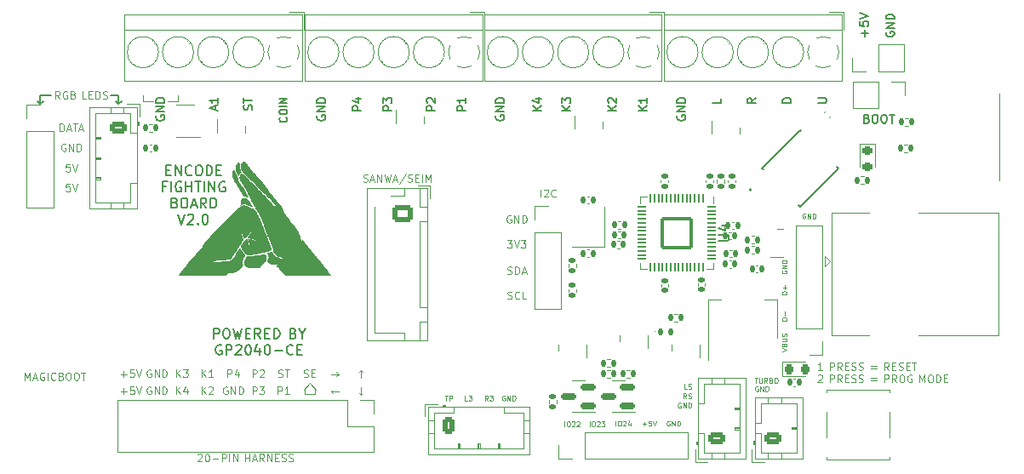
<source format=gbr>
%TF.GenerationSoftware,KiCad,Pcbnew,(7.0.0-0)*%
%TF.CreationDate,2023-09-11T01:39:21-06:00*%
%TF.ProjectId,ReflexFightingBoard,5265666c-6578-4466-9967-6874696e6742,rev?*%
%TF.SameCoordinates,Original*%
%TF.FileFunction,Legend,Top*%
%TF.FilePolarity,Positive*%
%FSLAX46Y46*%
G04 Gerber Fmt 4.6, Leading zero omitted, Abs format (unit mm)*
G04 Created by KiCad (PCBNEW (7.0.0-0)) date 2023-09-11 01:39:21*
%MOMM*%
%LPD*%
G01*
G04 APERTURE LIST*
G04 Aperture macros list*
%AMRoundRect*
0 Rectangle with rounded corners*
0 $1 Rounding radius*
0 $2 $3 $4 $5 $6 $7 $8 $9 X,Y pos of 4 corners*
0 Add a 4 corners polygon primitive as box body*
4,1,4,$2,$3,$4,$5,$6,$7,$8,$9,$2,$3,0*
0 Add four circle primitives for the rounded corners*
1,1,$1+$1,$2,$3*
1,1,$1+$1,$4,$5*
1,1,$1+$1,$6,$7*
1,1,$1+$1,$8,$9*
0 Add four rect primitives between the rounded corners*
20,1,$1+$1,$2,$3,$4,$5,0*
20,1,$1+$1,$4,$5,$6,$7,0*
20,1,$1+$1,$6,$7,$8,$9,0*
20,1,$1+$1,$8,$9,$2,$3,0*%
%AMRotRect*
0 Rectangle, with rotation*
0 The origin of the aperture is its center*
0 $1 length*
0 $2 width*
0 $3 Rotation angle, in degrees counterclockwise*
0 Add horizontal line*
21,1,$1,$2,0,0,$3*%
G04 Aperture macros list end*
%ADD10C,0.120000*%
%ADD11C,0.150000*%
%ADD12C,0.125000*%
%ADD13C,0.100000*%
%ADD14C,0.127000*%
%ADD15C,0.200000*%
%ADD16C,0.010000*%
%ADD17RoundRect,0.135000X0.135000X0.185000X-0.135000X0.185000X-0.135000X-0.185000X0.135000X-0.185000X0*%
%ADD18R,1.060000X0.650000*%
%ADD19RoundRect,0.140000X-0.140000X-0.170000X0.140000X-0.170000X0.140000X0.170000X-0.140000X0.170000X0*%
%ADD20RoundRect,0.135000X0.185000X-0.135000X0.185000X0.135000X-0.185000X0.135000X-0.185000X-0.135000X0*%
%ADD21RoundRect,0.135000X-0.185000X0.135000X-0.185000X-0.135000X0.185000X-0.135000X0.185000X0.135000X0*%
%ADD22R,1.700000X1.700000*%
%ADD23O,1.700000X1.700000*%
%ADD24RoundRect,0.249999X-0.625001X0.350001X-0.625001X-0.350001X0.625001X-0.350001X0.625001X0.350001X0*%
%ADD25O,1.750000X1.200000*%
%ADD26RoundRect,0.250000X0.625000X-0.350000X0.625000X0.350000X-0.625000X0.350000X-0.625000X-0.350000X0*%
%ADD27R,2.300000X2.300000*%
%ADD28C,2.300000*%
%ADD29C,7.000000*%
%ADD30RoundRect,0.140000X0.140000X0.170000X-0.140000X0.170000X-0.140000X-0.170000X0.140000X-0.170000X0*%
%ADD31O,0.200000X0.700000*%
%ADD32C,1.300000*%
%ADD33R,2.000000X1.000000*%
%ADD34O,2.610000X1.600000*%
%ADD35RoundRect,0.250000X-0.350000X-0.625000X0.350000X-0.625000X0.350000X0.625000X-0.350000X0.625000X0*%
%ADD36O,1.200000X1.750000*%
%ADD37RoundRect,0.140000X-0.170000X0.140000X-0.170000X-0.140000X0.170000X-0.140000X0.170000X0.140000X0*%
%ADD38RoundRect,0.135000X-0.135000X-0.185000X0.135000X-0.185000X0.135000X0.185000X-0.135000X0.185000X0*%
%ADD39R,1.600000X1.600000*%
%ADD40C,1.600000*%
%ADD41C,4.000000*%
%ADD42RoundRect,0.147500X-0.147500X-0.172500X0.147500X-0.172500X0.147500X0.172500X-0.147500X0.172500X0*%
%ADD43R,1.500000X2.000000*%
%ADD44R,3.800000X2.000000*%
%ADD45RotRect,1.610000X0.580000X45.000000*%
%ADD46RoundRect,0.150000X0.587500X0.150000X-0.587500X0.150000X-0.587500X-0.150000X0.587500X-0.150000X0*%
%ADD47RoundRect,0.050000X-0.050000X0.387500X-0.050000X-0.387500X0.050000X-0.387500X0.050000X0.387500X0*%
%ADD48RoundRect,0.050000X-0.387500X0.050000X-0.387500X-0.050000X0.387500X-0.050000X0.387500X0.050000X0*%
%ADD49RoundRect,0.144000X-1.456000X1.456000X-1.456000X-1.456000X1.456000X-1.456000X1.456000X1.456000X0*%
%ADD50RoundRect,0.140000X0.170000X-0.140000X0.170000X0.140000X-0.170000X0.140000X-0.170000X-0.140000X0*%
%ADD51R,1.150000X1.400000*%
%ADD52RoundRect,0.218750X-0.218750X-0.256250X0.218750X-0.256250X0.218750X0.256250X-0.218750X0.256250X0*%
%ADD53RoundRect,0.218750X-0.256250X0.218750X-0.256250X-0.218750X0.256250X-0.218750X0.256250X0.218750X0*%
%ADD54R,1.550000X1.300000*%
%ADD55RoundRect,0.140000X0.021213X-0.219203X0.219203X-0.021213X-0.021213X0.219203X-0.219203X0.021213X0*%
%ADD56C,1.200000*%
%ADD57RoundRect,0.250000X-0.725000X0.600000X-0.725000X-0.600000X0.725000X-0.600000X0.725000X0.600000X0*%
%ADD58O,1.950000X1.700000*%
%ADD59C,0.650000*%
%ADD60R,1.100000X0.225000*%
%ADD61O,2.100000X1.000000*%
%ADD62O,1.800000X1.000000*%
%ADD63O,0.700000X0.200000*%
G04 APERTURE END LIST*
D10*
X119050000Y-87711623D02*
X119050000Y-88311623D01*
D11*
X106400000Y-87700000D02*
X105300000Y-87700000D01*
X113100000Y-88600000D02*
X113400000Y-88300000D01*
X112800000Y-88300000D02*
X113100000Y-88600000D01*
D10*
X132100000Y-116400000D02*
X132700000Y-117000000D01*
X131600000Y-117000000D02*
X131600000Y-117500000D01*
D11*
X105300000Y-87700000D02*
X105300000Y-88600000D01*
D10*
X119050000Y-88311623D02*
X118025000Y-88311623D01*
D11*
X105300000Y-88600000D02*
X105600000Y-88300000D01*
X113100000Y-87700000D02*
X112300000Y-87700000D01*
X105000000Y-88300000D02*
X105300000Y-88600000D01*
D10*
X132600000Y-117500000D02*
X132600000Y-116900000D01*
D11*
X113100000Y-87700000D02*
X113100000Y-88600000D01*
D10*
X115550000Y-87711623D02*
X115550000Y-88311623D01*
X132100000Y-116400000D02*
X131500000Y-117000000D01*
X131600000Y-117500000D02*
X132600000Y-117500000D01*
X131600000Y-117000000D02*
X131600000Y-116900000D01*
X116575000Y-88311623D02*
X115550000Y-88311623D01*
D11*
X126361798Y-89200748D02*
X126402274Y-89079319D01*
X126402274Y-89079319D02*
X126402274Y-88876938D01*
X126402274Y-88876938D02*
X126361798Y-88795986D01*
X126361798Y-88795986D02*
X126321322Y-88755510D01*
X126321322Y-88755510D02*
X126240370Y-88715033D01*
X126240370Y-88715033D02*
X126159417Y-88715033D01*
X126159417Y-88715033D02*
X126078465Y-88755510D01*
X126078465Y-88755510D02*
X126037989Y-88795986D01*
X126037989Y-88795986D02*
X125997512Y-88876938D01*
X125997512Y-88876938D02*
X125957036Y-89038843D01*
X125957036Y-89038843D02*
X125916560Y-89119795D01*
X125916560Y-89119795D02*
X125876084Y-89160272D01*
X125876084Y-89160272D02*
X125795131Y-89200748D01*
X125795131Y-89200748D02*
X125714179Y-89200748D01*
X125714179Y-89200748D02*
X125633227Y-89160272D01*
X125633227Y-89160272D02*
X125592751Y-89119795D01*
X125592751Y-89119795D02*
X125552274Y-89038843D01*
X125552274Y-89038843D02*
X125552274Y-88836462D01*
X125552274Y-88836462D02*
X125592751Y-88715033D01*
X125552274Y-88472176D02*
X125552274Y-87986462D01*
X126402274Y-88229319D02*
X125552274Y-88229319D01*
X129774107Y-89932142D02*
X129809821Y-89967856D01*
X129809821Y-89967856D02*
X129845535Y-90074999D01*
X129845535Y-90074999D02*
X129845535Y-90146427D01*
X129845535Y-90146427D02*
X129809821Y-90253570D01*
X129809821Y-90253570D02*
X129738392Y-90324999D01*
X129738392Y-90324999D02*
X129666964Y-90360713D01*
X129666964Y-90360713D02*
X129524107Y-90396427D01*
X129524107Y-90396427D02*
X129416964Y-90396427D01*
X129416964Y-90396427D02*
X129274107Y-90360713D01*
X129274107Y-90360713D02*
X129202678Y-90324999D01*
X129202678Y-90324999D02*
X129131250Y-90253570D01*
X129131250Y-90253570D02*
X129095535Y-90146427D01*
X129095535Y-90146427D02*
X129095535Y-90074999D01*
X129095535Y-90074999D02*
X129131250Y-89967856D01*
X129131250Y-89967856D02*
X129166964Y-89932142D01*
X129095535Y-89467856D02*
X129095535Y-89324999D01*
X129095535Y-89324999D02*
X129131250Y-89253570D01*
X129131250Y-89253570D02*
X129202678Y-89182142D01*
X129202678Y-89182142D02*
X129345535Y-89146427D01*
X129345535Y-89146427D02*
X129595535Y-89146427D01*
X129595535Y-89146427D02*
X129738392Y-89182142D01*
X129738392Y-89182142D02*
X129809821Y-89253570D01*
X129809821Y-89253570D02*
X129845535Y-89324999D01*
X129845535Y-89324999D02*
X129845535Y-89467856D01*
X129845535Y-89467856D02*
X129809821Y-89539285D01*
X129809821Y-89539285D02*
X129738392Y-89610713D01*
X129738392Y-89610713D02*
X129595535Y-89646427D01*
X129595535Y-89646427D02*
X129345535Y-89646427D01*
X129345535Y-89646427D02*
X129202678Y-89610713D01*
X129202678Y-89610713D02*
X129131250Y-89539285D01*
X129131250Y-89539285D02*
X129095535Y-89467856D01*
X129845535Y-88824999D02*
X129095535Y-88824999D01*
X129845535Y-88467856D02*
X129095535Y-88467856D01*
X129095535Y-88467856D02*
X129845535Y-88039285D01*
X129845535Y-88039285D02*
X129095535Y-88039285D01*
D12*
X151789286Y-105493093D02*
X151896429Y-105528807D01*
X151896429Y-105528807D02*
X152075000Y-105528807D01*
X152075000Y-105528807D02*
X152146429Y-105493093D01*
X152146429Y-105493093D02*
X152182143Y-105457379D01*
X152182143Y-105457379D02*
X152217857Y-105385950D01*
X152217857Y-105385950D02*
X152217857Y-105314522D01*
X152217857Y-105314522D02*
X152182143Y-105243093D01*
X152182143Y-105243093D02*
X152146429Y-105207379D01*
X152146429Y-105207379D02*
X152075000Y-105171664D01*
X152075000Y-105171664D02*
X151932143Y-105135950D01*
X151932143Y-105135950D02*
X151860714Y-105100236D01*
X151860714Y-105100236D02*
X151825000Y-105064522D01*
X151825000Y-105064522D02*
X151789286Y-104993093D01*
X151789286Y-104993093D02*
X151789286Y-104921664D01*
X151789286Y-104921664D02*
X151825000Y-104850236D01*
X151825000Y-104850236D02*
X151860714Y-104814522D01*
X151860714Y-104814522D02*
X151932143Y-104778807D01*
X151932143Y-104778807D02*
X152110714Y-104778807D01*
X152110714Y-104778807D02*
X152217857Y-104814522D01*
X152539286Y-105528807D02*
X152539286Y-104778807D01*
X152539286Y-104778807D02*
X152717857Y-104778807D01*
X152717857Y-104778807D02*
X152825000Y-104814522D01*
X152825000Y-104814522D02*
X152896429Y-104885950D01*
X152896429Y-104885950D02*
X152932143Y-104957379D01*
X152932143Y-104957379D02*
X152967857Y-105100236D01*
X152967857Y-105100236D02*
X152967857Y-105207379D01*
X152967857Y-105207379D02*
X152932143Y-105350236D01*
X152932143Y-105350236D02*
X152896429Y-105421664D01*
X152896429Y-105421664D02*
X152825000Y-105493093D01*
X152825000Y-105493093D02*
X152717857Y-105528807D01*
X152717857Y-105528807D02*
X152539286Y-105528807D01*
X153253572Y-105314522D02*
X153610715Y-105314522D01*
X153182143Y-105528807D02*
X153432143Y-104778807D01*
X153432143Y-104778807D02*
X153682143Y-105528807D01*
X155092857Y-97850535D02*
X155092857Y-97100535D01*
X155414286Y-97171964D02*
X155450000Y-97136250D01*
X155450000Y-97136250D02*
X155521429Y-97100535D01*
X155521429Y-97100535D02*
X155700000Y-97100535D01*
X155700000Y-97100535D02*
X155771429Y-97136250D01*
X155771429Y-97136250D02*
X155807143Y-97171964D01*
X155807143Y-97171964D02*
X155842857Y-97243392D01*
X155842857Y-97243392D02*
X155842857Y-97314821D01*
X155842857Y-97314821D02*
X155807143Y-97421964D01*
X155807143Y-97421964D02*
X155378571Y-97850535D01*
X155378571Y-97850535D02*
X155842857Y-97850535D01*
X156592857Y-97779107D02*
X156557143Y-97814821D01*
X156557143Y-97814821D02*
X156450000Y-97850535D01*
X156450000Y-97850535D02*
X156378572Y-97850535D01*
X156378572Y-97850535D02*
X156271429Y-97814821D01*
X156271429Y-97814821D02*
X156200000Y-97743392D01*
X156200000Y-97743392D02*
X156164286Y-97671964D01*
X156164286Y-97671964D02*
X156128572Y-97529107D01*
X156128572Y-97529107D02*
X156128572Y-97421964D01*
X156128572Y-97421964D02*
X156164286Y-97279107D01*
X156164286Y-97279107D02*
X156200000Y-97207678D01*
X156200000Y-97207678D02*
X156271429Y-97136250D01*
X156271429Y-97136250D02*
X156378572Y-97100535D01*
X156378572Y-97100535D02*
X156450000Y-97100535D01*
X156450000Y-97100535D02*
X156557143Y-97136250D01*
X156557143Y-97136250D02*
X156592857Y-97171964D01*
D11*
X182662274Y-88512653D02*
X183350370Y-88512653D01*
X183350370Y-88512653D02*
X183431322Y-88472176D01*
X183431322Y-88472176D02*
X183471798Y-88431700D01*
X183471798Y-88431700D02*
X183512274Y-88350748D01*
X183512274Y-88350748D02*
X183512274Y-88188843D01*
X183512274Y-88188843D02*
X183471798Y-88107891D01*
X183471798Y-88107891D02*
X183431322Y-88067414D01*
X183431322Y-88067414D02*
X183350370Y-88026938D01*
X183350370Y-88026938D02*
X182662274Y-88026938D01*
X180004102Y-88472177D02*
X179154102Y-88472177D01*
X179154102Y-88472177D02*
X179154102Y-88269796D01*
X179154102Y-88269796D02*
X179194579Y-88148367D01*
X179194579Y-88148367D02*
X179275531Y-88067415D01*
X179275531Y-88067415D02*
X179356483Y-88026938D01*
X179356483Y-88026938D02*
X179518388Y-87986462D01*
X179518388Y-87986462D02*
X179639817Y-87986462D01*
X179639817Y-87986462D02*
X179801721Y-88026938D01*
X179801721Y-88026938D02*
X179882674Y-88067415D01*
X179882674Y-88067415D02*
X179963626Y-88148367D01*
X179963626Y-88148367D02*
X180004102Y-88269796D01*
X180004102Y-88269796D02*
X180004102Y-88472177D01*
X155155274Y-89281701D02*
X154305274Y-89281701D01*
X155155274Y-88795986D02*
X154669560Y-89160272D01*
X154305274Y-88795986D02*
X154790989Y-89281701D01*
X154588608Y-88067415D02*
X155155274Y-88067415D01*
X154264798Y-88269796D02*
X154871941Y-88472177D01*
X154871941Y-88472177D02*
X154871941Y-87945986D01*
D12*
X151771428Y-102150535D02*
X152235714Y-102150535D01*
X152235714Y-102150535D02*
X151985714Y-102436250D01*
X151985714Y-102436250D02*
X152092857Y-102436250D01*
X152092857Y-102436250D02*
X152164286Y-102471964D01*
X152164286Y-102471964D02*
X152200000Y-102507678D01*
X152200000Y-102507678D02*
X152235714Y-102579107D01*
X152235714Y-102579107D02*
X152235714Y-102757678D01*
X152235714Y-102757678D02*
X152200000Y-102829107D01*
X152200000Y-102829107D02*
X152164286Y-102864821D01*
X152164286Y-102864821D02*
X152092857Y-102900535D01*
X152092857Y-102900535D02*
X151878571Y-102900535D01*
X151878571Y-102900535D02*
X151807143Y-102864821D01*
X151807143Y-102864821D02*
X151771428Y-102829107D01*
X152450000Y-102150535D02*
X152700000Y-102900535D01*
X152700000Y-102900535D02*
X152950000Y-102150535D01*
X153128571Y-102150535D02*
X153592857Y-102150535D01*
X153592857Y-102150535D02*
X153342857Y-102436250D01*
X153342857Y-102436250D02*
X153450000Y-102436250D01*
X153450000Y-102436250D02*
X153521429Y-102471964D01*
X153521429Y-102471964D02*
X153557143Y-102507678D01*
X153557143Y-102507678D02*
X153592857Y-102579107D01*
X153592857Y-102579107D02*
X153592857Y-102757678D01*
X153592857Y-102757678D02*
X153557143Y-102829107D01*
X153557143Y-102829107D02*
X153521429Y-102864821D01*
X153521429Y-102864821D02*
X153450000Y-102900535D01*
X153450000Y-102900535D02*
X153235714Y-102900535D01*
X153235714Y-102900535D02*
X153164286Y-102864821D01*
X153164286Y-102864821D02*
X153128571Y-102829107D01*
D11*
X117860714Y-95188571D02*
X118194047Y-95188571D01*
X118336904Y-95712380D02*
X117860714Y-95712380D01*
X117860714Y-95712380D02*
X117860714Y-94712380D01*
X117860714Y-94712380D02*
X118336904Y-94712380D01*
X118765476Y-95712380D02*
X118765476Y-94712380D01*
X118765476Y-94712380D02*
X119336904Y-95712380D01*
X119336904Y-95712380D02*
X119336904Y-94712380D01*
X120384523Y-95617142D02*
X120336904Y-95664761D01*
X120336904Y-95664761D02*
X120194047Y-95712380D01*
X120194047Y-95712380D02*
X120098809Y-95712380D01*
X120098809Y-95712380D02*
X119955952Y-95664761D01*
X119955952Y-95664761D02*
X119860714Y-95569523D01*
X119860714Y-95569523D02*
X119813095Y-95474285D01*
X119813095Y-95474285D02*
X119765476Y-95283809D01*
X119765476Y-95283809D02*
X119765476Y-95140952D01*
X119765476Y-95140952D02*
X119813095Y-94950476D01*
X119813095Y-94950476D02*
X119860714Y-94855238D01*
X119860714Y-94855238D02*
X119955952Y-94760000D01*
X119955952Y-94760000D02*
X120098809Y-94712380D01*
X120098809Y-94712380D02*
X120194047Y-94712380D01*
X120194047Y-94712380D02*
X120336904Y-94760000D01*
X120336904Y-94760000D02*
X120384523Y-94807619D01*
X121003571Y-94712380D02*
X121194047Y-94712380D01*
X121194047Y-94712380D02*
X121289285Y-94760000D01*
X121289285Y-94760000D02*
X121384523Y-94855238D01*
X121384523Y-94855238D02*
X121432142Y-95045714D01*
X121432142Y-95045714D02*
X121432142Y-95379047D01*
X121432142Y-95379047D02*
X121384523Y-95569523D01*
X121384523Y-95569523D02*
X121289285Y-95664761D01*
X121289285Y-95664761D02*
X121194047Y-95712380D01*
X121194047Y-95712380D02*
X121003571Y-95712380D01*
X121003571Y-95712380D02*
X120908333Y-95664761D01*
X120908333Y-95664761D02*
X120813095Y-95569523D01*
X120813095Y-95569523D02*
X120765476Y-95379047D01*
X120765476Y-95379047D02*
X120765476Y-95045714D01*
X120765476Y-95045714D02*
X120813095Y-94855238D01*
X120813095Y-94855238D02*
X120908333Y-94760000D01*
X120908333Y-94760000D02*
X121003571Y-94712380D01*
X121860714Y-95712380D02*
X121860714Y-94712380D01*
X121860714Y-94712380D02*
X122098809Y-94712380D01*
X122098809Y-94712380D02*
X122241666Y-94760000D01*
X122241666Y-94760000D02*
X122336904Y-94855238D01*
X122336904Y-94855238D02*
X122384523Y-94950476D01*
X122384523Y-94950476D02*
X122432142Y-95140952D01*
X122432142Y-95140952D02*
X122432142Y-95283809D01*
X122432142Y-95283809D02*
X122384523Y-95474285D01*
X122384523Y-95474285D02*
X122336904Y-95569523D01*
X122336904Y-95569523D02*
X122241666Y-95664761D01*
X122241666Y-95664761D02*
X122098809Y-95712380D01*
X122098809Y-95712380D02*
X121860714Y-95712380D01*
X122860714Y-95188571D02*
X123194047Y-95188571D01*
X123336904Y-95712380D02*
X122860714Y-95712380D01*
X122860714Y-95712380D02*
X122860714Y-94712380D01*
X122860714Y-94712380D02*
X123336904Y-94712380D01*
X117813095Y-96808571D02*
X117479762Y-96808571D01*
X117479762Y-97332380D02*
X117479762Y-96332380D01*
X117479762Y-96332380D02*
X117955952Y-96332380D01*
X118336905Y-97332380D02*
X118336905Y-96332380D01*
X119336904Y-96380000D02*
X119241666Y-96332380D01*
X119241666Y-96332380D02*
X119098809Y-96332380D01*
X119098809Y-96332380D02*
X118955952Y-96380000D01*
X118955952Y-96380000D02*
X118860714Y-96475238D01*
X118860714Y-96475238D02*
X118813095Y-96570476D01*
X118813095Y-96570476D02*
X118765476Y-96760952D01*
X118765476Y-96760952D02*
X118765476Y-96903809D01*
X118765476Y-96903809D02*
X118813095Y-97094285D01*
X118813095Y-97094285D02*
X118860714Y-97189523D01*
X118860714Y-97189523D02*
X118955952Y-97284761D01*
X118955952Y-97284761D02*
X119098809Y-97332380D01*
X119098809Y-97332380D02*
X119194047Y-97332380D01*
X119194047Y-97332380D02*
X119336904Y-97284761D01*
X119336904Y-97284761D02*
X119384523Y-97237142D01*
X119384523Y-97237142D02*
X119384523Y-96903809D01*
X119384523Y-96903809D02*
X119194047Y-96903809D01*
X119813095Y-97332380D02*
X119813095Y-96332380D01*
X119813095Y-96808571D02*
X120384523Y-96808571D01*
X120384523Y-97332380D02*
X120384523Y-96332380D01*
X120717857Y-96332380D02*
X121289285Y-96332380D01*
X121003571Y-97332380D02*
X121003571Y-96332380D01*
X121622619Y-97332380D02*
X121622619Y-96332380D01*
X122098809Y-97332380D02*
X122098809Y-96332380D01*
X122098809Y-96332380D02*
X122670237Y-97332380D01*
X122670237Y-97332380D02*
X122670237Y-96332380D01*
X123670237Y-96380000D02*
X123574999Y-96332380D01*
X123574999Y-96332380D02*
X123432142Y-96332380D01*
X123432142Y-96332380D02*
X123289285Y-96380000D01*
X123289285Y-96380000D02*
X123194047Y-96475238D01*
X123194047Y-96475238D02*
X123146428Y-96570476D01*
X123146428Y-96570476D02*
X123098809Y-96760952D01*
X123098809Y-96760952D02*
X123098809Y-96903809D01*
X123098809Y-96903809D02*
X123146428Y-97094285D01*
X123146428Y-97094285D02*
X123194047Y-97189523D01*
X123194047Y-97189523D02*
X123289285Y-97284761D01*
X123289285Y-97284761D02*
X123432142Y-97332380D01*
X123432142Y-97332380D02*
X123527380Y-97332380D01*
X123527380Y-97332380D02*
X123670237Y-97284761D01*
X123670237Y-97284761D02*
X123717856Y-97237142D01*
X123717856Y-97237142D02*
X123717856Y-96903809D01*
X123717856Y-96903809D02*
X123527380Y-96903809D01*
X118694047Y-98428571D02*
X118836904Y-98476190D01*
X118836904Y-98476190D02*
X118884523Y-98523809D01*
X118884523Y-98523809D02*
X118932142Y-98619047D01*
X118932142Y-98619047D02*
X118932142Y-98761904D01*
X118932142Y-98761904D02*
X118884523Y-98857142D01*
X118884523Y-98857142D02*
X118836904Y-98904761D01*
X118836904Y-98904761D02*
X118741666Y-98952380D01*
X118741666Y-98952380D02*
X118360714Y-98952380D01*
X118360714Y-98952380D02*
X118360714Y-97952380D01*
X118360714Y-97952380D02*
X118694047Y-97952380D01*
X118694047Y-97952380D02*
X118789285Y-98000000D01*
X118789285Y-98000000D02*
X118836904Y-98047619D01*
X118836904Y-98047619D02*
X118884523Y-98142857D01*
X118884523Y-98142857D02*
X118884523Y-98238095D01*
X118884523Y-98238095D02*
X118836904Y-98333333D01*
X118836904Y-98333333D02*
X118789285Y-98380952D01*
X118789285Y-98380952D02*
X118694047Y-98428571D01*
X118694047Y-98428571D02*
X118360714Y-98428571D01*
X119551190Y-97952380D02*
X119741666Y-97952380D01*
X119741666Y-97952380D02*
X119836904Y-98000000D01*
X119836904Y-98000000D02*
X119932142Y-98095238D01*
X119932142Y-98095238D02*
X119979761Y-98285714D01*
X119979761Y-98285714D02*
X119979761Y-98619047D01*
X119979761Y-98619047D02*
X119932142Y-98809523D01*
X119932142Y-98809523D02*
X119836904Y-98904761D01*
X119836904Y-98904761D02*
X119741666Y-98952380D01*
X119741666Y-98952380D02*
X119551190Y-98952380D01*
X119551190Y-98952380D02*
X119455952Y-98904761D01*
X119455952Y-98904761D02*
X119360714Y-98809523D01*
X119360714Y-98809523D02*
X119313095Y-98619047D01*
X119313095Y-98619047D02*
X119313095Y-98285714D01*
X119313095Y-98285714D02*
X119360714Y-98095238D01*
X119360714Y-98095238D02*
X119455952Y-98000000D01*
X119455952Y-98000000D02*
X119551190Y-97952380D01*
X120360714Y-98666666D02*
X120836904Y-98666666D01*
X120265476Y-98952380D02*
X120598809Y-97952380D01*
X120598809Y-97952380D02*
X120932142Y-98952380D01*
X121836904Y-98952380D02*
X121503571Y-98476190D01*
X121265476Y-98952380D02*
X121265476Y-97952380D01*
X121265476Y-97952380D02*
X121646428Y-97952380D01*
X121646428Y-97952380D02*
X121741666Y-98000000D01*
X121741666Y-98000000D02*
X121789285Y-98047619D01*
X121789285Y-98047619D02*
X121836904Y-98142857D01*
X121836904Y-98142857D02*
X121836904Y-98285714D01*
X121836904Y-98285714D02*
X121789285Y-98380952D01*
X121789285Y-98380952D02*
X121741666Y-98428571D01*
X121741666Y-98428571D02*
X121646428Y-98476190D01*
X121646428Y-98476190D02*
X121265476Y-98476190D01*
X122265476Y-98952380D02*
X122265476Y-97952380D01*
X122265476Y-97952380D02*
X122503571Y-97952380D01*
X122503571Y-97952380D02*
X122646428Y-98000000D01*
X122646428Y-98000000D02*
X122741666Y-98095238D01*
X122741666Y-98095238D02*
X122789285Y-98190476D01*
X122789285Y-98190476D02*
X122836904Y-98380952D01*
X122836904Y-98380952D02*
X122836904Y-98523809D01*
X122836904Y-98523809D02*
X122789285Y-98714285D01*
X122789285Y-98714285D02*
X122741666Y-98809523D01*
X122741666Y-98809523D02*
X122646428Y-98904761D01*
X122646428Y-98904761D02*
X122503571Y-98952380D01*
X122503571Y-98952380D02*
X122265476Y-98952380D01*
X119051191Y-99572380D02*
X119384524Y-100572380D01*
X119384524Y-100572380D02*
X119717857Y-99572380D01*
X120003572Y-99667619D02*
X120051191Y-99620000D01*
X120051191Y-99620000D02*
X120146429Y-99572380D01*
X120146429Y-99572380D02*
X120384524Y-99572380D01*
X120384524Y-99572380D02*
X120479762Y-99620000D01*
X120479762Y-99620000D02*
X120527381Y-99667619D01*
X120527381Y-99667619D02*
X120575000Y-99762857D01*
X120575000Y-99762857D02*
X120575000Y-99858095D01*
X120575000Y-99858095D02*
X120527381Y-100000952D01*
X120527381Y-100000952D02*
X119955953Y-100572380D01*
X119955953Y-100572380D02*
X120575000Y-100572380D01*
X121003572Y-100477142D02*
X121051191Y-100524761D01*
X121051191Y-100524761D02*
X121003572Y-100572380D01*
X121003572Y-100572380D02*
X120955953Y-100524761D01*
X120955953Y-100524761D02*
X121003572Y-100477142D01*
X121003572Y-100477142D02*
X121003572Y-100572380D01*
X121670238Y-99572380D02*
X121765476Y-99572380D01*
X121765476Y-99572380D02*
X121860714Y-99620000D01*
X121860714Y-99620000D02*
X121908333Y-99667619D01*
X121908333Y-99667619D02*
X121955952Y-99762857D01*
X121955952Y-99762857D02*
X122003571Y-99953333D01*
X122003571Y-99953333D02*
X122003571Y-100191428D01*
X122003571Y-100191428D02*
X121955952Y-100381904D01*
X121955952Y-100381904D02*
X121908333Y-100477142D01*
X121908333Y-100477142D02*
X121860714Y-100524761D01*
X121860714Y-100524761D02*
X121765476Y-100572380D01*
X121765476Y-100572380D02*
X121670238Y-100572380D01*
X121670238Y-100572380D02*
X121575000Y-100524761D01*
X121575000Y-100524761D02*
X121527381Y-100477142D01*
X121527381Y-100477142D02*
X121479762Y-100381904D01*
X121479762Y-100381904D02*
X121432143Y-100191428D01*
X121432143Y-100191428D02*
X121432143Y-99953333D01*
X121432143Y-99953333D02*
X121479762Y-99762857D01*
X121479762Y-99762857D02*
X121527381Y-99667619D01*
X121527381Y-99667619D02*
X121575000Y-99620000D01*
X121575000Y-99620000D02*
X121670238Y-99572380D01*
D12*
X108257143Y-96553535D02*
X107900000Y-96553535D01*
X107900000Y-96553535D02*
X107864286Y-96910678D01*
X107864286Y-96910678D02*
X107900000Y-96874964D01*
X107900000Y-96874964D02*
X107971429Y-96839250D01*
X107971429Y-96839250D02*
X108150000Y-96839250D01*
X108150000Y-96839250D02*
X108221429Y-96874964D01*
X108221429Y-96874964D02*
X108257143Y-96910678D01*
X108257143Y-96910678D02*
X108292857Y-96982107D01*
X108292857Y-96982107D02*
X108292857Y-97160678D01*
X108292857Y-97160678D02*
X108257143Y-97232107D01*
X108257143Y-97232107D02*
X108221429Y-97267821D01*
X108221429Y-97267821D02*
X108150000Y-97303535D01*
X108150000Y-97303535D02*
X107971429Y-97303535D01*
X107971429Y-97303535D02*
X107900000Y-97267821D01*
X107900000Y-97267821D02*
X107864286Y-97232107D01*
X108507143Y-96553535D02*
X108757143Y-97303535D01*
X108757143Y-97303535D02*
X109007143Y-96553535D01*
X128946428Y-117475535D02*
X128946428Y-116725535D01*
X128946428Y-116725535D02*
X129232142Y-116725535D01*
X129232142Y-116725535D02*
X129303571Y-116761250D01*
X129303571Y-116761250D02*
X129339285Y-116796964D01*
X129339285Y-116796964D02*
X129374999Y-116868392D01*
X129374999Y-116868392D02*
X129374999Y-116975535D01*
X129374999Y-116975535D02*
X129339285Y-117046964D01*
X129339285Y-117046964D02*
X129303571Y-117082678D01*
X129303571Y-117082678D02*
X129232142Y-117118392D01*
X129232142Y-117118392D02*
X128946428Y-117118392D01*
X130089285Y-117475535D02*
X129660714Y-117475535D01*
X129874999Y-117475535D02*
X129874999Y-116725535D01*
X129874999Y-116725535D02*
X129803571Y-116832678D01*
X129803571Y-116832678D02*
X129732142Y-116904107D01*
X129732142Y-116904107D02*
X129660714Y-116939821D01*
X151807143Y-107982768D02*
X151914286Y-108018482D01*
X151914286Y-108018482D02*
X152092857Y-108018482D01*
X152092857Y-108018482D02*
X152164286Y-107982768D01*
X152164286Y-107982768D02*
X152200000Y-107947054D01*
X152200000Y-107947054D02*
X152235714Y-107875625D01*
X152235714Y-107875625D02*
X152235714Y-107804197D01*
X152235714Y-107804197D02*
X152200000Y-107732768D01*
X152200000Y-107732768D02*
X152164286Y-107697054D01*
X152164286Y-107697054D02*
X152092857Y-107661339D01*
X152092857Y-107661339D02*
X151950000Y-107625625D01*
X151950000Y-107625625D02*
X151878571Y-107589911D01*
X151878571Y-107589911D02*
X151842857Y-107554197D01*
X151842857Y-107554197D02*
X151807143Y-107482768D01*
X151807143Y-107482768D02*
X151807143Y-107411339D01*
X151807143Y-107411339D02*
X151842857Y-107339911D01*
X151842857Y-107339911D02*
X151878571Y-107304197D01*
X151878571Y-107304197D02*
X151950000Y-107268482D01*
X151950000Y-107268482D02*
X152128571Y-107268482D01*
X152128571Y-107268482D02*
X152235714Y-107304197D01*
X152985714Y-107947054D02*
X152950000Y-107982768D01*
X152950000Y-107982768D02*
X152842857Y-108018482D01*
X152842857Y-108018482D02*
X152771429Y-108018482D01*
X152771429Y-108018482D02*
X152664286Y-107982768D01*
X152664286Y-107982768D02*
X152592857Y-107911339D01*
X152592857Y-107911339D02*
X152557143Y-107839911D01*
X152557143Y-107839911D02*
X152521429Y-107697054D01*
X152521429Y-107697054D02*
X152521429Y-107589911D01*
X152521429Y-107589911D02*
X152557143Y-107447054D01*
X152557143Y-107447054D02*
X152592857Y-107375625D01*
X152592857Y-107375625D02*
X152664286Y-107304197D01*
X152664286Y-107304197D02*
X152771429Y-107268482D01*
X152771429Y-107268482D02*
X152842857Y-107268482D01*
X152842857Y-107268482D02*
X152950000Y-107304197D01*
X152950000Y-107304197D02*
X152985714Y-107339911D01*
X153664286Y-108018482D02*
X153307143Y-108018482D01*
X153307143Y-108018482D02*
X153307143Y-107268482D01*
X123928571Y-116761250D02*
X123857143Y-116725535D01*
X123857143Y-116725535D02*
X123750000Y-116725535D01*
X123750000Y-116725535D02*
X123642857Y-116761250D01*
X123642857Y-116761250D02*
X123571428Y-116832678D01*
X123571428Y-116832678D02*
X123535714Y-116904107D01*
X123535714Y-116904107D02*
X123500000Y-117046964D01*
X123500000Y-117046964D02*
X123500000Y-117154107D01*
X123500000Y-117154107D02*
X123535714Y-117296964D01*
X123535714Y-117296964D02*
X123571428Y-117368392D01*
X123571428Y-117368392D02*
X123642857Y-117439821D01*
X123642857Y-117439821D02*
X123750000Y-117475535D01*
X123750000Y-117475535D02*
X123821428Y-117475535D01*
X123821428Y-117475535D02*
X123928571Y-117439821D01*
X123928571Y-117439821D02*
X123964285Y-117404107D01*
X123964285Y-117404107D02*
X123964285Y-117154107D01*
X123964285Y-117154107D02*
X123821428Y-117154107D01*
X124285714Y-117475535D02*
X124285714Y-116725535D01*
X124285714Y-116725535D02*
X124714285Y-117475535D01*
X124714285Y-117475535D02*
X124714285Y-116725535D01*
X125071428Y-117475535D02*
X125071428Y-116725535D01*
X125071428Y-116725535D02*
X125249999Y-116725535D01*
X125249999Y-116725535D02*
X125357142Y-116761250D01*
X125357142Y-116761250D02*
X125428571Y-116832678D01*
X125428571Y-116832678D02*
X125464285Y-116904107D01*
X125464285Y-116904107D02*
X125499999Y-117046964D01*
X125499999Y-117046964D02*
X125499999Y-117154107D01*
X125499999Y-117154107D02*
X125464285Y-117296964D01*
X125464285Y-117296964D02*
X125428571Y-117368392D01*
X125428571Y-117368392D02*
X125357142Y-117439821D01*
X125357142Y-117439821D02*
X125249999Y-117475535D01*
X125249999Y-117475535D02*
X125071428Y-117475535D01*
D11*
X187546429Y-90067036D02*
X187667857Y-90107512D01*
X187667857Y-90107512D02*
X187708334Y-90147989D01*
X187708334Y-90147989D02*
X187748810Y-90228941D01*
X187748810Y-90228941D02*
X187748810Y-90350370D01*
X187748810Y-90350370D02*
X187708334Y-90431322D01*
X187708334Y-90431322D02*
X187667857Y-90471798D01*
X187667857Y-90471798D02*
X187586905Y-90512274D01*
X187586905Y-90512274D02*
X187263095Y-90512274D01*
X187263095Y-90512274D02*
X187263095Y-89662274D01*
X187263095Y-89662274D02*
X187546429Y-89662274D01*
X187546429Y-89662274D02*
X187627381Y-89702751D01*
X187627381Y-89702751D02*
X187667857Y-89743227D01*
X187667857Y-89743227D02*
X187708334Y-89824179D01*
X187708334Y-89824179D02*
X187708334Y-89905131D01*
X187708334Y-89905131D02*
X187667857Y-89986084D01*
X187667857Y-89986084D02*
X187627381Y-90026560D01*
X187627381Y-90026560D02*
X187546429Y-90067036D01*
X187546429Y-90067036D02*
X187263095Y-90067036D01*
X188275000Y-89662274D02*
X188436905Y-89662274D01*
X188436905Y-89662274D02*
X188517857Y-89702751D01*
X188517857Y-89702751D02*
X188598810Y-89783703D01*
X188598810Y-89783703D02*
X188639286Y-89945608D01*
X188639286Y-89945608D02*
X188639286Y-90228941D01*
X188639286Y-90228941D02*
X188598810Y-90390846D01*
X188598810Y-90390846D02*
X188517857Y-90471798D01*
X188517857Y-90471798D02*
X188436905Y-90512274D01*
X188436905Y-90512274D02*
X188275000Y-90512274D01*
X188275000Y-90512274D02*
X188194048Y-90471798D01*
X188194048Y-90471798D02*
X188113095Y-90390846D01*
X188113095Y-90390846D02*
X188072619Y-90228941D01*
X188072619Y-90228941D02*
X188072619Y-89945608D01*
X188072619Y-89945608D02*
X188113095Y-89783703D01*
X188113095Y-89783703D02*
X188194048Y-89702751D01*
X188194048Y-89702751D02*
X188275000Y-89662274D01*
X189165476Y-89662274D02*
X189327381Y-89662274D01*
X189327381Y-89662274D02*
X189408333Y-89702751D01*
X189408333Y-89702751D02*
X189489286Y-89783703D01*
X189489286Y-89783703D02*
X189529762Y-89945608D01*
X189529762Y-89945608D02*
X189529762Y-90228941D01*
X189529762Y-90228941D02*
X189489286Y-90390846D01*
X189489286Y-90390846D02*
X189408333Y-90471798D01*
X189408333Y-90471798D02*
X189327381Y-90512274D01*
X189327381Y-90512274D02*
X189165476Y-90512274D01*
X189165476Y-90512274D02*
X189084524Y-90471798D01*
X189084524Y-90471798D02*
X189003571Y-90390846D01*
X189003571Y-90390846D02*
X188963095Y-90228941D01*
X188963095Y-90228941D02*
X188963095Y-89945608D01*
X188963095Y-89945608D02*
X189003571Y-89783703D01*
X189003571Y-89783703D02*
X189084524Y-89702751D01*
X189084524Y-89702751D02*
X189165476Y-89662274D01*
X189772619Y-89662274D02*
X190258333Y-89662274D01*
X190015476Y-90512274D02*
X190015476Y-89662274D01*
D12*
X113335714Y-115489821D02*
X113907143Y-115489821D01*
X113621428Y-115775535D02*
X113621428Y-115204107D01*
X114621428Y-115025535D02*
X114264285Y-115025535D01*
X114264285Y-115025535D02*
X114228571Y-115382678D01*
X114228571Y-115382678D02*
X114264285Y-115346964D01*
X114264285Y-115346964D02*
X114335714Y-115311250D01*
X114335714Y-115311250D02*
X114514285Y-115311250D01*
X114514285Y-115311250D02*
X114585714Y-115346964D01*
X114585714Y-115346964D02*
X114621428Y-115382678D01*
X114621428Y-115382678D02*
X114657142Y-115454107D01*
X114657142Y-115454107D02*
X114657142Y-115632678D01*
X114657142Y-115632678D02*
X114621428Y-115704107D01*
X114621428Y-115704107D02*
X114585714Y-115739821D01*
X114585714Y-115739821D02*
X114514285Y-115775535D01*
X114514285Y-115775535D02*
X114335714Y-115775535D01*
X114335714Y-115775535D02*
X114264285Y-115739821D01*
X114264285Y-115739821D02*
X114228571Y-115704107D01*
X114871428Y-115025535D02*
X115121428Y-115775535D01*
X115121428Y-115775535D02*
X115371428Y-115025535D01*
X131546429Y-115739821D02*
X131653572Y-115775535D01*
X131653572Y-115775535D02*
X131832143Y-115775535D01*
X131832143Y-115775535D02*
X131903572Y-115739821D01*
X131903572Y-115739821D02*
X131939286Y-115704107D01*
X131939286Y-115704107D02*
X131975000Y-115632678D01*
X131975000Y-115632678D02*
X131975000Y-115561250D01*
X131975000Y-115561250D02*
X131939286Y-115489821D01*
X131939286Y-115489821D02*
X131903572Y-115454107D01*
X131903572Y-115454107D02*
X131832143Y-115418392D01*
X131832143Y-115418392D02*
X131689286Y-115382678D01*
X131689286Y-115382678D02*
X131617857Y-115346964D01*
X131617857Y-115346964D02*
X131582143Y-115311250D01*
X131582143Y-115311250D02*
X131546429Y-115239821D01*
X131546429Y-115239821D02*
X131546429Y-115168392D01*
X131546429Y-115168392D02*
X131582143Y-115096964D01*
X131582143Y-115096964D02*
X131617857Y-115061250D01*
X131617857Y-115061250D02*
X131689286Y-115025535D01*
X131689286Y-115025535D02*
X131867857Y-115025535D01*
X131867857Y-115025535D02*
X131975000Y-115061250D01*
X132296429Y-115382678D02*
X132546429Y-115382678D01*
X132653572Y-115775535D02*
X132296429Y-115775535D01*
X132296429Y-115775535D02*
X132296429Y-115025535D01*
X132296429Y-115025535D02*
X132653572Y-115025535D01*
X149866666Y-118108690D02*
X149700000Y-117870595D01*
X149580952Y-118108690D02*
X149580952Y-117608690D01*
X149580952Y-117608690D02*
X149771428Y-117608690D01*
X149771428Y-117608690D02*
X149819047Y-117632500D01*
X149819047Y-117632500D02*
X149842857Y-117656309D01*
X149842857Y-117656309D02*
X149866666Y-117703928D01*
X149866666Y-117703928D02*
X149866666Y-117775357D01*
X149866666Y-117775357D02*
X149842857Y-117822976D01*
X149842857Y-117822976D02*
X149819047Y-117846785D01*
X149819047Y-117846785D02*
X149771428Y-117870595D01*
X149771428Y-117870595D02*
X149580952Y-117870595D01*
X150033333Y-117608690D02*
X150342857Y-117608690D01*
X150342857Y-117608690D02*
X150176190Y-117799166D01*
X150176190Y-117799166D02*
X150247619Y-117799166D01*
X150247619Y-117799166D02*
X150295238Y-117822976D01*
X150295238Y-117822976D02*
X150319047Y-117846785D01*
X150319047Y-117846785D02*
X150342857Y-117894404D01*
X150342857Y-117894404D02*
X150342857Y-118013452D01*
X150342857Y-118013452D02*
X150319047Y-118061071D01*
X150319047Y-118061071D02*
X150295238Y-118084880D01*
X150295238Y-118084880D02*
X150247619Y-118108690D01*
X150247619Y-118108690D02*
X150104762Y-118108690D01*
X150104762Y-118108690D02*
X150057143Y-118084880D01*
X150057143Y-118084880D02*
X150033333Y-118061071D01*
D11*
X147662274Y-89281701D02*
X146812274Y-89281701D01*
X146812274Y-89281701D02*
X146812274Y-88957891D01*
X146812274Y-88957891D02*
X146852751Y-88876939D01*
X146852751Y-88876939D02*
X146893227Y-88836462D01*
X146893227Y-88836462D02*
X146974179Y-88795986D01*
X146974179Y-88795986D02*
X147095608Y-88795986D01*
X147095608Y-88795986D02*
X147176560Y-88836462D01*
X147176560Y-88836462D02*
X147217036Y-88876939D01*
X147217036Y-88876939D02*
X147257512Y-88957891D01*
X147257512Y-88957891D02*
X147257512Y-89281701D01*
X147662274Y-87986462D02*
X147662274Y-88472177D01*
X147662274Y-88229320D02*
X146812274Y-88229320D01*
X146812274Y-88229320D02*
X146933703Y-88310272D01*
X146933703Y-88310272D02*
X147014655Y-88391224D01*
X147014655Y-88391224D02*
X147055131Y-88472177D01*
X189460660Y-81447618D02*
X189420183Y-81528571D01*
X189420183Y-81528571D02*
X189420183Y-81649999D01*
X189420183Y-81649999D02*
X189460660Y-81771428D01*
X189460660Y-81771428D02*
X189541612Y-81852380D01*
X189541612Y-81852380D02*
X189622564Y-81892857D01*
X189622564Y-81892857D02*
X189784469Y-81933333D01*
X189784469Y-81933333D02*
X189905898Y-81933333D01*
X189905898Y-81933333D02*
X190067802Y-81892857D01*
X190067802Y-81892857D02*
X190148755Y-81852380D01*
X190148755Y-81852380D02*
X190229707Y-81771428D01*
X190229707Y-81771428D02*
X190270183Y-81649999D01*
X190270183Y-81649999D02*
X190270183Y-81569047D01*
X190270183Y-81569047D02*
X190229707Y-81447618D01*
X190229707Y-81447618D02*
X190189231Y-81407142D01*
X190189231Y-81407142D02*
X189905898Y-81407142D01*
X189905898Y-81407142D02*
X189905898Y-81569047D01*
X190270183Y-81042857D02*
X189420183Y-81042857D01*
X189420183Y-81042857D02*
X190270183Y-80557142D01*
X190270183Y-80557142D02*
X189420183Y-80557142D01*
X190270183Y-80152381D02*
X189420183Y-80152381D01*
X189420183Y-80152381D02*
X189420183Y-79950000D01*
X189420183Y-79950000D02*
X189460660Y-79828571D01*
X189460660Y-79828571D02*
X189541612Y-79747619D01*
X189541612Y-79747619D02*
X189622564Y-79707142D01*
X189622564Y-79707142D02*
X189784469Y-79666666D01*
X189784469Y-79666666D02*
X189905898Y-79666666D01*
X189905898Y-79666666D02*
X190067802Y-79707142D01*
X190067802Y-79707142D02*
X190148755Y-79747619D01*
X190148755Y-79747619D02*
X190229707Y-79828571D01*
X190229707Y-79828571D02*
X190270183Y-79950000D01*
X190270183Y-79950000D02*
X190270183Y-80152381D01*
D12*
X179583690Y-107540476D02*
X179083690Y-107540476D01*
X179083690Y-107540476D02*
X179083690Y-107421428D01*
X179083690Y-107421428D02*
X179107500Y-107350000D01*
X179107500Y-107350000D02*
X179155119Y-107302381D01*
X179155119Y-107302381D02*
X179202738Y-107278571D01*
X179202738Y-107278571D02*
X179297976Y-107254762D01*
X179297976Y-107254762D02*
X179369404Y-107254762D01*
X179369404Y-107254762D02*
X179464642Y-107278571D01*
X179464642Y-107278571D02*
X179512261Y-107302381D01*
X179512261Y-107302381D02*
X179559880Y-107350000D01*
X179559880Y-107350000D02*
X179583690Y-107421428D01*
X179583690Y-107421428D02*
X179583690Y-107540476D01*
X179393214Y-107040476D02*
X179393214Y-106659524D01*
X179583690Y-106850000D02*
X179202738Y-106850000D01*
X120987143Y-123496964D02*
X121022857Y-123461250D01*
X121022857Y-123461250D02*
X121094286Y-123425535D01*
X121094286Y-123425535D02*
X121272857Y-123425535D01*
X121272857Y-123425535D02*
X121344286Y-123461250D01*
X121344286Y-123461250D02*
X121380000Y-123496964D01*
X121380000Y-123496964D02*
X121415714Y-123568392D01*
X121415714Y-123568392D02*
X121415714Y-123639821D01*
X121415714Y-123639821D02*
X121380000Y-123746964D01*
X121380000Y-123746964D02*
X120951428Y-124175535D01*
X120951428Y-124175535D02*
X121415714Y-124175535D01*
X121880000Y-123425535D02*
X121951429Y-123425535D01*
X121951429Y-123425535D02*
X122022857Y-123461250D01*
X122022857Y-123461250D02*
X122058572Y-123496964D01*
X122058572Y-123496964D02*
X122094286Y-123568392D01*
X122094286Y-123568392D02*
X122130000Y-123711250D01*
X122130000Y-123711250D02*
X122130000Y-123889821D01*
X122130000Y-123889821D02*
X122094286Y-124032678D01*
X122094286Y-124032678D02*
X122058572Y-124104107D01*
X122058572Y-124104107D02*
X122022857Y-124139821D01*
X122022857Y-124139821D02*
X121951429Y-124175535D01*
X121951429Y-124175535D02*
X121880000Y-124175535D01*
X121880000Y-124175535D02*
X121808572Y-124139821D01*
X121808572Y-124139821D02*
X121772857Y-124104107D01*
X121772857Y-124104107D02*
X121737143Y-124032678D01*
X121737143Y-124032678D02*
X121701429Y-123889821D01*
X121701429Y-123889821D02*
X121701429Y-123711250D01*
X121701429Y-123711250D02*
X121737143Y-123568392D01*
X121737143Y-123568392D02*
X121772857Y-123496964D01*
X121772857Y-123496964D02*
X121808572Y-123461250D01*
X121808572Y-123461250D02*
X121880000Y-123425535D01*
X122451429Y-123889821D02*
X123022858Y-123889821D01*
X123380000Y-124175535D02*
X123380000Y-123425535D01*
X123380000Y-123425535D02*
X123665714Y-123425535D01*
X123665714Y-123425535D02*
X123737143Y-123461250D01*
X123737143Y-123461250D02*
X123772857Y-123496964D01*
X123772857Y-123496964D02*
X123808571Y-123568392D01*
X123808571Y-123568392D02*
X123808571Y-123675535D01*
X123808571Y-123675535D02*
X123772857Y-123746964D01*
X123772857Y-123746964D02*
X123737143Y-123782678D01*
X123737143Y-123782678D02*
X123665714Y-123818392D01*
X123665714Y-123818392D02*
X123380000Y-123818392D01*
X124130000Y-124175535D02*
X124130000Y-123425535D01*
X124487143Y-124175535D02*
X124487143Y-123425535D01*
X124487143Y-123425535D02*
X124915714Y-124175535D01*
X124915714Y-124175535D02*
X124915714Y-123425535D01*
X125722857Y-124175535D02*
X125722857Y-123425535D01*
X125722857Y-123782678D02*
X126151428Y-123782678D01*
X126151428Y-124175535D02*
X126151428Y-123425535D01*
X126472857Y-123961250D02*
X126830000Y-123961250D01*
X126401428Y-124175535D02*
X126651428Y-123425535D01*
X126651428Y-123425535D02*
X126901428Y-124175535D01*
X127579999Y-124175535D02*
X127329999Y-123818392D01*
X127151428Y-124175535D02*
X127151428Y-123425535D01*
X127151428Y-123425535D02*
X127437142Y-123425535D01*
X127437142Y-123425535D02*
X127508571Y-123461250D01*
X127508571Y-123461250D02*
X127544285Y-123496964D01*
X127544285Y-123496964D02*
X127579999Y-123568392D01*
X127579999Y-123568392D02*
X127579999Y-123675535D01*
X127579999Y-123675535D02*
X127544285Y-123746964D01*
X127544285Y-123746964D02*
X127508571Y-123782678D01*
X127508571Y-123782678D02*
X127437142Y-123818392D01*
X127437142Y-123818392D02*
X127151428Y-123818392D01*
X127901428Y-124175535D02*
X127901428Y-123425535D01*
X127901428Y-123425535D02*
X128329999Y-124175535D01*
X128329999Y-124175535D02*
X128329999Y-123425535D01*
X128687142Y-123782678D02*
X128937142Y-123782678D01*
X129044285Y-124175535D02*
X128687142Y-124175535D01*
X128687142Y-124175535D02*
X128687142Y-123425535D01*
X128687142Y-123425535D02*
X129044285Y-123425535D01*
X129329999Y-124139821D02*
X129437142Y-124175535D01*
X129437142Y-124175535D02*
X129615713Y-124175535D01*
X129615713Y-124175535D02*
X129687142Y-124139821D01*
X129687142Y-124139821D02*
X129722856Y-124104107D01*
X129722856Y-124104107D02*
X129758570Y-124032678D01*
X129758570Y-124032678D02*
X129758570Y-123961250D01*
X129758570Y-123961250D02*
X129722856Y-123889821D01*
X129722856Y-123889821D02*
X129687142Y-123854107D01*
X129687142Y-123854107D02*
X129615713Y-123818392D01*
X129615713Y-123818392D02*
X129472856Y-123782678D01*
X129472856Y-123782678D02*
X129401427Y-123746964D01*
X129401427Y-123746964D02*
X129365713Y-123711250D01*
X129365713Y-123711250D02*
X129329999Y-123639821D01*
X129329999Y-123639821D02*
X129329999Y-123568392D01*
X129329999Y-123568392D02*
X129365713Y-123496964D01*
X129365713Y-123496964D02*
X129401427Y-123461250D01*
X129401427Y-123461250D02*
X129472856Y-123425535D01*
X129472856Y-123425535D02*
X129651427Y-123425535D01*
X129651427Y-123425535D02*
X129758570Y-123461250D01*
X130044285Y-124139821D02*
X130151428Y-124175535D01*
X130151428Y-124175535D02*
X130329999Y-124175535D01*
X130329999Y-124175535D02*
X130401428Y-124139821D01*
X130401428Y-124139821D02*
X130437142Y-124104107D01*
X130437142Y-124104107D02*
X130472856Y-124032678D01*
X130472856Y-124032678D02*
X130472856Y-123961250D01*
X130472856Y-123961250D02*
X130437142Y-123889821D01*
X130437142Y-123889821D02*
X130401428Y-123854107D01*
X130401428Y-123854107D02*
X130329999Y-123818392D01*
X130329999Y-123818392D02*
X130187142Y-123782678D01*
X130187142Y-123782678D02*
X130115713Y-123746964D01*
X130115713Y-123746964D02*
X130079999Y-123711250D01*
X130079999Y-123711250D02*
X130044285Y-123639821D01*
X130044285Y-123639821D02*
X130044285Y-123568392D01*
X130044285Y-123568392D02*
X130079999Y-123496964D01*
X130079999Y-123496964D02*
X130115713Y-123461250D01*
X130115713Y-123461250D02*
X130187142Y-123425535D01*
X130187142Y-123425535D02*
X130365713Y-123425535D01*
X130365713Y-123425535D02*
X130472856Y-123461250D01*
X162561905Y-120633690D02*
X162561905Y-120133690D01*
X162895238Y-120133690D02*
X162990476Y-120133690D01*
X162990476Y-120133690D02*
X163038095Y-120157500D01*
X163038095Y-120157500D02*
X163085714Y-120205119D01*
X163085714Y-120205119D02*
X163109524Y-120300357D01*
X163109524Y-120300357D02*
X163109524Y-120467023D01*
X163109524Y-120467023D02*
X163085714Y-120562261D01*
X163085714Y-120562261D02*
X163038095Y-120609880D01*
X163038095Y-120609880D02*
X162990476Y-120633690D01*
X162990476Y-120633690D02*
X162895238Y-120633690D01*
X162895238Y-120633690D02*
X162847619Y-120609880D01*
X162847619Y-120609880D02*
X162800000Y-120562261D01*
X162800000Y-120562261D02*
X162776191Y-120467023D01*
X162776191Y-120467023D02*
X162776191Y-120300357D01*
X162776191Y-120300357D02*
X162800000Y-120205119D01*
X162800000Y-120205119D02*
X162847619Y-120157500D01*
X162847619Y-120157500D02*
X162895238Y-120133690D01*
X163300001Y-120181309D02*
X163323810Y-120157500D01*
X163323810Y-120157500D02*
X163371429Y-120133690D01*
X163371429Y-120133690D02*
X163490477Y-120133690D01*
X163490477Y-120133690D02*
X163538096Y-120157500D01*
X163538096Y-120157500D02*
X163561905Y-120181309D01*
X163561905Y-120181309D02*
X163585715Y-120228928D01*
X163585715Y-120228928D02*
X163585715Y-120276547D01*
X163585715Y-120276547D02*
X163561905Y-120347976D01*
X163561905Y-120347976D02*
X163276191Y-120633690D01*
X163276191Y-120633690D02*
X163585715Y-120633690D01*
X164014286Y-120300357D02*
X164014286Y-120633690D01*
X163895238Y-120109880D02*
X163776191Y-120467023D01*
X163776191Y-120467023D02*
X164085714Y-120467023D01*
D11*
X150662751Y-89767414D02*
X150622274Y-89848367D01*
X150622274Y-89848367D02*
X150622274Y-89969795D01*
X150622274Y-89969795D02*
X150662751Y-90091224D01*
X150662751Y-90091224D02*
X150743703Y-90172176D01*
X150743703Y-90172176D02*
X150824655Y-90212653D01*
X150824655Y-90212653D02*
X150986560Y-90253129D01*
X150986560Y-90253129D02*
X151107989Y-90253129D01*
X151107989Y-90253129D02*
X151269893Y-90212653D01*
X151269893Y-90212653D02*
X151350846Y-90172176D01*
X151350846Y-90172176D02*
X151431798Y-90091224D01*
X151431798Y-90091224D02*
X151472274Y-89969795D01*
X151472274Y-89969795D02*
X151472274Y-89888843D01*
X151472274Y-89888843D02*
X151431798Y-89767414D01*
X151431798Y-89767414D02*
X151391322Y-89726938D01*
X151391322Y-89726938D02*
X151107989Y-89726938D01*
X151107989Y-89726938D02*
X151107989Y-89888843D01*
X151472274Y-89362653D02*
X150622274Y-89362653D01*
X150622274Y-89362653D02*
X151472274Y-88876938D01*
X151472274Y-88876938D02*
X150622274Y-88876938D01*
X151472274Y-88472177D02*
X150622274Y-88472177D01*
X150622274Y-88472177D02*
X150622274Y-88269796D01*
X150622274Y-88269796D02*
X150662751Y-88148367D01*
X150662751Y-88148367D02*
X150743703Y-88067415D01*
X150743703Y-88067415D02*
X150824655Y-88026938D01*
X150824655Y-88026938D02*
X150986560Y-87986462D01*
X150986560Y-87986462D02*
X151107989Y-87986462D01*
X151107989Y-87986462D02*
X151269893Y-88026938D01*
X151269893Y-88026938D02*
X151350846Y-88067415D01*
X151350846Y-88067415D02*
X151431798Y-88148367D01*
X151431798Y-88148367D02*
X151472274Y-88269796D01*
X151472274Y-88269796D02*
X151472274Y-88472177D01*
D12*
X145557143Y-117608690D02*
X145842857Y-117608690D01*
X145700000Y-118108690D02*
X145700000Y-117608690D01*
X146009523Y-118108690D02*
X146009523Y-117608690D01*
X146009523Y-117608690D02*
X146199999Y-117608690D01*
X146199999Y-117608690D02*
X146247618Y-117632500D01*
X146247618Y-117632500D02*
X146271428Y-117656309D01*
X146271428Y-117656309D02*
X146295237Y-117703928D01*
X146295237Y-117703928D02*
X146295237Y-117775357D01*
X146295237Y-117775357D02*
X146271428Y-117822976D01*
X146271428Y-117822976D02*
X146247618Y-117846785D01*
X146247618Y-117846785D02*
X146199999Y-117870595D01*
X146199999Y-117870595D02*
X146009523Y-117870595D01*
X134219048Y-115486428D02*
X134980953Y-115486428D01*
X134790476Y-115676904D02*
X134980953Y-115486428D01*
X134980953Y-115486428D02*
X134790476Y-115295952D01*
X134980953Y-117186428D02*
X134219048Y-117186428D01*
X134409524Y-117376904D02*
X134219048Y-117186428D01*
X134219048Y-117186428D02*
X134409524Y-116995952D01*
D11*
X176512274Y-88025748D02*
X176107512Y-88309082D01*
X176512274Y-88511463D02*
X175662274Y-88511463D01*
X175662274Y-88511463D02*
X175662274Y-88187653D01*
X175662274Y-88187653D02*
X175702751Y-88106701D01*
X175702751Y-88106701D02*
X175743227Y-88066224D01*
X175743227Y-88066224D02*
X175824179Y-88025748D01*
X175824179Y-88025748D02*
X175945608Y-88025748D01*
X175945608Y-88025748D02*
X176026560Y-88066224D01*
X176026560Y-88066224D02*
X176067036Y-88106701D01*
X176067036Y-88106701D02*
X176107512Y-88187653D01*
X176107512Y-88187653D02*
X176107512Y-88511463D01*
D12*
X113335714Y-117189821D02*
X113907143Y-117189821D01*
X113621428Y-117475535D02*
X113621428Y-116904107D01*
X114621428Y-116725535D02*
X114264285Y-116725535D01*
X114264285Y-116725535D02*
X114228571Y-117082678D01*
X114228571Y-117082678D02*
X114264285Y-117046964D01*
X114264285Y-117046964D02*
X114335714Y-117011250D01*
X114335714Y-117011250D02*
X114514285Y-117011250D01*
X114514285Y-117011250D02*
X114585714Y-117046964D01*
X114585714Y-117046964D02*
X114621428Y-117082678D01*
X114621428Y-117082678D02*
X114657142Y-117154107D01*
X114657142Y-117154107D02*
X114657142Y-117332678D01*
X114657142Y-117332678D02*
X114621428Y-117404107D01*
X114621428Y-117404107D02*
X114585714Y-117439821D01*
X114585714Y-117439821D02*
X114514285Y-117475535D01*
X114514285Y-117475535D02*
X114335714Y-117475535D01*
X114335714Y-117475535D02*
X114264285Y-117439821D01*
X114264285Y-117439821D02*
X114228571Y-117404107D01*
X114871428Y-116725535D02*
X115121428Y-117475535D01*
X115121428Y-117475535D02*
X115371428Y-116725535D01*
X103803571Y-116075535D02*
X103803571Y-115325535D01*
X103803571Y-115325535D02*
X104053571Y-115861250D01*
X104053571Y-115861250D02*
X104303571Y-115325535D01*
X104303571Y-115325535D02*
X104303571Y-116075535D01*
X104625000Y-115861250D02*
X104982143Y-115861250D01*
X104553571Y-116075535D02*
X104803571Y-115325535D01*
X104803571Y-115325535D02*
X105053571Y-116075535D01*
X105696428Y-115361250D02*
X105625000Y-115325535D01*
X105625000Y-115325535D02*
X105517857Y-115325535D01*
X105517857Y-115325535D02*
X105410714Y-115361250D01*
X105410714Y-115361250D02*
X105339285Y-115432678D01*
X105339285Y-115432678D02*
X105303571Y-115504107D01*
X105303571Y-115504107D02*
X105267857Y-115646964D01*
X105267857Y-115646964D02*
X105267857Y-115754107D01*
X105267857Y-115754107D02*
X105303571Y-115896964D01*
X105303571Y-115896964D02*
X105339285Y-115968392D01*
X105339285Y-115968392D02*
X105410714Y-116039821D01*
X105410714Y-116039821D02*
X105517857Y-116075535D01*
X105517857Y-116075535D02*
X105589285Y-116075535D01*
X105589285Y-116075535D02*
X105696428Y-116039821D01*
X105696428Y-116039821D02*
X105732142Y-116004107D01*
X105732142Y-116004107D02*
X105732142Y-115754107D01*
X105732142Y-115754107D02*
X105589285Y-115754107D01*
X106053571Y-116075535D02*
X106053571Y-115325535D01*
X106839285Y-116004107D02*
X106803571Y-116039821D01*
X106803571Y-116039821D02*
X106696428Y-116075535D01*
X106696428Y-116075535D02*
X106625000Y-116075535D01*
X106625000Y-116075535D02*
X106517857Y-116039821D01*
X106517857Y-116039821D02*
X106446428Y-115968392D01*
X106446428Y-115968392D02*
X106410714Y-115896964D01*
X106410714Y-115896964D02*
X106375000Y-115754107D01*
X106375000Y-115754107D02*
X106375000Y-115646964D01*
X106375000Y-115646964D02*
X106410714Y-115504107D01*
X106410714Y-115504107D02*
X106446428Y-115432678D01*
X106446428Y-115432678D02*
X106517857Y-115361250D01*
X106517857Y-115361250D02*
X106625000Y-115325535D01*
X106625000Y-115325535D02*
X106696428Y-115325535D01*
X106696428Y-115325535D02*
X106803571Y-115361250D01*
X106803571Y-115361250D02*
X106839285Y-115396964D01*
X107410714Y-115682678D02*
X107517857Y-115718392D01*
X107517857Y-115718392D02*
X107553571Y-115754107D01*
X107553571Y-115754107D02*
X107589285Y-115825535D01*
X107589285Y-115825535D02*
X107589285Y-115932678D01*
X107589285Y-115932678D02*
X107553571Y-116004107D01*
X107553571Y-116004107D02*
X107517857Y-116039821D01*
X107517857Y-116039821D02*
X107446428Y-116075535D01*
X107446428Y-116075535D02*
X107160714Y-116075535D01*
X107160714Y-116075535D02*
X107160714Y-115325535D01*
X107160714Y-115325535D02*
X107410714Y-115325535D01*
X107410714Y-115325535D02*
X107482143Y-115361250D01*
X107482143Y-115361250D02*
X107517857Y-115396964D01*
X107517857Y-115396964D02*
X107553571Y-115468392D01*
X107553571Y-115468392D02*
X107553571Y-115539821D01*
X107553571Y-115539821D02*
X107517857Y-115611250D01*
X107517857Y-115611250D02*
X107482143Y-115646964D01*
X107482143Y-115646964D02*
X107410714Y-115682678D01*
X107410714Y-115682678D02*
X107160714Y-115682678D01*
X108053571Y-115325535D02*
X108196428Y-115325535D01*
X108196428Y-115325535D02*
X108267857Y-115361250D01*
X108267857Y-115361250D02*
X108339285Y-115432678D01*
X108339285Y-115432678D02*
X108375000Y-115575535D01*
X108375000Y-115575535D02*
X108375000Y-115825535D01*
X108375000Y-115825535D02*
X108339285Y-115968392D01*
X108339285Y-115968392D02*
X108267857Y-116039821D01*
X108267857Y-116039821D02*
X108196428Y-116075535D01*
X108196428Y-116075535D02*
X108053571Y-116075535D01*
X108053571Y-116075535D02*
X107982143Y-116039821D01*
X107982143Y-116039821D02*
X107910714Y-115968392D01*
X107910714Y-115968392D02*
X107875000Y-115825535D01*
X107875000Y-115825535D02*
X107875000Y-115575535D01*
X107875000Y-115575535D02*
X107910714Y-115432678D01*
X107910714Y-115432678D02*
X107982143Y-115361250D01*
X107982143Y-115361250D02*
X108053571Y-115325535D01*
X108839285Y-115325535D02*
X108982142Y-115325535D01*
X108982142Y-115325535D02*
X109053571Y-115361250D01*
X109053571Y-115361250D02*
X109124999Y-115432678D01*
X109124999Y-115432678D02*
X109160714Y-115575535D01*
X109160714Y-115575535D02*
X109160714Y-115825535D01*
X109160714Y-115825535D02*
X109124999Y-115968392D01*
X109124999Y-115968392D02*
X109053571Y-116039821D01*
X109053571Y-116039821D02*
X108982142Y-116075535D01*
X108982142Y-116075535D02*
X108839285Y-116075535D01*
X108839285Y-116075535D02*
X108767857Y-116039821D01*
X108767857Y-116039821D02*
X108696428Y-115968392D01*
X108696428Y-115968392D02*
X108660714Y-115825535D01*
X108660714Y-115825535D02*
X108660714Y-115575535D01*
X108660714Y-115575535D02*
X108696428Y-115432678D01*
X108696428Y-115432678D02*
X108767857Y-115361250D01*
X108767857Y-115361250D02*
X108839285Y-115325535D01*
X109374999Y-115325535D02*
X109803571Y-115325535D01*
X109589285Y-116075535D02*
X109589285Y-115325535D01*
X107277489Y-88075535D02*
X107027489Y-87718392D01*
X106848918Y-88075535D02*
X106848918Y-87325535D01*
X106848918Y-87325535D02*
X107134632Y-87325535D01*
X107134632Y-87325535D02*
X107206061Y-87361250D01*
X107206061Y-87361250D02*
X107241775Y-87396964D01*
X107241775Y-87396964D02*
X107277489Y-87468392D01*
X107277489Y-87468392D02*
X107277489Y-87575535D01*
X107277489Y-87575535D02*
X107241775Y-87646964D01*
X107241775Y-87646964D02*
X107206061Y-87682678D01*
X107206061Y-87682678D02*
X107134632Y-87718392D01*
X107134632Y-87718392D02*
X106848918Y-87718392D01*
X107991775Y-87361250D02*
X107920347Y-87325535D01*
X107920347Y-87325535D02*
X107813204Y-87325535D01*
X107813204Y-87325535D02*
X107706061Y-87361250D01*
X107706061Y-87361250D02*
X107634632Y-87432678D01*
X107634632Y-87432678D02*
X107598918Y-87504107D01*
X107598918Y-87504107D02*
X107563204Y-87646964D01*
X107563204Y-87646964D02*
X107563204Y-87754107D01*
X107563204Y-87754107D02*
X107598918Y-87896964D01*
X107598918Y-87896964D02*
X107634632Y-87968392D01*
X107634632Y-87968392D02*
X107706061Y-88039821D01*
X107706061Y-88039821D02*
X107813204Y-88075535D01*
X107813204Y-88075535D02*
X107884632Y-88075535D01*
X107884632Y-88075535D02*
X107991775Y-88039821D01*
X107991775Y-88039821D02*
X108027489Y-88004107D01*
X108027489Y-88004107D02*
X108027489Y-87754107D01*
X108027489Y-87754107D02*
X107884632Y-87754107D01*
X108598918Y-87682678D02*
X108706061Y-87718392D01*
X108706061Y-87718392D02*
X108741775Y-87754107D01*
X108741775Y-87754107D02*
X108777489Y-87825535D01*
X108777489Y-87825535D02*
X108777489Y-87932678D01*
X108777489Y-87932678D02*
X108741775Y-88004107D01*
X108741775Y-88004107D02*
X108706061Y-88039821D01*
X108706061Y-88039821D02*
X108634632Y-88075535D01*
X108634632Y-88075535D02*
X108348918Y-88075535D01*
X108348918Y-88075535D02*
X108348918Y-87325535D01*
X108348918Y-87325535D02*
X108598918Y-87325535D01*
X108598918Y-87325535D02*
X108670347Y-87361250D01*
X108670347Y-87361250D02*
X108706061Y-87396964D01*
X108706061Y-87396964D02*
X108741775Y-87468392D01*
X108741775Y-87468392D02*
X108741775Y-87539821D01*
X108741775Y-87539821D02*
X108706061Y-87611250D01*
X108706061Y-87611250D02*
X108670347Y-87646964D01*
X108670347Y-87646964D02*
X108598918Y-87682678D01*
X108598918Y-87682678D02*
X108348918Y-87682678D01*
X109906061Y-88075535D02*
X109548918Y-88075535D01*
X109548918Y-88075535D02*
X109548918Y-87325535D01*
X110156061Y-87682678D02*
X110406061Y-87682678D01*
X110513204Y-88075535D02*
X110156061Y-88075535D01*
X110156061Y-88075535D02*
X110156061Y-87325535D01*
X110156061Y-87325535D02*
X110513204Y-87325535D01*
X110834632Y-88075535D02*
X110834632Y-87325535D01*
X110834632Y-87325535D02*
X111013203Y-87325535D01*
X111013203Y-87325535D02*
X111120346Y-87361250D01*
X111120346Y-87361250D02*
X111191775Y-87432678D01*
X111191775Y-87432678D02*
X111227489Y-87504107D01*
X111227489Y-87504107D02*
X111263203Y-87646964D01*
X111263203Y-87646964D02*
X111263203Y-87754107D01*
X111263203Y-87754107D02*
X111227489Y-87896964D01*
X111227489Y-87896964D02*
X111191775Y-87968392D01*
X111191775Y-87968392D02*
X111120346Y-88039821D01*
X111120346Y-88039821D02*
X111013203Y-88075535D01*
X111013203Y-88075535D02*
X110834632Y-88075535D01*
X111548918Y-88039821D02*
X111656061Y-88075535D01*
X111656061Y-88075535D02*
X111834632Y-88075535D01*
X111834632Y-88075535D02*
X111906061Y-88039821D01*
X111906061Y-88039821D02*
X111941775Y-88004107D01*
X111941775Y-88004107D02*
X111977489Y-87932678D01*
X111977489Y-87932678D02*
X111977489Y-87861250D01*
X111977489Y-87861250D02*
X111941775Y-87789821D01*
X111941775Y-87789821D02*
X111906061Y-87754107D01*
X111906061Y-87754107D02*
X111834632Y-87718392D01*
X111834632Y-87718392D02*
X111691775Y-87682678D01*
X111691775Y-87682678D02*
X111620346Y-87646964D01*
X111620346Y-87646964D02*
X111584632Y-87611250D01*
X111584632Y-87611250D02*
X111548918Y-87539821D01*
X111548918Y-87539821D02*
X111548918Y-87468392D01*
X111548918Y-87468392D02*
X111584632Y-87396964D01*
X111584632Y-87396964D02*
X111620346Y-87361250D01*
X111620346Y-87361250D02*
X111691775Y-87325535D01*
X111691775Y-87325535D02*
X111870346Y-87325535D01*
X111870346Y-87325535D02*
X111977489Y-87361250D01*
X137450000Y-96314821D02*
X137557143Y-96350535D01*
X137557143Y-96350535D02*
X137735714Y-96350535D01*
X137735714Y-96350535D02*
X137807143Y-96314821D01*
X137807143Y-96314821D02*
X137842857Y-96279107D01*
X137842857Y-96279107D02*
X137878571Y-96207678D01*
X137878571Y-96207678D02*
X137878571Y-96136250D01*
X137878571Y-96136250D02*
X137842857Y-96064821D01*
X137842857Y-96064821D02*
X137807143Y-96029107D01*
X137807143Y-96029107D02*
X137735714Y-95993392D01*
X137735714Y-95993392D02*
X137592857Y-95957678D01*
X137592857Y-95957678D02*
X137521428Y-95921964D01*
X137521428Y-95921964D02*
X137485714Y-95886250D01*
X137485714Y-95886250D02*
X137450000Y-95814821D01*
X137450000Y-95814821D02*
X137450000Y-95743392D01*
X137450000Y-95743392D02*
X137485714Y-95671964D01*
X137485714Y-95671964D02*
X137521428Y-95636250D01*
X137521428Y-95636250D02*
X137592857Y-95600535D01*
X137592857Y-95600535D02*
X137771428Y-95600535D01*
X137771428Y-95600535D02*
X137878571Y-95636250D01*
X138164286Y-96136250D02*
X138521429Y-96136250D01*
X138092857Y-96350535D02*
X138342857Y-95600535D01*
X138342857Y-95600535D02*
X138592857Y-96350535D01*
X138842857Y-96350535D02*
X138842857Y-95600535D01*
X138842857Y-95600535D02*
X139271428Y-96350535D01*
X139271428Y-96350535D02*
X139271428Y-95600535D01*
X139557142Y-95600535D02*
X139735714Y-96350535D01*
X139735714Y-96350535D02*
X139878571Y-95814821D01*
X139878571Y-95814821D02*
X140021428Y-96350535D01*
X140021428Y-96350535D02*
X140200000Y-95600535D01*
X140450000Y-96136250D02*
X140807143Y-96136250D01*
X140378571Y-96350535D02*
X140628571Y-95600535D01*
X140628571Y-95600535D02*
X140878571Y-96350535D01*
X141664285Y-95564821D02*
X141021428Y-96529107D01*
X141878571Y-96314821D02*
X141985714Y-96350535D01*
X141985714Y-96350535D02*
X142164285Y-96350535D01*
X142164285Y-96350535D02*
X142235714Y-96314821D01*
X142235714Y-96314821D02*
X142271428Y-96279107D01*
X142271428Y-96279107D02*
X142307142Y-96207678D01*
X142307142Y-96207678D02*
X142307142Y-96136250D01*
X142307142Y-96136250D02*
X142271428Y-96064821D01*
X142271428Y-96064821D02*
X142235714Y-96029107D01*
X142235714Y-96029107D02*
X142164285Y-95993392D01*
X142164285Y-95993392D02*
X142021428Y-95957678D01*
X142021428Y-95957678D02*
X141949999Y-95921964D01*
X141949999Y-95921964D02*
X141914285Y-95886250D01*
X141914285Y-95886250D02*
X141878571Y-95814821D01*
X141878571Y-95814821D02*
X141878571Y-95743392D01*
X141878571Y-95743392D02*
X141914285Y-95671964D01*
X141914285Y-95671964D02*
X141949999Y-95636250D01*
X141949999Y-95636250D02*
X142021428Y-95600535D01*
X142021428Y-95600535D02*
X142199999Y-95600535D01*
X142199999Y-95600535D02*
X142307142Y-95636250D01*
X142628571Y-95957678D02*
X142878571Y-95957678D01*
X142985714Y-96350535D02*
X142628571Y-96350535D01*
X142628571Y-96350535D02*
X142628571Y-95600535D01*
X142628571Y-95600535D02*
X142985714Y-95600535D01*
X143307142Y-96350535D02*
X143307142Y-95600535D01*
X143664285Y-96350535D02*
X143664285Y-95600535D01*
X143664285Y-95600535D02*
X143914285Y-96136250D01*
X143914285Y-96136250D02*
X144164285Y-95600535D01*
X144164285Y-95600535D02*
X144164285Y-96350535D01*
X169641666Y-116958690D02*
X169403571Y-116958690D01*
X169403571Y-116958690D02*
X169403571Y-116458690D01*
X169784524Y-116934880D02*
X169855952Y-116958690D01*
X169855952Y-116958690D02*
X169975000Y-116958690D01*
X169975000Y-116958690D02*
X170022619Y-116934880D01*
X170022619Y-116934880D02*
X170046428Y-116911071D01*
X170046428Y-116911071D02*
X170070238Y-116863452D01*
X170070238Y-116863452D02*
X170070238Y-116815833D01*
X170070238Y-116815833D02*
X170046428Y-116768214D01*
X170046428Y-116768214D02*
X170022619Y-116744404D01*
X170022619Y-116744404D02*
X169975000Y-116720595D01*
X169975000Y-116720595D02*
X169879762Y-116696785D01*
X169879762Y-116696785D02*
X169832143Y-116672976D01*
X169832143Y-116672976D02*
X169808333Y-116649166D01*
X169808333Y-116649166D02*
X169784524Y-116601547D01*
X169784524Y-116601547D02*
X169784524Y-116553928D01*
X169784524Y-116553928D02*
X169808333Y-116506309D01*
X169808333Y-116506309D02*
X169832143Y-116482500D01*
X169832143Y-116482500D02*
X169879762Y-116458690D01*
X169879762Y-116458690D02*
X169998809Y-116458690D01*
X169998809Y-116458690D02*
X170070238Y-116482500D01*
X152128571Y-99711250D02*
X152057143Y-99675535D01*
X152057143Y-99675535D02*
X151950000Y-99675535D01*
X151950000Y-99675535D02*
X151842857Y-99711250D01*
X151842857Y-99711250D02*
X151771428Y-99782678D01*
X151771428Y-99782678D02*
X151735714Y-99854107D01*
X151735714Y-99854107D02*
X151700000Y-99996964D01*
X151700000Y-99996964D02*
X151700000Y-100104107D01*
X151700000Y-100104107D02*
X151735714Y-100246964D01*
X151735714Y-100246964D02*
X151771428Y-100318392D01*
X151771428Y-100318392D02*
X151842857Y-100389821D01*
X151842857Y-100389821D02*
X151950000Y-100425535D01*
X151950000Y-100425535D02*
X152021428Y-100425535D01*
X152021428Y-100425535D02*
X152128571Y-100389821D01*
X152128571Y-100389821D02*
X152164285Y-100354107D01*
X152164285Y-100354107D02*
X152164285Y-100104107D01*
X152164285Y-100104107D02*
X152021428Y-100104107D01*
X152485714Y-100425535D02*
X152485714Y-99675535D01*
X152485714Y-99675535D02*
X152914285Y-100425535D01*
X152914285Y-100425535D02*
X152914285Y-99675535D01*
X153271428Y-100425535D02*
X153271428Y-99675535D01*
X153271428Y-99675535D02*
X153449999Y-99675535D01*
X153449999Y-99675535D02*
X153557142Y-99711250D01*
X153557142Y-99711250D02*
X153628571Y-99782678D01*
X153628571Y-99782678D02*
X153664285Y-99854107D01*
X153664285Y-99854107D02*
X153699999Y-99996964D01*
X153699999Y-99996964D02*
X153699999Y-100104107D01*
X153699999Y-100104107D02*
X153664285Y-100246964D01*
X153664285Y-100246964D02*
X153628571Y-100318392D01*
X153628571Y-100318392D02*
X153557142Y-100389821D01*
X153557142Y-100389821D02*
X153449999Y-100425535D01*
X153449999Y-100425535D02*
X153271428Y-100425535D01*
D11*
X173012274Y-88075748D02*
X173012274Y-88480510D01*
X173012274Y-88480510D02*
X172162274Y-88480510D01*
D12*
X129000000Y-115739821D02*
X129107143Y-115775535D01*
X129107143Y-115775535D02*
X129285714Y-115775535D01*
X129285714Y-115775535D02*
X129357143Y-115739821D01*
X129357143Y-115739821D02*
X129392857Y-115704107D01*
X129392857Y-115704107D02*
X129428571Y-115632678D01*
X129428571Y-115632678D02*
X129428571Y-115561250D01*
X129428571Y-115561250D02*
X129392857Y-115489821D01*
X129392857Y-115489821D02*
X129357143Y-115454107D01*
X129357143Y-115454107D02*
X129285714Y-115418392D01*
X129285714Y-115418392D02*
X129142857Y-115382678D01*
X129142857Y-115382678D02*
X129071428Y-115346964D01*
X129071428Y-115346964D02*
X129035714Y-115311250D01*
X129035714Y-115311250D02*
X129000000Y-115239821D01*
X129000000Y-115239821D02*
X129000000Y-115168392D01*
X129000000Y-115168392D02*
X129035714Y-115096964D01*
X129035714Y-115096964D02*
X129071428Y-115061250D01*
X129071428Y-115061250D02*
X129142857Y-115025535D01*
X129142857Y-115025535D02*
X129321428Y-115025535D01*
X129321428Y-115025535D02*
X129428571Y-115061250D01*
X129642857Y-115025535D02*
X130071429Y-115025535D01*
X129857143Y-115775535D02*
X129857143Y-115025535D01*
D11*
X116852751Y-89767414D02*
X116812274Y-89848367D01*
X116812274Y-89848367D02*
X116812274Y-89969795D01*
X116812274Y-89969795D02*
X116852751Y-90091224D01*
X116852751Y-90091224D02*
X116933703Y-90172176D01*
X116933703Y-90172176D02*
X117014655Y-90212653D01*
X117014655Y-90212653D02*
X117176560Y-90253129D01*
X117176560Y-90253129D02*
X117297989Y-90253129D01*
X117297989Y-90253129D02*
X117459893Y-90212653D01*
X117459893Y-90212653D02*
X117540846Y-90172176D01*
X117540846Y-90172176D02*
X117621798Y-90091224D01*
X117621798Y-90091224D02*
X117662274Y-89969795D01*
X117662274Y-89969795D02*
X117662274Y-89888843D01*
X117662274Y-89888843D02*
X117621798Y-89767414D01*
X117621798Y-89767414D02*
X117581322Y-89726938D01*
X117581322Y-89726938D02*
X117297989Y-89726938D01*
X117297989Y-89726938D02*
X117297989Y-89888843D01*
X117662274Y-89362653D02*
X116812274Y-89362653D01*
X116812274Y-89362653D02*
X117662274Y-88876938D01*
X117662274Y-88876938D02*
X116812274Y-88876938D01*
X117662274Y-88472177D02*
X116812274Y-88472177D01*
X116812274Y-88472177D02*
X116812274Y-88269796D01*
X116812274Y-88269796D02*
X116852751Y-88148367D01*
X116852751Y-88148367D02*
X116933703Y-88067415D01*
X116933703Y-88067415D02*
X117014655Y-88026938D01*
X117014655Y-88026938D02*
X117176560Y-87986462D01*
X117176560Y-87986462D02*
X117297989Y-87986462D01*
X117297989Y-87986462D02*
X117459893Y-88026938D01*
X117459893Y-88026938D02*
X117540846Y-88067415D01*
X117540846Y-88067415D02*
X117621798Y-88148367D01*
X117621798Y-88148367D02*
X117662274Y-88269796D01*
X117662274Y-88269796D02*
X117662274Y-88472177D01*
X158071485Y-89281701D02*
X157221485Y-89281701D01*
X158071485Y-88795986D02*
X157585771Y-89160272D01*
X157221485Y-88795986D02*
X157707200Y-89281701D01*
X157221485Y-88512653D02*
X157221485Y-87986462D01*
X157221485Y-87986462D02*
X157545295Y-88269796D01*
X157545295Y-88269796D02*
X157545295Y-88148367D01*
X157545295Y-88148367D02*
X157585771Y-88067415D01*
X157585771Y-88067415D02*
X157626247Y-88026939D01*
X157626247Y-88026939D02*
X157707200Y-87986462D01*
X157707200Y-87986462D02*
X157909581Y-87986462D01*
X157909581Y-87986462D02*
X157990533Y-88026939D01*
X157990533Y-88026939D02*
X158031009Y-88067415D01*
X158031009Y-88067415D02*
X158071485Y-88148367D01*
X158071485Y-88148367D02*
X158071485Y-88391224D01*
X158071485Y-88391224D02*
X158031009Y-88472177D01*
X158031009Y-88472177D02*
X157990533Y-88512653D01*
D12*
X169594047Y-117908690D02*
X169427381Y-117670595D01*
X169308333Y-117908690D02*
X169308333Y-117408690D01*
X169308333Y-117408690D02*
X169498809Y-117408690D01*
X169498809Y-117408690D02*
X169546428Y-117432500D01*
X169546428Y-117432500D02*
X169570238Y-117456309D01*
X169570238Y-117456309D02*
X169594047Y-117503928D01*
X169594047Y-117503928D02*
X169594047Y-117575357D01*
X169594047Y-117575357D02*
X169570238Y-117622976D01*
X169570238Y-117622976D02*
X169546428Y-117646785D01*
X169546428Y-117646785D02*
X169498809Y-117670595D01*
X169498809Y-117670595D02*
X169308333Y-117670595D01*
X169784524Y-117884880D02*
X169855952Y-117908690D01*
X169855952Y-117908690D02*
X169975000Y-117908690D01*
X169975000Y-117908690D02*
X170022619Y-117884880D01*
X170022619Y-117884880D02*
X170046428Y-117861071D01*
X170046428Y-117861071D02*
X170070238Y-117813452D01*
X170070238Y-117813452D02*
X170070238Y-117765833D01*
X170070238Y-117765833D02*
X170046428Y-117718214D01*
X170046428Y-117718214D02*
X170022619Y-117694404D01*
X170022619Y-117694404D02*
X169975000Y-117670595D01*
X169975000Y-117670595D02*
X169879762Y-117646785D01*
X169879762Y-117646785D02*
X169832143Y-117622976D01*
X169832143Y-117622976D02*
X169808333Y-117599166D01*
X169808333Y-117599166D02*
X169784524Y-117551547D01*
X169784524Y-117551547D02*
X169784524Y-117503928D01*
X169784524Y-117503928D02*
X169808333Y-117456309D01*
X169808333Y-117456309D02*
X169832143Y-117432500D01*
X169832143Y-117432500D02*
X169879762Y-117408690D01*
X169879762Y-117408690D02*
X169998809Y-117408690D01*
X169998809Y-117408690D02*
X170070238Y-117432500D01*
D11*
X187361942Y-81869986D02*
X187361942Y-81222367D01*
X187685751Y-81546176D02*
X187038132Y-81546176D01*
X186835751Y-80412843D02*
X186835751Y-80817605D01*
X186835751Y-80817605D02*
X187240513Y-80858081D01*
X187240513Y-80858081D02*
X187200037Y-80817605D01*
X187200037Y-80817605D02*
X187159561Y-80736652D01*
X187159561Y-80736652D02*
X187159561Y-80534271D01*
X187159561Y-80534271D02*
X187200037Y-80453319D01*
X187200037Y-80453319D02*
X187240513Y-80412843D01*
X187240513Y-80412843D02*
X187321466Y-80372366D01*
X187321466Y-80372366D02*
X187523847Y-80372366D01*
X187523847Y-80372366D02*
X187604799Y-80412843D01*
X187604799Y-80412843D02*
X187645275Y-80453319D01*
X187645275Y-80453319D02*
X187685751Y-80534271D01*
X187685751Y-80534271D02*
X187685751Y-80736652D01*
X187685751Y-80736652D02*
X187645275Y-80817605D01*
X187645275Y-80817605D02*
X187604799Y-80858081D01*
X186835751Y-80129509D02*
X187685751Y-79846176D01*
X187685751Y-79846176D02*
X186835751Y-79562842D01*
X122559524Y-111932380D02*
X122559524Y-110932380D01*
X122559524Y-110932380D02*
X122940476Y-110932380D01*
X122940476Y-110932380D02*
X123035714Y-110980000D01*
X123035714Y-110980000D02*
X123083333Y-111027619D01*
X123083333Y-111027619D02*
X123130952Y-111122857D01*
X123130952Y-111122857D02*
X123130952Y-111265714D01*
X123130952Y-111265714D02*
X123083333Y-111360952D01*
X123083333Y-111360952D02*
X123035714Y-111408571D01*
X123035714Y-111408571D02*
X122940476Y-111456190D01*
X122940476Y-111456190D02*
X122559524Y-111456190D01*
X123750000Y-110932380D02*
X123940476Y-110932380D01*
X123940476Y-110932380D02*
X124035714Y-110980000D01*
X124035714Y-110980000D02*
X124130952Y-111075238D01*
X124130952Y-111075238D02*
X124178571Y-111265714D01*
X124178571Y-111265714D02*
X124178571Y-111599047D01*
X124178571Y-111599047D02*
X124130952Y-111789523D01*
X124130952Y-111789523D02*
X124035714Y-111884761D01*
X124035714Y-111884761D02*
X123940476Y-111932380D01*
X123940476Y-111932380D02*
X123750000Y-111932380D01*
X123750000Y-111932380D02*
X123654762Y-111884761D01*
X123654762Y-111884761D02*
X123559524Y-111789523D01*
X123559524Y-111789523D02*
X123511905Y-111599047D01*
X123511905Y-111599047D02*
X123511905Y-111265714D01*
X123511905Y-111265714D02*
X123559524Y-111075238D01*
X123559524Y-111075238D02*
X123654762Y-110980000D01*
X123654762Y-110980000D02*
X123750000Y-110932380D01*
X124511905Y-110932380D02*
X124750000Y-111932380D01*
X124750000Y-111932380D02*
X124940476Y-111218095D01*
X124940476Y-111218095D02*
X125130952Y-111932380D01*
X125130952Y-111932380D02*
X125369048Y-110932380D01*
X125750000Y-111408571D02*
X126083333Y-111408571D01*
X126226190Y-111932380D02*
X125750000Y-111932380D01*
X125750000Y-111932380D02*
X125750000Y-110932380D01*
X125750000Y-110932380D02*
X126226190Y-110932380D01*
X127226190Y-111932380D02*
X126892857Y-111456190D01*
X126654762Y-111932380D02*
X126654762Y-110932380D01*
X126654762Y-110932380D02*
X127035714Y-110932380D01*
X127035714Y-110932380D02*
X127130952Y-110980000D01*
X127130952Y-110980000D02*
X127178571Y-111027619D01*
X127178571Y-111027619D02*
X127226190Y-111122857D01*
X127226190Y-111122857D02*
X127226190Y-111265714D01*
X127226190Y-111265714D02*
X127178571Y-111360952D01*
X127178571Y-111360952D02*
X127130952Y-111408571D01*
X127130952Y-111408571D02*
X127035714Y-111456190D01*
X127035714Y-111456190D02*
X126654762Y-111456190D01*
X127654762Y-111408571D02*
X127988095Y-111408571D01*
X128130952Y-111932380D02*
X127654762Y-111932380D01*
X127654762Y-111932380D02*
X127654762Y-110932380D01*
X127654762Y-110932380D02*
X128130952Y-110932380D01*
X128559524Y-111932380D02*
X128559524Y-110932380D01*
X128559524Y-110932380D02*
X128797619Y-110932380D01*
X128797619Y-110932380D02*
X128940476Y-110980000D01*
X128940476Y-110980000D02*
X129035714Y-111075238D01*
X129035714Y-111075238D02*
X129083333Y-111170476D01*
X129083333Y-111170476D02*
X129130952Y-111360952D01*
X129130952Y-111360952D02*
X129130952Y-111503809D01*
X129130952Y-111503809D02*
X129083333Y-111694285D01*
X129083333Y-111694285D02*
X129035714Y-111789523D01*
X129035714Y-111789523D02*
X128940476Y-111884761D01*
X128940476Y-111884761D02*
X128797619Y-111932380D01*
X128797619Y-111932380D02*
X128559524Y-111932380D01*
X130492857Y-111408571D02*
X130635714Y-111456190D01*
X130635714Y-111456190D02*
X130683333Y-111503809D01*
X130683333Y-111503809D02*
X130730952Y-111599047D01*
X130730952Y-111599047D02*
X130730952Y-111741904D01*
X130730952Y-111741904D02*
X130683333Y-111837142D01*
X130683333Y-111837142D02*
X130635714Y-111884761D01*
X130635714Y-111884761D02*
X130540476Y-111932380D01*
X130540476Y-111932380D02*
X130159524Y-111932380D01*
X130159524Y-111932380D02*
X130159524Y-110932380D01*
X130159524Y-110932380D02*
X130492857Y-110932380D01*
X130492857Y-110932380D02*
X130588095Y-110980000D01*
X130588095Y-110980000D02*
X130635714Y-111027619D01*
X130635714Y-111027619D02*
X130683333Y-111122857D01*
X130683333Y-111122857D02*
X130683333Y-111218095D01*
X130683333Y-111218095D02*
X130635714Y-111313333D01*
X130635714Y-111313333D02*
X130588095Y-111360952D01*
X130588095Y-111360952D02*
X130492857Y-111408571D01*
X130492857Y-111408571D02*
X130159524Y-111408571D01*
X131350000Y-111456190D02*
X131350000Y-111932380D01*
X131016667Y-110932380D02*
X131350000Y-111456190D01*
X131350000Y-111456190D02*
X131683333Y-110932380D01*
X123335714Y-112600000D02*
X123240476Y-112552380D01*
X123240476Y-112552380D02*
X123097619Y-112552380D01*
X123097619Y-112552380D02*
X122954762Y-112600000D01*
X122954762Y-112600000D02*
X122859524Y-112695238D01*
X122859524Y-112695238D02*
X122811905Y-112790476D01*
X122811905Y-112790476D02*
X122764286Y-112980952D01*
X122764286Y-112980952D02*
X122764286Y-113123809D01*
X122764286Y-113123809D02*
X122811905Y-113314285D01*
X122811905Y-113314285D02*
X122859524Y-113409523D01*
X122859524Y-113409523D02*
X122954762Y-113504761D01*
X122954762Y-113504761D02*
X123097619Y-113552380D01*
X123097619Y-113552380D02*
X123192857Y-113552380D01*
X123192857Y-113552380D02*
X123335714Y-113504761D01*
X123335714Y-113504761D02*
X123383333Y-113457142D01*
X123383333Y-113457142D02*
X123383333Y-113123809D01*
X123383333Y-113123809D02*
X123192857Y-113123809D01*
X123811905Y-113552380D02*
X123811905Y-112552380D01*
X123811905Y-112552380D02*
X124192857Y-112552380D01*
X124192857Y-112552380D02*
X124288095Y-112600000D01*
X124288095Y-112600000D02*
X124335714Y-112647619D01*
X124335714Y-112647619D02*
X124383333Y-112742857D01*
X124383333Y-112742857D02*
X124383333Y-112885714D01*
X124383333Y-112885714D02*
X124335714Y-112980952D01*
X124335714Y-112980952D02*
X124288095Y-113028571D01*
X124288095Y-113028571D02*
X124192857Y-113076190D01*
X124192857Y-113076190D02*
X123811905Y-113076190D01*
X124764286Y-112647619D02*
X124811905Y-112600000D01*
X124811905Y-112600000D02*
X124907143Y-112552380D01*
X124907143Y-112552380D02*
X125145238Y-112552380D01*
X125145238Y-112552380D02*
X125240476Y-112600000D01*
X125240476Y-112600000D02*
X125288095Y-112647619D01*
X125288095Y-112647619D02*
X125335714Y-112742857D01*
X125335714Y-112742857D02*
X125335714Y-112838095D01*
X125335714Y-112838095D02*
X125288095Y-112980952D01*
X125288095Y-112980952D02*
X124716667Y-113552380D01*
X124716667Y-113552380D02*
X125335714Y-113552380D01*
X125954762Y-112552380D02*
X126050000Y-112552380D01*
X126050000Y-112552380D02*
X126145238Y-112600000D01*
X126145238Y-112600000D02*
X126192857Y-112647619D01*
X126192857Y-112647619D02*
X126240476Y-112742857D01*
X126240476Y-112742857D02*
X126288095Y-112933333D01*
X126288095Y-112933333D02*
X126288095Y-113171428D01*
X126288095Y-113171428D02*
X126240476Y-113361904D01*
X126240476Y-113361904D02*
X126192857Y-113457142D01*
X126192857Y-113457142D02*
X126145238Y-113504761D01*
X126145238Y-113504761D02*
X126050000Y-113552380D01*
X126050000Y-113552380D02*
X125954762Y-113552380D01*
X125954762Y-113552380D02*
X125859524Y-113504761D01*
X125859524Y-113504761D02*
X125811905Y-113457142D01*
X125811905Y-113457142D02*
X125764286Y-113361904D01*
X125764286Y-113361904D02*
X125716667Y-113171428D01*
X125716667Y-113171428D02*
X125716667Y-112933333D01*
X125716667Y-112933333D02*
X125764286Y-112742857D01*
X125764286Y-112742857D02*
X125811905Y-112647619D01*
X125811905Y-112647619D02*
X125859524Y-112600000D01*
X125859524Y-112600000D02*
X125954762Y-112552380D01*
X127145238Y-112885714D02*
X127145238Y-113552380D01*
X126907143Y-112504761D02*
X126669048Y-113219047D01*
X126669048Y-113219047D02*
X127288095Y-113219047D01*
X127859524Y-112552380D02*
X127954762Y-112552380D01*
X127954762Y-112552380D02*
X128050000Y-112600000D01*
X128050000Y-112600000D02*
X128097619Y-112647619D01*
X128097619Y-112647619D02*
X128145238Y-112742857D01*
X128145238Y-112742857D02*
X128192857Y-112933333D01*
X128192857Y-112933333D02*
X128192857Y-113171428D01*
X128192857Y-113171428D02*
X128145238Y-113361904D01*
X128145238Y-113361904D02*
X128097619Y-113457142D01*
X128097619Y-113457142D02*
X128050000Y-113504761D01*
X128050000Y-113504761D02*
X127954762Y-113552380D01*
X127954762Y-113552380D02*
X127859524Y-113552380D01*
X127859524Y-113552380D02*
X127764286Y-113504761D01*
X127764286Y-113504761D02*
X127716667Y-113457142D01*
X127716667Y-113457142D02*
X127669048Y-113361904D01*
X127669048Y-113361904D02*
X127621429Y-113171428D01*
X127621429Y-113171428D02*
X127621429Y-112933333D01*
X127621429Y-112933333D02*
X127669048Y-112742857D01*
X127669048Y-112742857D02*
X127716667Y-112647619D01*
X127716667Y-112647619D02*
X127764286Y-112600000D01*
X127764286Y-112600000D02*
X127859524Y-112552380D01*
X128621429Y-113171428D02*
X129383334Y-113171428D01*
X130430952Y-113457142D02*
X130383333Y-113504761D01*
X130383333Y-113504761D02*
X130240476Y-113552380D01*
X130240476Y-113552380D02*
X130145238Y-113552380D01*
X130145238Y-113552380D02*
X130002381Y-113504761D01*
X130002381Y-113504761D02*
X129907143Y-113409523D01*
X129907143Y-113409523D02*
X129859524Y-113314285D01*
X129859524Y-113314285D02*
X129811905Y-113123809D01*
X129811905Y-113123809D02*
X129811905Y-112980952D01*
X129811905Y-112980952D02*
X129859524Y-112790476D01*
X129859524Y-112790476D02*
X129907143Y-112695238D01*
X129907143Y-112695238D02*
X130002381Y-112600000D01*
X130002381Y-112600000D02*
X130145238Y-112552380D01*
X130145238Y-112552380D02*
X130240476Y-112552380D01*
X130240476Y-112552380D02*
X130383333Y-112600000D01*
X130383333Y-112600000D02*
X130430952Y-112647619D01*
X130859524Y-113028571D02*
X131192857Y-113028571D01*
X131335714Y-113552380D02*
X130859524Y-113552380D01*
X130859524Y-113552380D02*
X130859524Y-112552380D01*
X130859524Y-112552380D02*
X131335714Y-112552380D01*
D12*
X123946428Y-115775535D02*
X123946428Y-115025535D01*
X123946428Y-115025535D02*
X124232142Y-115025535D01*
X124232142Y-115025535D02*
X124303571Y-115061250D01*
X124303571Y-115061250D02*
X124339285Y-115096964D01*
X124339285Y-115096964D02*
X124374999Y-115168392D01*
X124374999Y-115168392D02*
X124374999Y-115275535D01*
X124374999Y-115275535D02*
X124339285Y-115346964D01*
X124339285Y-115346964D02*
X124303571Y-115382678D01*
X124303571Y-115382678D02*
X124232142Y-115418392D01*
X124232142Y-115418392D02*
X123946428Y-115418392D01*
X125017857Y-115275535D02*
X125017857Y-115775535D01*
X124839285Y-114989821D02*
X124660714Y-115525535D01*
X124660714Y-115525535D02*
X125124999Y-115525535D01*
X169022618Y-118357500D02*
X168974999Y-118333690D01*
X168974999Y-118333690D02*
X168903570Y-118333690D01*
X168903570Y-118333690D02*
X168832142Y-118357500D01*
X168832142Y-118357500D02*
X168784523Y-118405119D01*
X168784523Y-118405119D02*
X168760713Y-118452738D01*
X168760713Y-118452738D02*
X168736904Y-118547976D01*
X168736904Y-118547976D02*
X168736904Y-118619404D01*
X168736904Y-118619404D02*
X168760713Y-118714642D01*
X168760713Y-118714642D02*
X168784523Y-118762261D01*
X168784523Y-118762261D02*
X168832142Y-118809880D01*
X168832142Y-118809880D02*
X168903570Y-118833690D01*
X168903570Y-118833690D02*
X168951189Y-118833690D01*
X168951189Y-118833690D02*
X169022618Y-118809880D01*
X169022618Y-118809880D02*
X169046427Y-118786071D01*
X169046427Y-118786071D02*
X169046427Y-118619404D01*
X169046427Y-118619404D02*
X168951189Y-118619404D01*
X169260713Y-118833690D02*
X169260713Y-118333690D01*
X169260713Y-118333690D02*
X169546427Y-118833690D01*
X169546427Y-118833690D02*
X169546427Y-118333690D01*
X169784523Y-118833690D02*
X169784523Y-118333690D01*
X169784523Y-118333690D02*
X169903571Y-118333690D01*
X169903571Y-118333690D02*
X169974999Y-118357500D01*
X169974999Y-118357500D02*
X170022618Y-118405119D01*
X170022618Y-118405119D02*
X170046428Y-118452738D01*
X170046428Y-118452738D02*
X170070237Y-118547976D01*
X170070237Y-118547976D02*
X170070237Y-118619404D01*
X170070237Y-118619404D02*
X170046428Y-118714642D01*
X170046428Y-118714642D02*
X170022618Y-118762261D01*
X170022618Y-118762261D02*
X169974999Y-118809880D01*
X169974999Y-118809880D02*
X169903571Y-118833690D01*
X169903571Y-118833690D02*
X169784523Y-118833690D01*
X121346428Y-117475535D02*
X121346428Y-116725535D01*
X121774999Y-117475535D02*
X121453571Y-117046964D01*
X121774999Y-116725535D02*
X121346428Y-117154107D01*
X122060714Y-116796964D02*
X122096428Y-116761250D01*
X122096428Y-116761250D02*
X122167857Y-116725535D01*
X122167857Y-116725535D02*
X122346428Y-116725535D01*
X122346428Y-116725535D02*
X122417857Y-116761250D01*
X122417857Y-116761250D02*
X122453571Y-116796964D01*
X122453571Y-116796964D02*
X122489285Y-116868392D01*
X122489285Y-116868392D02*
X122489285Y-116939821D01*
X122489285Y-116939821D02*
X122453571Y-117046964D01*
X122453571Y-117046964D02*
X122024999Y-117475535D01*
X122024999Y-117475535D02*
X122489285Y-117475535D01*
X151544047Y-117632500D02*
X151496428Y-117608690D01*
X151496428Y-117608690D02*
X151424999Y-117608690D01*
X151424999Y-117608690D02*
X151353571Y-117632500D01*
X151353571Y-117632500D02*
X151305952Y-117680119D01*
X151305952Y-117680119D02*
X151282142Y-117727738D01*
X151282142Y-117727738D02*
X151258333Y-117822976D01*
X151258333Y-117822976D02*
X151258333Y-117894404D01*
X151258333Y-117894404D02*
X151282142Y-117989642D01*
X151282142Y-117989642D02*
X151305952Y-118037261D01*
X151305952Y-118037261D02*
X151353571Y-118084880D01*
X151353571Y-118084880D02*
X151424999Y-118108690D01*
X151424999Y-118108690D02*
X151472618Y-118108690D01*
X151472618Y-118108690D02*
X151544047Y-118084880D01*
X151544047Y-118084880D02*
X151567856Y-118061071D01*
X151567856Y-118061071D02*
X151567856Y-117894404D01*
X151567856Y-117894404D02*
X151472618Y-117894404D01*
X151782142Y-118108690D02*
X151782142Y-117608690D01*
X151782142Y-117608690D02*
X152067856Y-118108690D01*
X152067856Y-118108690D02*
X152067856Y-117608690D01*
X152305952Y-118108690D02*
X152305952Y-117608690D01*
X152305952Y-117608690D02*
X152425000Y-117608690D01*
X152425000Y-117608690D02*
X152496428Y-117632500D01*
X152496428Y-117632500D02*
X152544047Y-117680119D01*
X152544047Y-117680119D02*
X152567857Y-117727738D01*
X152567857Y-117727738D02*
X152591666Y-117822976D01*
X152591666Y-117822976D02*
X152591666Y-117894404D01*
X152591666Y-117894404D02*
X152567857Y-117989642D01*
X152567857Y-117989642D02*
X152544047Y-118037261D01*
X152544047Y-118037261D02*
X152496428Y-118084880D01*
X152496428Y-118084880D02*
X152425000Y-118108690D01*
X152425000Y-118108690D02*
X152305952Y-118108690D01*
X183097501Y-115068035D02*
X182668930Y-115068035D01*
X182883215Y-115068035D02*
X182883215Y-114318035D01*
X182883215Y-114318035D02*
X182811787Y-114425178D01*
X182811787Y-114425178D02*
X182740358Y-114496607D01*
X182740358Y-114496607D02*
X182668930Y-114532321D01*
X183868930Y-115068035D02*
X183868930Y-114318035D01*
X183868930Y-114318035D02*
X184154644Y-114318035D01*
X184154644Y-114318035D02*
X184226073Y-114353750D01*
X184226073Y-114353750D02*
X184261787Y-114389464D01*
X184261787Y-114389464D02*
X184297501Y-114460892D01*
X184297501Y-114460892D02*
X184297501Y-114568035D01*
X184297501Y-114568035D02*
X184261787Y-114639464D01*
X184261787Y-114639464D02*
X184226073Y-114675178D01*
X184226073Y-114675178D02*
X184154644Y-114710892D01*
X184154644Y-114710892D02*
X183868930Y-114710892D01*
X185047501Y-115068035D02*
X184797501Y-114710892D01*
X184618930Y-115068035D02*
X184618930Y-114318035D01*
X184618930Y-114318035D02*
X184904644Y-114318035D01*
X184904644Y-114318035D02*
X184976073Y-114353750D01*
X184976073Y-114353750D02*
X185011787Y-114389464D01*
X185011787Y-114389464D02*
X185047501Y-114460892D01*
X185047501Y-114460892D02*
X185047501Y-114568035D01*
X185047501Y-114568035D02*
X185011787Y-114639464D01*
X185011787Y-114639464D02*
X184976073Y-114675178D01*
X184976073Y-114675178D02*
X184904644Y-114710892D01*
X184904644Y-114710892D02*
X184618930Y-114710892D01*
X185368930Y-114675178D02*
X185618930Y-114675178D01*
X185726073Y-115068035D02*
X185368930Y-115068035D01*
X185368930Y-115068035D02*
X185368930Y-114318035D01*
X185368930Y-114318035D02*
X185726073Y-114318035D01*
X186011787Y-115032321D02*
X186118930Y-115068035D01*
X186118930Y-115068035D02*
X186297501Y-115068035D01*
X186297501Y-115068035D02*
X186368930Y-115032321D01*
X186368930Y-115032321D02*
X186404644Y-114996607D01*
X186404644Y-114996607D02*
X186440358Y-114925178D01*
X186440358Y-114925178D02*
X186440358Y-114853750D01*
X186440358Y-114853750D02*
X186404644Y-114782321D01*
X186404644Y-114782321D02*
X186368930Y-114746607D01*
X186368930Y-114746607D02*
X186297501Y-114710892D01*
X186297501Y-114710892D02*
X186154644Y-114675178D01*
X186154644Y-114675178D02*
X186083215Y-114639464D01*
X186083215Y-114639464D02*
X186047501Y-114603750D01*
X186047501Y-114603750D02*
X186011787Y-114532321D01*
X186011787Y-114532321D02*
X186011787Y-114460892D01*
X186011787Y-114460892D02*
X186047501Y-114389464D01*
X186047501Y-114389464D02*
X186083215Y-114353750D01*
X186083215Y-114353750D02*
X186154644Y-114318035D01*
X186154644Y-114318035D02*
X186333215Y-114318035D01*
X186333215Y-114318035D02*
X186440358Y-114353750D01*
X186726073Y-115032321D02*
X186833216Y-115068035D01*
X186833216Y-115068035D02*
X187011787Y-115068035D01*
X187011787Y-115068035D02*
X187083216Y-115032321D01*
X187083216Y-115032321D02*
X187118930Y-114996607D01*
X187118930Y-114996607D02*
X187154644Y-114925178D01*
X187154644Y-114925178D02*
X187154644Y-114853750D01*
X187154644Y-114853750D02*
X187118930Y-114782321D01*
X187118930Y-114782321D02*
X187083216Y-114746607D01*
X187083216Y-114746607D02*
X187011787Y-114710892D01*
X187011787Y-114710892D02*
X186868930Y-114675178D01*
X186868930Y-114675178D02*
X186797501Y-114639464D01*
X186797501Y-114639464D02*
X186761787Y-114603750D01*
X186761787Y-114603750D02*
X186726073Y-114532321D01*
X186726073Y-114532321D02*
X186726073Y-114460892D01*
X186726073Y-114460892D02*
X186761787Y-114389464D01*
X186761787Y-114389464D02*
X186797501Y-114353750D01*
X186797501Y-114353750D02*
X186868930Y-114318035D01*
X186868930Y-114318035D02*
X187047501Y-114318035D01*
X187047501Y-114318035D02*
X187154644Y-114353750D01*
X187926073Y-114675178D02*
X188497502Y-114675178D01*
X188497502Y-114889464D02*
X187926073Y-114889464D01*
X189733215Y-115068035D02*
X189483215Y-114710892D01*
X189304644Y-115068035D02*
X189304644Y-114318035D01*
X189304644Y-114318035D02*
X189590358Y-114318035D01*
X189590358Y-114318035D02*
X189661787Y-114353750D01*
X189661787Y-114353750D02*
X189697501Y-114389464D01*
X189697501Y-114389464D02*
X189733215Y-114460892D01*
X189733215Y-114460892D02*
X189733215Y-114568035D01*
X189733215Y-114568035D02*
X189697501Y-114639464D01*
X189697501Y-114639464D02*
X189661787Y-114675178D01*
X189661787Y-114675178D02*
X189590358Y-114710892D01*
X189590358Y-114710892D02*
X189304644Y-114710892D01*
X190054644Y-114675178D02*
X190304644Y-114675178D01*
X190411787Y-115068035D02*
X190054644Y-115068035D01*
X190054644Y-115068035D02*
X190054644Y-114318035D01*
X190054644Y-114318035D02*
X190411787Y-114318035D01*
X190697501Y-115032321D02*
X190804644Y-115068035D01*
X190804644Y-115068035D02*
X190983215Y-115068035D01*
X190983215Y-115068035D02*
X191054644Y-115032321D01*
X191054644Y-115032321D02*
X191090358Y-114996607D01*
X191090358Y-114996607D02*
X191126072Y-114925178D01*
X191126072Y-114925178D02*
X191126072Y-114853750D01*
X191126072Y-114853750D02*
X191090358Y-114782321D01*
X191090358Y-114782321D02*
X191054644Y-114746607D01*
X191054644Y-114746607D02*
X190983215Y-114710892D01*
X190983215Y-114710892D02*
X190840358Y-114675178D01*
X190840358Y-114675178D02*
X190768929Y-114639464D01*
X190768929Y-114639464D02*
X190733215Y-114603750D01*
X190733215Y-114603750D02*
X190697501Y-114532321D01*
X190697501Y-114532321D02*
X190697501Y-114460892D01*
X190697501Y-114460892D02*
X190733215Y-114389464D01*
X190733215Y-114389464D02*
X190768929Y-114353750D01*
X190768929Y-114353750D02*
X190840358Y-114318035D01*
X190840358Y-114318035D02*
X191018929Y-114318035D01*
X191018929Y-114318035D02*
X191126072Y-114353750D01*
X191447501Y-114675178D02*
X191697501Y-114675178D01*
X191804644Y-115068035D02*
X191447501Y-115068035D01*
X191447501Y-115068035D02*
X191447501Y-114318035D01*
X191447501Y-114318035D02*
X191804644Y-114318035D01*
X192018929Y-114318035D02*
X192447501Y-114318035D01*
X192233215Y-115068035D02*
X192233215Y-114318035D01*
X182668930Y-115604464D02*
X182704644Y-115568750D01*
X182704644Y-115568750D02*
X182776073Y-115533035D01*
X182776073Y-115533035D02*
X182954644Y-115533035D01*
X182954644Y-115533035D02*
X183026073Y-115568750D01*
X183026073Y-115568750D02*
X183061787Y-115604464D01*
X183061787Y-115604464D02*
X183097501Y-115675892D01*
X183097501Y-115675892D02*
X183097501Y-115747321D01*
X183097501Y-115747321D02*
X183061787Y-115854464D01*
X183061787Y-115854464D02*
X182633215Y-116283035D01*
X182633215Y-116283035D02*
X183097501Y-116283035D01*
X183868930Y-116283035D02*
X183868930Y-115533035D01*
X183868930Y-115533035D02*
X184154644Y-115533035D01*
X184154644Y-115533035D02*
X184226073Y-115568750D01*
X184226073Y-115568750D02*
X184261787Y-115604464D01*
X184261787Y-115604464D02*
X184297501Y-115675892D01*
X184297501Y-115675892D02*
X184297501Y-115783035D01*
X184297501Y-115783035D02*
X184261787Y-115854464D01*
X184261787Y-115854464D02*
X184226073Y-115890178D01*
X184226073Y-115890178D02*
X184154644Y-115925892D01*
X184154644Y-115925892D02*
X183868930Y-115925892D01*
X185047501Y-116283035D02*
X184797501Y-115925892D01*
X184618930Y-116283035D02*
X184618930Y-115533035D01*
X184618930Y-115533035D02*
X184904644Y-115533035D01*
X184904644Y-115533035D02*
X184976073Y-115568750D01*
X184976073Y-115568750D02*
X185011787Y-115604464D01*
X185011787Y-115604464D02*
X185047501Y-115675892D01*
X185047501Y-115675892D02*
X185047501Y-115783035D01*
X185047501Y-115783035D02*
X185011787Y-115854464D01*
X185011787Y-115854464D02*
X184976073Y-115890178D01*
X184976073Y-115890178D02*
X184904644Y-115925892D01*
X184904644Y-115925892D02*
X184618930Y-115925892D01*
X185368930Y-115890178D02*
X185618930Y-115890178D01*
X185726073Y-116283035D02*
X185368930Y-116283035D01*
X185368930Y-116283035D02*
X185368930Y-115533035D01*
X185368930Y-115533035D02*
X185726073Y-115533035D01*
X186011787Y-116247321D02*
X186118930Y-116283035D01*
X186118930Y-116283035D02*
X186297501Y-116283035D01*
X186297501Y-116283035D02*
X186368930Y-116247321D01*
X186368930Y-116247321D02*
X186404644Y-116211607D01*
X186404644Y-116211607D02*
X186440358Y-116140178D01*
X186440358Y-116140178D02*
X186440358Y-116068750D01*
X186440358Y-116068750D02*
X186404644Y-115997321D01*
X186404644Y-115997321D02*
X186368930Y-115961607D01*
X186368930Y-115961607D02*
X186297501Y-115925892D01*
X186297501Y-115925892D02*
X186154644Y-115890178D01*
X186154644Y-115890178D02*
X186083215Y-115854464D01*
X186083215Y-115854464D02*
X186047501Y-115818750D01*
X186047501Y-115818750D02*
X186011787Y-115747321D01*
X186011787Y-115747321D02*
X186011787Y-115675892D01*
X186011787Y-115675892D02*
X186047501Y-115604464D01*
X186047501Y-115604464D02*
X186083215Y-115568750D01*
X186083215Y-115568750D02*
X186154644Y-115533035D01*
X186154644Y-115533035D02*
X186333215Y-115533035D01*
X186333215Y-115533035D02*
X186440358Y-115568750D01*
X186726073Y-116247321D02*
X186833216Y-116283035D01*
X186833216Y-116283035D02*
X187011787Y-116283035D01*
X187011787Y-116283035D02*
X187083216Y-116247321D01*
X187083216Y-116247321D02*
X187118930Y-116211607D01*
X187118930Y-116211607D02*
X187154644Y-116140178D01*
X187154644Y-116140178D02*
X187154644Y-116068750D01*
X187154644Y-116068750D02*
X187118930Y-115997321D01*
X187118930Y-115997321D02*
X187083216Y-115961607D01*
X187083216Y-115961607D02*
X187011787Y-115925892D01*
X187011787Y-115925892D02*
X186868930Y-115890178D01*
X186868930Y-115890178D02*
X186797501Y-115854464D01*
X186797501Y-115854464D02*
X186761787Y-115818750D01*
X186761787Y-115818750D02*
X186726073Y-115747321D01*
X186726073Y-115747321D02*
X186726073Y-115675892D01*
X186726073Y-115675892D02*
X186761787Y-115604464D01*
X186761787Y-115604464D02*
X186797501Y-115568750D01*
X186797501Y-115568750D02*
X186868930Y-115533035D01*
X186868930Y-115533035D02*
X187047501Y-115533035D01*
X187047501Y-115533035D02*
X187154644Y-115568750D01*
X187926073Y-115890178D02*
X188497502Y-115890178D01*
X188497502Y-116104464D02*
X187926073Y-116104464D01*
X189304644Y-116283035D02*
X189304644Y-115533035D01*
X189304644Y-115533035D02*
X189590358Y-115533035D01*
X189590358Y-115533035D02*
X189661787Y-115568750D01*
X189661787Y-115568750D02*
X189697501Y-115604464D01*
X189697501Y-115604464D02*
X189733215Y-115675892D01*
X189733215Y-115675892D02*
X189733215Y-115783035D01*
X189733215Y-115783035D02*
X189697501Y-115854464D01*
X189697501Y-115854464D02*
X189661787Y-115890178D01*
X189661787Y-115890178D02*
X189590358Y-115925892D01*
X189590358Y-115925892D02*
X189304644Y-115925892D01*
X190483215Y-116283035D02*
X190233215Y-115925892D01*
X190054644Y-116283035D02*
X190054644Y-115533035D01*
X190054644Y-115533035D02*
X190340358Y-115533035D01*
X190340358Y-115533035D02*
X190411787Y-115568750D01*
X190411787Y-115568750D02*
X190447501Y-115604464D01*
X190447501Y-115604464D02*
X190483215Y-115675892D01*
X190483215Y-115675892D02*
X190483215Y-115783035D01*
X190483215Y-115783035D02*
X190447501Y-115854464D01*
X190447501Y-115854464D02*
X190411787Y-115890178D01*
X190411787Y-115890178D02*
X190340358Y-115925892D01*
X190340358Y-115925892D02*
X190054644Y-115925892D01*
X190947501Y-115533035D02*
X191090358Y-115533035D01*
X191090358Y-115533035D02*
X191161787Y-115568750D01*
X191161787Y-115568750D02*
X191233215Y-115640178D01*
X191233215Y-115640178D02*
X191268930Y-115783035D01*
X191268930Y-115783035D02*
X191268930Y-116033035D01*
X191268930Y-116033035D02*
X191233215Y-116175892D01*
X191233215Y-116175892D02*
X191161787Y-116247321D01*
X191161787Y-116247321D02*
X191090358Y-116283035D01*
X191090358Y-116283035D02*
X190947501Y-116283035D01*
X190947501Y-116283035D02*
X190876073Y-116247321D01*
X190876073Y-116247321D02*
X190804644Y-116175892D01*
X190804644Y-116175892D02*
X190768930Y-116033035D01*
X190768930Y-116033035D02*
X190768930Y-115783035D01*
X190768930Y-115783035D02*
X190804644Y-115640178D01*
X190804644Y-115640178D02*
X190876073Y-115568750D01*
X190876073Y-115568750D02*
X190947501Y-115533035D01*
X191983215Y-115568750D02*
X191911787Y-115533035D01*
X191911787Y-115533035D02*
X191804644Y-115533035D01*
X191804644Y-115533035D02*
X191697501Y-115568750D01*
X191697501Y-115568750D02*
X191626072Y-115640178D01*
X191626072Y-115640178D02*
X191590358Y-115711607D01*
X191590358Y-115711607D02*
X191554644Y-115854464D01*
X191554644Y-115854464D02*
X191554644Y-115961607D01*
X191554644Y-115961607D02*
X191590358Y-116104464D01*
X191590358Y-116104464D02*
X191626072Y-116175892D01*
X191626072Y-116175892D02*
X191697501Y-116247321D01*
X191697501Y-116247321D02*
X191804644Y-116283035D01*
X191804644Y-116283035D02*
X191876072Y-116283035D01*
X191876072Y-116283035D02*
X191983215Y-116247321D01*
X191983215Y-116247321D02*
X192018929Y-116211607D01*
X192018929Y-116211607D02*
X192018929Y-115961607D01*
X192018929Y-115961607D02*
X191876072Y-115961607D01*
X192790358Y-116283035D02*
X192790358Y-115533035D01*
X192790358Y-115533035D02*
X193040358Y-116068750D01*
X193040358Y-116068750D02*
X193290358Y-115533035D01*
X193290358Y-115533035D02*
X193290358Y-116283035D01*
X193790358Y-115533035D02*
X193933215Y-115533035D01*
X193933215Y-115533035D02*
X194004644Y-115568750D01*
X194004644Y-115568750D02*
X194076072Y-115640178D01*
X194076072Y-115640178D02*
X194111787Y-115783035D01*
X194111787Y-115783035D02*
X194111787Y-116033035D01*
X194111787Y-116033035D02*
X194076072Y-116175892D01*
X194076072Y-116175892D02*
X194004644Y-116247321D01*
X194004644Y-116247321D02*
X193933215Y-116283035D01*
X193933215Y-116283035D02*
X193790358Y-116283035D01*
X193790358Y-116283035D02*
X193718930Y-116247321D01*
X193718930Y-116247321D02*
X193647501Y-116175892D01*
X193647501Y-116175892D02*
X193611787Y-116033035D01*
X193611787Y-116033035D02*
X193611787Y-115783035D01*
X193611787Y-115783035D02*
X193647501Y-115640178D01*
X193647501Y-115640178D02*
X193718930Y-115568750D01*
X193718930Y-115568750D02*
X193790358Y-115533035D01*
X194433215Y-116283035D02*
X194433215Y-115533035D01*
X194433215Y-115533035D02*
X194611786Y-115533035D01*
X194611786Y-115533035D02*
X194718929Y-115568750D01*
X194718929Y-115568750D02*
X194790358Y-115640178D01*
X194790358Y-115640178D02*
X194826072Y-115711607D01*
X194826072Y-115711607D02*
X194861786Y-115854464D01*
X194861786Y-115854464D02*
X194861786Y-115961607D01*
X194861786Y-115961607D02*
X194826072Y-116104464D01*
X194826072Y-116104464D02*
X194790358Y-116175892D01*
X194790358Y-116175892D02*
X194718929Y-116247321D01*
X194718929Y-116247321D02*
X194611786Y-116283035D01*
X194611786Y-116283035D02*
X194433215Y-116283035D01*
X195183215Y-115890178D02*
X195433215Y-115890178D01*
X195540358Y-116283035D02*
X195183215Y-116283035D01*
X195183215Y-116283035D02*
X195183215Y-115533035D01*
X195183215Y-115533035D02*
X195540358Y-115533035D01*
D11*
X122771417Y-89200748D02*
X122771417Y-88795986D01*
X123014274Y-89281700D02*
X122164274Y-88998367D01*
X122164274Y-88998367D02*
X123014274Y-88715033D01*
X123014274Y-87986462D02*
X123014274Y-88472177D01*
X123014274Y-88229320D02*
X122164274Y-88229320D01*
X122164274Y-88229320D02*
X122285703Y-88310272D01*
X122285703Y-88310272D02*
X122366655Y-88391224D01*
X122366655Y-88391224D02*
X122407131Y-88472177D01*
X140297745Y-89281701D02*
X139447745Y-89281701D01*
X139447745Y-89281701D02*
X139447745Y-88957891D01*
X139447745Y-88957891D02*
X139488222Y-88876939D01*
X139488222Y-88876939D02*
X139528698Y-88836462D01*
X139528698Y-88836462D02*
X139609650Y-88795986D01*
X139609650Y-88795986D02*
X139731079Y-88795986D01*
X139731079Y-88795986D02*
X139812031Y-88836462D01*
X139812031Y-88836462D02*
X139852507Y-88876939D01*
X139852507Y-88876939D02*
X139892983Y-88957891D01*
X139892983Y-88957891D02*
X139892983Y-89281701D01*
X139447745Y-88512653D02*
X139447745Y-87986462D01*
X139447745Y-87986462D02*
X139771555Y-88269796D01*
X139771555Y-88269796D02*
X139771555Y-88148367D01*
X139771555Y-88148367D02*
X139812031Y-88067415D01*
X139812031Y-88067415D02*
X139852507Y-88026939D01*
X139852507Y-88026939D02*
X139933460Y-87986462D01*
X139933460Y-87986462D02*
X140135841Y-87986462D01*
X140135841Y-87986462D02*
X140216793Y-88026939D01*
X140216793Y-88026939D02*
X140257269Y-88067415D01*
X140257269Y-88067415D02*
X140297745Y-88148367D01*
X140297745Y-88148367D02*
X140297745Y-88391224D01*
X140297745Y-88391224D02*
X140257269Y-88472177D01*
X140257269Y-88472177D02*
X140216793Y-88512653D01*
D12*
X165207143Y-120443214D02*
X165588096Y-120443214D01*
X165397619Y-120633690D02*
X165397619Y-120252738D01*
X166064286Y-120133690D02*
X165826191Y-120133690D01*
X165826191Y-120133690D02*
X165802382Y-120371785D01*
X165802382Y-120371785D02*
X165826191Y-120347976D01*
X165826191Y-120347976D02*
X165873810Y-120324166D01*
X165873810Y-120324166D02*
X165992858Y-120324166D01*
X165992858Y-120324166D02*
X166040477Y-120347976D01*
X166040477Y-120347976D02*
X166064286Y-120371785D01*
X166064286Y-120371785D02*
X166088096Y-120419404D01*
X166088096Y-120419404D02*
X166088096Y-120538452D01*
X166088096Y-120538452D02*
X166064286Y-120586071D01*
X166064286Y-120586071D02*
X166040477Y-120609880D01*
X166040477Y-120609880D02*
X165992858Y-120633690D01*
X165992858Y-120633690D02*
X165873810Y-120633690D01*
X165873810Y-120633690D02*
X165826191Y-120609880D01*
X165826191Y-120609880D02*
X165802382Y-120586071D01*
X166230953Y-120133690D02*
X166397619Y-120633690D01*
X166397619Y-120633690D02*
X166564286Y-120133690D01*
X126446428Y-117475535D02*
X126446428Y-116725535D01*
X126446428Y-116725535D02*
X126732142Y-116725535D01*
X126732142Y-116725535D02*
X126803571Y-116761250D01*
X126803571Y-116761250D02*
X126839285Y-116796964D01*
X126839285Y-116796964D02*
X126874999Y-116868392D01*
X126874999Y-116868392D02*
X126874999Y-116975535D01*
X126874999Y-116975535D02*
X126839285Y-117046964D01*
X126839285Y-117046964D02*
X126803571Y-117082678D01*
X126803571Y-117082678D02*
X126732142Y-117118392D01*
X126732142Y-117118392D02*
X126446428Y-117118392D01*
X127124999Y-116725535D02*
X127589285Y-116725535D01*
X127589285Y-116725535D02*
X127339285Y-117011250D01*
X127339285Y-117011250D02*
X127446428Y-117011250D01*
X127446428Y-117011250D02*
X127517857Y-117046964D01*
X127517857Y-117046964D02*
X127553571Y-117082678D01*
X127553571Y-117082678D02*
X127589285Y-117154107D01*
X127589285Y-117154107D02*
X127589285Y-117332678D01*
X127589285Y-117332678D02*
X127553571Y-117404107D01*
X127553571Y-117404107D02*
X127517857Y-117439821D01*
X127517857Y-117439821D02*
X127446428Y-117475535D01*
X127446428Y-117475535D02*
X127232142Y-117475535D01*
X127232142Y-117475535D02*
X127160714Y-117439821D01*
X127160714Y-117439821D02*
X127124999Y-117404107D01*
X179583690Y-110140476D02*
X179083690Y-110140476D01*
X179083690Y-110140476D02*
X179083690Y-110021428D01*
X179083690Y-110021428D02*
X179107500Y-109950000D01*
X179107500Y-109950000D02*
X179155119Y-109902381D01*
X179155119Y-109902381D02*
X179202738Y-109878571D01*
X179202738Y-109878571D02*
X179297976Y-109854762D01*
X179297976Y-109854762D02*
X179369404Y-109854762D01*
X179369404Y-109854762D02*
X179464642Y-109878571D01*
X179464642Y-109878571D02*
X179512261Y-109902381D01*
X179512261Y-109902381D02*
X179559880Y-109950000D01*
X179559880Y-109950000D02*
X179583690Y-110021428D01*
X179583690Y-110021428D02*
X179583690Y-110140476D01*
X179393214Y-109640476D02*
X179393214Y-109259524D01*
D11*
X144605810Y-89281701D02*
X143755810Y-89281701D01*
X143755810Y-89281701D02*
X143755810Y-88957891D01*
X143755810Y-88957891D02*
X143796287Y-88876939D01*
X143796287Y-88876939D02*
X143836763Y-88836462D01*
X143836763Y-88836462D02*
X143917715Y-88795986D01*
X143917715Y-88795986D02*
X144039144Y-88795986D01*
X144039144Y-88795986D02*
X144120096Y-88836462D01*
X144120096Y-88836462D02*
X144160572Y-88876939D01*
X144160572Y-88876939D02*
X144201048Y-88957891D01*
X144201048Y-88957891D02*
X144201048Y-89281701D01*
X143836763Y-88472177D02*
X143796287Y-88431701D01*
X143796287Y-88431701D02*
X143755810Y-88350748D01*
X143755810Y-88350748D02*
X143755810Y-88148367D01*
X143755810Y-88148367D02*
X143796287Y-88067415D01*
X143796287Y-88067415D02*
X143836763Y-88026939D01*
X143836763Y-88026939D02*
X143917715Y-87986462D01*
X143917715Y-87986462D02*
X143998667Y-87986462D01*
X143998667Y-87986462D02*
X144120096Y-88026939D01*
X144120096Y-88026939D02*
X144605810Y-88512653D01*
X144605810Y-88512653D02*
X144605810Y-87986462D01*
D12*
X126446428Y-115775535D02*
X126446428Y-115025535D01*
X126446428Y-115025535D02*
X126732142Y-115025535D01*
X126732142Y-115025535D02*
X126803571Y-115061250D01*
X126803571Y-115061250D02*
X126839285Y-115096964D01*
X126839285Y-115096964D02*
X126874999Y-115168392D01*
X126874999Y-115168392D02*
X126874999Y-115275535D01*
X126874999Y-115275535D02*
X126839285Y-115346964D01*
X126839285Y-115346964D02*
X126803571Y-115382678D01*
X126803571Y-115382678D02*
X126732142Y-115418392D01*
X126732142Y-115418392D02*
X126446428Y-115418392D01*
X127160714Y-115096964D02*
X127196428Y-115061250D01*
X127196428Y-115061250D02*
X127267857Y-115025535D01*
X127267857Y-115025535D02*
X127446428Y-115025535D01*
X127446428Y-115025535D02*
X127517857Y-115061250D01*
X127517857Y-115061250D02*
X127553571Y-115096964D01*
X127553571Y-115096964D02*
X127589285Y-115168392D01*
X127589285Y-115168392D02*
X127589285Y-115239821D01*
X127589285Y-115239821D02*
X127553571Y-115346964D01*
X127553571Y-115346964D02*
X127124999Y-115775535D01*
X127124999Y-115775535D02*
X127589285Y-115775535D01*
X176372619Y-115853690D02*
X176658333Y-115853690D01*
X176515476Y-116353690D02*
X176515476Y-115853690D01*
X176824999Y-115853690D02*
X176824999Y-116258452D01*
X176824999Y-116258452D02*
X176848809Y-116306071D01*
X176848809Y-116306071D02*
X176872618Y-116329880D01*
X176872618Y-116329880D02*
X176920237Y-116353690D01*
X176920237Y-116353690D02*
X177015475Y-116353690D01*
X177015475Y-116353690D02*
X177063094Y-116329880D01*
X177063094Y-116329880D02*
X177086904Y-116306071D01*
X177086904Y-116306071D02*
X177110713Y-116258452D01*
X177110713Y-116258452D02*
X177110713Y-115853690D01*
X177634523Y-116353690D02*
X177467857Y-116115595D01*
X177348809Y-116353690D02*
X177348809Y-115853690D01*
X177348809Y-115853690D02*
X177539285Y-115853690D01*
X177539285Y-115853690D02*
X177586904Y-115877500D01*
X177586904Y-115877500D02*
X177610714Y-115901309D01*
X177610714Y-115901309D02*
X177634523Y-115948928D01*
X177634523Y-115948928D02*
X177634523Y-116020357D01*
X177634523Y-116020357D02*
X177610714Y-116067976D01*
X177610714Y-116067976D02*
X177586904Y-116091785D01*
X177586904Y-116091785D02*
X177539285Y-116115595D01*
X177539285Y-116115595D02*
X177348809Y-116115595D01*
X178015476Y-116091785D02*
X178086904Y-116115595D01*
X178086904Y-116115595D02*
X178110714Y-116139404D01*
X178110714Y-116139404D02*
X178134523Y-116187023D01*
X178134523Y-116187023D02*
X178134523Y-116258452D01*
X178134523Y-116258452D02*
X178110714Y-116306071D01*
X178110714Y-116306071D02*
X178086904Y-116329880D01*
X178086904Y-116329880D02*
X178039285Y-116353690D01*
X178039285Y-116353690D02*
X177848809Y-116353690D01*
X177848809Y-116353690D02*
X177848809Y-115853690D01*
X177848809Y-115853690D02*
X178015476Y-115853690D01*
X178015476Y-115853690D02*
X178063095Y-115877500D01*
X178063095Y-115877500D02*
X178086904Y-115901309D01*
X178086904Y-115901309D02*
X178110714Y-115948928D01*
X178110714Y-115948928D02*
X178110714Y-115996547D01*
X178110714Y-115996547D02*
X178086904Y-116044166D01*
X178086904Y-116044166D02*
X178063095Y-116067976D01*
X178063095Y-116067976D02*
X178015476Y-116091785D01*
X178015476Y-116091785D02*
X177848809Y-116091785D01*
X178444047Y-115853690D02*
X178539285Y-115853690D01*
X178539285Y-115853690D02*
X178586904Y-115877500D01*
X178586904Y-115877500D02*
X178634523Y-115925119D01*
X178634523Y-115925119D02*
X178658333Y-116020357D01*
X178658333Y-116020357D02*
X178658333Y-116187023D01*
X178658333Y-116187023D02*
X178634523Y-116282261D01*
X178634523Y-116282261D02*
X178586904Y-116329880D01*
X178586904Y-116329880D02*
X178539285Y-116353690D01*
X178539285Y-116353690D02*
X178444047Y-116353690D01*
X178444047Y-116353690D02*
X178396428Y-116329880D01*
X178396428Y-116329880D02*
X178348809Y-116282261D01*
X178348809Y-116282261D02*
X178325000Y-116187023D01*
X178325000Y-116187023D02*
X178325000Y-116020357D01*
X178325000Y-116020357D02*
X178348809Y-115925119D01*
X178348809Y-115925119D02*
X178396428Y-115877500D01*
X178396428Y-115877500D02*
X178444047Y-115853690D01*
X176705952Y-116687500D02*
X176658333Y-116663690D01*
X176658333Y-116663690D02*
X176586904Y-116663690D01*
X176586904Y-116663690D02*
X176515476Y-116687500D01*
X176515476Y-116687500D02*
X176467857Y-116735119D01*
X176467857Y-116735119D02*
X176444047Y-116782738D01*
X176444047Y-116782738D02*
X176420238Y-116877976D01*
X176420238Y-116877976D02*
X176420238Y-116949404D01*
X176420238Y-116949404D02*
X176444047Y-117044642D01*
X176444047Y-117044642D02*
X176467857Y-117092261D01*
X176467857Y-117092261D02*
X176515476Y-117139880D01*
X176515476Y-117139880D02*
X176586904Y-117163690D01*
X176586904Y-117163690D02*
X176634523Y-117163690D01*
X176634523Y-117163690D02*
X176705952Y-117139880D01*
X176705952Y-117139880D02*
X176729761Y-117116071D01*
X176729761Y-117116071D02*
X176729761Y-116949404D01*
X176729761Y-116949404D02*
X176634523Y-116949404D01*
X176944047Y-117163690D02*
X176944047Y-116663690D01*
X176944047Y-116663690D02*
X177229761Y-117163690D01*
X177229761Y-117163690D02*
X177229761Y-116663690D01*
X177467857Y-117163690D02*
X177467857Y-116663690D01*
X177467857Y-116663690D02*
X177586905Y-116663690D01*
X177586905Y-116663690D02*
X177658333Y-116687500D01*
X177658333Y-116687500D02*
X177705952Y-116735119D01*
X177705952Y-116735119D02*
X177729762Y-116782738D01*
X177729762Y-116782738D02*
X177753571Y-116877976D01*
X177753571Y-116877976D02*
X177753571Y-116949404D01*
X177753571Y-116949404D02*
X177729762Y-117044642D01*
X177729762Y-117044642D02*
X177705952Y-117092261D01*
X177705952Y-117092261D02*
X177658333Y-117139880D01*
X177658333Y-117139880D02*
X177586905Y-117163690D01*
X177586905Y-117163690D02*
X177467857Y-117163690D01*
X116328571Y-115061250D02*
X116257143Y-115025535D01*
X116257143Y-115025535D02*
X116150000Y-115025535D01*
X116150000Y-115025535D02*
X116042857Y-115061250D01*
X116042857Y-115061250D02*
X115971428Y-115132678D01*
X115971428Y-115132678D02*
X115935714Y-115204107D01*
X115935714Y-115204107D02*
X115900000Y-115346964D01*
X115900000Y-115346964D02*
X115900000Y-115454107D01*
X115900000Y-115454107D02*
X115935714Y-115596964D01*
X115935714Y-115596964D02*
X115971428Y-115668392D01*
X115971428Y-115668392D02*
X116042857Y-115739821D01*
X116042857Y-115739821D02*
X116150000Y-115775535D01*
X116150000Y-115775535D02*
X116221428Y-115775535D01*
X116221428Y-115775535D02*
X116328571Y-115739821D01*
X116328571Y-115739821D02*
X116364285Y-115704107D01*
X116364285Y-115704107D02*
X116364285Y-115454107D01*
X116364285Y-115454107D02*
X116221428Y-115454107D01*
X116685714Y-115775535D02*
X116685714Y-115025535D01*
X116685714Y-115025535D02*
X117114285Y-115775535D01*
X117114285Y-115775535D02*
X117114285Y-115025535D01*
X117471428Y-115775535D02*
X117471428Y-115025535D01*
X117471428Y-115025535D02*
X117649999Y-115025535D01*
X117649999Y-115025535D02*
X117757142Y-115061250D01*
X117757142Y-115061250D02*
X117828571Y-115132678D01*
X117828571Y-115132678D02*
X117864285Y-115204107D01*
X117864285Y-115204107D02*
X117899999Y-115346964D01*
X117899999Y-115346964D02*
X117899999Y-115454107D01*
X117899999Y-115454107D02*
X117864285Y-115596964D01*
X117864285Y-115596964D02*
X117828571Y-115668392D01*
X117828571Y-115668392D02*
X117757142Y-115739821D01*
X117757142Y-115739821D02*
X117649999Y-115775535D01*
X117649999Y-115775535D02*
X117471428Y-115775535D01*
X157461905Y-120683690D02*
X157461905Y-120183690D01*
X157795238Y-120183690D02*
X157890476Y-120183690D01*
X157890476Y-120183690D02*
X157938095Y-120207500D01*
X157938095Y-120207500D02*
X157985714Y-120255119D01*
X157985714Y-120255119D02*
X158009524Y-120350357D01*
X158009524Y-120350357D02*
X158009524Y-120517023D01*
X158009524Y-120517023D02*
X157985714Y-120612261D01*
X157985714Y-120612261D02*
X157938095Y-120659880D01*
X157938095Y-120659880D02*
X157890476Y-120683690D01*
X157890476Y-120683690D02*
X157795238Y-120683690D01*
X157795238Y-120683690D02*
X157747619Y-120659880D01*
X157747619Y-120659880D02*
X157700000Y-120612261D01*
X157700000Y-120612261D02*
X157676191Y-120517023D01*
X157676191Y-120517023D02*
X157676191Y-120350357D01*
X157676191Y-120350357D02*
X157700000Y-120255119D01*
X157700000Y-120255119D02*
X157747619Y-120207500D01*
X157747619Y-120207500D02*
X157795238Y-120183690D01*
X158200001Y-120231309D02*
X158223810Y-120207500D01*
X158223810Y-120207500D02*
X158271429Y-120183690D01*
X158271429Y-120183690D02*
X158390477Y-120183690D01*
X158390477Y-120183690D02*
X158438096Y-120207500D01*
X158438096Y-120207500D02*
X158461905Y-120231309D01*
X158461905Y-120231309D02*
X158485715Y-120278928D01*
X158485715Y-120278928D02*
X158485715Y-120326547D01*
X158485715Y-120326547D02*
X158461905Y-120397976D01*
X158461905Y-120397976D02*
X158176191Y-120683690D01*
X158176191Y-120683690D02*
X158485715Y-120683690D01*
X158676191Y-120231309D02*
X158700000Y-120207500D01*
X158700000Y-120207500D02*
X158747619Y-120183690D01*
X158747619Y-120183690D02*
X158866667Y-120183690D01*
X158866667Y-120183690D02*
X158914286Y-120207500D01*
X158914286Y-120207500D02*
X158938095Y-120231309D01*
X158938095Y-120231309D02*
X158961905Y-120278928D01*
X158961905Y-120278928D02*
X158961905Y-120326547D01*
X158961905Y-120326547D02*
X158938095Y-120397976D01*
X158938095Y-120397976D02*
X158652381Y-120683690D01*
X158652381Y-120683690D02*
X158961905Y-120683690D01*
X107828571Y-92576050D02*
X107757143Y-92540335D01*
X107757143Y-92540335D02*
X107650000Y-92540335D01*
X107650000Y-92540335D02*
X107542857Y-92576050D01*
X107542857Y-92576050D02*
X107471428Y-92647478D01*
X107471428Y-92647478D02*
X107435714Y-92718907D01*
X107435714Y-92718907D02*
X107400000Y-92861764D01*
X107400000Y-92861764D02*
X107400000Y-92968907D01*
X107400000Y-92968907D02*
X107435714Y-93111764D01*
X107435714Y-93111764D02*
X107471428Y-93183192D01*
X107471428Y-93183192D02*
X107542857Y-93254621D01*
X107542857Y-93254621D02*
X107650000Y-93290335D01*
X107650000Y-93290335D02*
X107721428Y-93290335D01*
X107721428Y-93290335D02*
X107828571Y-93254621D01*
X107828571Y-93254621D02*
X107864285Y-93218907D01*
X107864285Y-93218907D02*
X107864285Y-92968907D01*
X107864285Y-92968907D02*
X107721428Y-92968907D01*
X108185714Y-93290335D02*
X108185714Y-92540335D01*
X108185714Y-92540335D02*
X108614285Y-93290335D01*
X108614285Y-93290335D02*
X108614285Y-92540335D01*
X108971428Y-93290335D02*
X108971428Y-92540335D01*
X108971428Y-92540335D02*
X109149999Y-92540335D01*
X109149999Y-92540335D02*
X109257142Y-92576050D01*
X109257142Y-92576050D02*
X109328571Y-92647478D01*
X109328571Y-92647478D02*
X109364285Y-92718907D01*
X109364285Y-92718907D02*
X109399999Y-92861764D01*
X109399999Y-92861764D02*
X109399999Y-92968907D01*
X109399999Y-92968907D02*
X109364285Y-93111764D01*
X109364285Y-93111764D02*
X109328571Y-93183192D01*
X109328571Y-93183192D02*
X109257142Y-93254621D01*
X109257142Y-93254621D02*
X109149999Y-93290335D01*
X109149999Y-93290335D02*
X108971428Y-93290335D01*
X137200000Y-115867380D02*
X137200000Y-115105476D01*
X137009524Y-115295952D02*
X137200000Y-115105476D01*
X137200000Y-115105476D02*
X137390476Y-115295952D01*
D11*
X132882751Y-89767414D02*
X132842274Y-89848367D01*
X132842274Y-89848367D02*
X132842274Y-89969795D01*
X132842274Y-89969795D02*
X132882751Y-90091224D01*
X132882751Y-90091224D02*
X132963703Y-90172176D01*
X132963703Y-90172176D02*
X133044655Y-90212653D01*
X133044655Y-90212653D02*
X133206560Y-90253129D01*
X133206560Y-90253129D02*
X133327989Y-90253129D01*
X133327989Y-90253129D02*
X133489893Y-90212653D01*
X133489893Y-90212653D02*
X133570846Y-90172176D01*
X133570846Y-90172176D02*
X133651798Y-90091224D01*
X133651798Y-90091224D02*
X133692274Y-89969795D01*
X133692274Y-89969795D02*
X133692274Y-89888843D01*
X133692274Y-89888843D02*
X133651798Y-89767414D01*
X133651798Y-89767414D02*
X133611322Y-89726938D01*
X133611322Y-89726938D02*
X133327989Y-89726938D01*
X133327989Y-89726938D02*
X133327989Y-89888843D01*
X133692274Y-89362653D02*
X132842274Y-89362653D01*
X132842274Y-89362653D02*
X133692274Y-88876938D01*
X133692274Y-88876938D02*
X132842274Y-88876938D01*
X133692274Y-88472177D02*
X132842274Y-88472177D01*
X132842274Y-88472177D02*
X132842274Y-88269796D01*
X132842274Y-88269796D02*
X132882751Y-88148367D01*
X132882751Y-88148367D02*
X132963703Y-88067415D01*
X132963703Y-88067415D02*
X133044655Y-88026938D01*
X133044655Y-88026938D02*
X133206560Y-87986462D01*
X133206560Y-87986462D02*
X133327989Y-87986462D01*
X133327989Y-87986462D02*
X133489893Y-88026938D01*
X133489893Y-88026938D02*
X133570846Y-88067415D01*
X133570846Y-88067415D02*
X133651798Y-88148367D01*
X133651798Y-88148367D02*
X133692274Y-88269796D01*
X133692274Y-88269796D02*
X133692274Y-88472177D01*
D12*
X107275000Y-91307035D02*
X107275000Y-90557035D01*
X107275000Y-90557035D02*
X107453571Y-90557035D01*
X107453571Y-90557035D02*
X107560714Y-90592750D01*
X107560714Y-90592750D02*
X107632143Y-90664178D01*
X107632143Y-90664178D02*
X107667857Y-90735607D01*
X107667857Y-90735607D02*
X107703571Y-90878464D01*
X107703571Y-90878464D02*
X107703571Y-90985607D01*
X107703571Y-90985607D02*
X107667857Y-91128464D01*
X107667857Y-91128464D02*
X107632143Y-91199892D01*
X107632143Y-91199892D02*
X107560714Y-91271321D01*
X107560714Y-91271321D02*
X107453571Y-91307035D01*
X107453571Y-91307035D02*
X107275000Y-91307035D01*
X107989286Y-91092750D02*
X108346429Y-91092750D01*
X107917857Y-91307035D02*
X108167857Y-90557035D01*
X108167857Y-90557035D02*
X108417857Y-91307035D01*
X108560714Y-90557035D02*
X108989286Y-90557035D01*
X108775000Y-91307035D02*
X108775000Y-90557035D01*
X109203572Y-91092750D02*
X109560715Y-91092750D01*
X109132143Y-91307035D02*
X109382143Y-90557035D01*
X109382143Y-90557035D02*
X109632143Y-91307035D01*
X137200000Y-116805476D02*
X137200000Y-117567380D01*
X137390476Y-117376904D02*
X137200000Y-117567380D01*
X137200000Y-117567380D02*
X137009524Y-117376904D01*
X179083690Y-113216665D02*
X179583690Y-113049999D01*
X179583690Y-113049999D02*
X179083690Y-112883332D01*
X179321785Y-112549999D02*
X179345595Y-112478571D01*
X179345595Y-112478571D02*
X179369404Y-112454761D01*
X179369404Y-112454761D02*
X179417023Y-112430952D01*
X179417023Y-112430952D02*
X179488452Y-112430952D01*
X179488452Y-112430952D02*
X179536071Y-112454761D01*
X179536071Y-112454761D02*
X179559880Y-112478571D01*
X179559880Y-112478571D02*
X179583690Y-112526190D01*
X179583690Y-112526190D02*
X179583690Y-112716666D01*
X179583690Y-112716666D02*
X179083690Y-112716666D01*
X179083690Y-112716666D02*
X179083690Y-112549999D01*
X179083690Y-112549999D02*
X179107500Y-112502380D01*
X179107500Y-112502380D02*
X179131309Y-112478571D01*
X179131309Y-112478571D02*
X179178928Y-112454761D01*
X179178928Y-112454761D02*
X179226547Y-112454761D01*
X179226547Y-112454761D02*
X179274166Y-112478571D01*
X179274166Y-112478571D02*
X179297976Y-112502380D01*
X179297976Y-112502380D02*
X179321785Y-112549999D01*
X179321785Y-112549999D02*
X179321785Y-112716666D01*
X179083690Y-112216666D02*
X179488452Y-112216666D01*
X179488452Y-112216666D02*
X179536071Y-112192856D01*
X179536071Y-112192856D02*
X179559880Y-112169047D01*
X179559880Y-112169047D02*
X179583690Y-112121428D01*
X179583690Y-112121428D02*
X179583690Y-112026190D01*
X179583690Y-112026190D02*
X179559880Y-111978571D01*
X179559880Y-111978571D02*
X179536071Y-111954761D01*
X179536071Y-111954761D02*
X179488452Y-111930952D01*
X179488452Y-111930952D02*
X179083690Y-111930952D01*
X179559880Y-111716665D02*
X179583690Y-111645237D01*
X179583690Y-111645237D02*
X179583690Y-111526189D01*
X179583690Y-111526189D02*
X179559880Y-111478570D01*
X179559880Y-111478570D02*
X179536071Y-111454761D01*
X179536071Y-111454761D02*
X179488452Y-111430951D01*
X179488452Y-111430951D02*
X179440833Y-111430951D01*
X179440833Y-111430951D02*
X179393214Y-111454761D01*
X179393214Y-111454761D02*
X179369404Y-111478570D01*
X179369404Y-111478570D02*
X179345595Y-111526189D01*
X179345595Y-111526189D02*
X179321785Y-111621427D01*
X179321785Y-111621427D02*
X179297976Y-111669046D01*
X179297976Y-111669046D02*
X179274166Y-111692856D01*
X179274166Y-111692856D02*
X179226547Y-111716665D01*
X179226547Y-111716665D02*
X179178928Y-111716665D01*
X179178928Y-111716665D02*
X179131309Y-111692856D01*
X179131309Y-111692856D02*
X179107500Y-111669046D01*
X179107500Y-111669046D02*
X179083690Y-111621427D01*
X179083690Y-111621427D02*
X179083690Y-111502380D01*
X179083690Y-111502380D02*
X179107500Y-111430951D01*
X118846428Y-115775535D02*
X118846428Y-115025535D01*
X119274999Y-115775535D02*
X118953571Y-115346964D01*
X119274999Y-115025535D02*
X118846428Y-115454107D01*
X119524999Y-115025535D02*
X119989285Y-115025535D01*
X119989285Y-115025535D02*
X119739285Y-115311250D01*
X119739285Y-115311250D02*
X119846428Y-115311250D01*
X119846428Y-115311250D02*
X119917857Y-115346964D01*
X119917857Y-115346964D02*
X119953571Y-115382678D01*
X119953571Y-115382678D02*
X119989285Y-115454107D01*
X119989285Y-115454107D02*
X119989285Y-115632678D01*
X119989285Y-115632678D02*
X119953571Y-115704107D01*
X119953571Y-115704107D02*
X119917857Y-115739821D01*
X119917857Y-115739821D02*
X119846428Y-115775535D01*
X119846428Y-115775535D02*
X119632142Y-115775535D01*
X119632142Y-115775535D02*
X119560714Y-115739821D01*
X119560714Y-115739821D02*
X119524999Y-115704107D01*
X159961905Y-120683690D02*
X159961905Y-120183690D01*
X160295238Y-120183690D02*
X160390476Y-120183690D01*
X160390476Y-120183690D02*
X160438095Y-120207500D01*
X160438095Y-120207500D02*
X160485714Y-120255119D01*
X160485714Y-120255119D02*
X160509524Y-120350357D01*
X160509524Y-120350357D02*
X160509524Y-120517023D01*
X160509524Y-120517023D02*
X160485714Y-120612261D01*
X160485714Y-120612261D02*
X160438095Y-120659880D01*
X160438095Y-120659880D02*
X160390476Y-120683690D01*
X160390476Y-120683690D02*
X160295238Y-120683690D01*
X160295238Y-120683690D02*
X160247619Y-120659880D01*
X160247619Y-120659880D02*
X160200000Y-120612261D01*
X160200000Y-120612261D02*
X160176191Y-120517023D01*
X160176191Y-120517023D02*
X160176191Y-120350357D01*
X160176191Y-120350357D02*
X160200000Y-120255119D01*
X160200000Y-120255119D02*
X160247619Y-120207500D01*
X160247619Y-120207500D02*
X160295238Y-120183690D01*
X160700001Y-120231309D02*
X160723810Y-120207500D01*
X160723810Y-120207500D02*
X160771429Y-120183690D01*
X160771429Y-120183690D02*
X160890477Y-120183690D01*
X160890477Y-120183690D02*
X160938096Y-120207500D01*
X160938096Y-120207500D02*
X160961905Y-120231309D01*
X160961905Y-120231309D02*
X160985715Y-120278928D01*
X160985715Y-120278928D02*
X160985715Y-120326547D01*
X160985715Y-120326547D02*
X160961905Y-120397976D01*
X160961905Y-120397976D02*
X160676191Y-120683690D01*
X160676191Y-120683690D02*
X160985715Y-120683690D01*
X161152381Y-120183690D02*
X161461905Y-120183690D01*
X161461905Y-120183690D02*
X161295238Y-120374166D01*
X161295238Y-120374166D02*
X161366667Y-120374166D01*
X161366667Y-120374166D02*
X161414286Y-120397976D01*
X161414286Y-120397976D02*
X161438095Y-120421785D01*
X161438095Y-120421785D02*
X161461905Y-120469404D01*
X161461905Y-120469404D02*
X161461905Y-120588452D01*
X161461905Y-120588452D02*
X161438095Y-120636071D01*
X161438095Y-120636071D02*
X161414286Y-120659880D01*
X161414286Y-120659880D02*
X161366667Y-120683690D01*
X161366667Y-120683690D02*
X161223810Y-120683690D01*
X161223810Y-120683690D02*
X161176191Y-120659880D01*
X161176191Y-120659880D02*
X161152381Y-120636071D01*
D11*
X165676428Y-89281701D02*
X164826428Y-89281701D01*
X165676428Y-88795986D02*
X165190714Y-89160272D01*
X164826428Y-88795986D02*
X165312143Y-89281701D01*
X165676428Y-87986462D02*
X165676428Y-88472177D01*
X165676428Y-88229320D02*
X164826428Y-88229320D01*
X164826428Y-88229320D02*
X164947857Y-88310272D01*
X164947857Y-88310272D02*
X165028809Y-88391224D01*
X165028809Y-88391224D02*
X165069285Y-88472177D01*
D12*
X108257143Y-94572335D02*
X107900000Y-94572335D01*
X107900000Y-94572335D02*
X107864286Y-94929478D01*
X107864286Y-94929478D02*
X107900000Y-94893764D01*
X107900000Y-94893764D02*
X107971429Y-94858050D01*
X107971429Y-94858050D02*
X108150000Y-94858050D01*
X108150000Y-94858050D02*
X108221429Y-94893764D01*
X108221429Y-94893764D02*
X108257143Y-94929478D01*
X108257143Y-94929478D02*
X108292857Y-95000907D01*
X108292857Y-95000907D02*
X108292857Y-95179478D01*
X108292857Y-95179478D02*
X108257143Y-95250907D01*
X108257143Y-95250907D02*
X108221429Y-95286621D01*
X108221429Y-95286621D02*
X108150000Y-95322335D01*
X108150000Y-95322335D02*
X107971429Y-95322335D01*
X107971429Y-95322335D02*
X107900000Y-95286621D01*
X107900000Y-95286621D02*
X107864286Y-95250907D01*
X108507143Y-94572335D02*
X108757143Y-95322335D01*
X108757143Y-95322335D02*
X109007143Y-94572335D01*
D11*
X137248274Y-89281701D02*
X136398274Y-89281701D01*
X136398274Y-89281701D02*
X136398274Y-88957891D01*
X136398274Y-88957891D02*
X136438751Y-88876939D01*
X136438751Y-88876939D02*
X136479227Y-88836462D01*
X136479227Y-88836462D02*
X136560179Y-88795986D01*
X136560179Y-88795986D02*
X136681608Y-88795986D01*
X136681608Y-88795986D02*
X136762560Y-88836462D01*
X136762560Y-88836462D02*
X136803036Y-88876939D01*
X136803036Y-88876939D02*
X136843512Y-88957891D01*
X136843512Y-88957891D02*
X136843512Y-89281701D01*
X136681608Y-88067415D02*
X137248274Y-88067415D01*
X136357798Y-88269796D02*
X136964941Y-88472177D01*
X136964941Y-88472177D02*
X136964941Y-87945986D01*
X168702751Y-89767414D02*
X168662274Y-89848367D01*
X168662274Y-89848367D02*
X168662274Y-89969795D01*
X168662274Y-89969795D02*
X168702751Y-90091224D01*
X168702751Y-90091224D02*
X168783703Y-90172176D01*
X168783703Y-90172176D02*
X168864655Y-90212653D01*
X168864655Y-90212653D02*
X169026560Y-90253129D01*
X169026560Y-90253129D02*
X169147989Y-90253129D01*
X169147989Y-90253129D02*
X169309893Y-90212653D01*
X169309893Y-90212653D02*
X169390846Y-90172176D01*
X169390846Y-90172176D02*
X169471798Y-90091224D01*
X169471798Y-90091224D02*
X169512274Y-89969795D01*
X169512274Y-89969795D02*
X169512274Y-89888843D01*
X169512274Y-89888843D02*
X169471798Y-89767414D01*
X169471798Y-89767414D02*
X169431322Y-89726938D01*
X169431322Y-89726938D02*
X169147989Y-89726938D01*
X169147989Y-89726938D02*
X169147989Y-89888843D01*
X169512274Y-89362653D02*
X168662274Y-89362653D01*
X168662274Y-89362653D02*
X169512274Y-88876938D01*
X169512274Y-88876938D02*
X168662274Y-88876938D01*
X169512274Y-88472177D02*
X168662274Y-88472177D01*
X168662274Y-88472177D02*
X168662274Y-88269796D01*
X168662274Y-88269796D02*
X168702751Y-88148367D01*
X168702751Y-88148367D02*
X168783703Y-88067415D01*
X168783703Y-88067415D02*
X168864655Y-88026938D01*
X168864655Y-88026938D02*
X169026560Y-87986462D01*
X169026560Y-87986462D02*
X169147989Y-87986462D01*
X169147989Y-87986462D02*
X169309893Y-88026938D01*
X169309893Y-88026938D02*
X169390846Y-88067415D01*
X169390846Y-88067415D02*
X169471798Y-88148367D01*
X169471798Y-88148367D02*
X169512274Y-88269796D01*
X169512274Y-88269796D02*
X169512274Y-88472177D01*
D12*
X167919047Y-120157500D02*
X167871428Y-120133690D01*
X167871428Y-120133690D02*
X167799999Y-120133690D01*
X167799999Y-120133690D02*
X167728571Y-120157500D01*
X167728571Y-120157500D02*
X167680952Y-120205119D01*
X167680952Y-120205119D02*
X167657142Y-120252738D01*
X167657142Y-120252738D02*
X167633333Y-120347976D01*
X167633333Y-120347976D02*
X167633333Y-120419404D01*
X167633333Y-120419404D02*
X167657142Y-120514642D01*
X167657142Y-120514642D02*
X167680952Y-120562261D01*
X167680952Y-120562261D02*
X167728571Y-120609880D01*
X167728571Y-120609880D02*
X167799999Y-120633690D01*
X167799999Y-120633690D02*
X167847618Y-120633690D01*
X167847618Y-120633690D02*
X167919047Y-120609880D01*
X167919047Y-120609880D02*
X167942856Y-120586071D01*
X167942856Y-120586071D02*
X167942856Y-120419404D01*
X167942856Y-120419404D02*
X167847618Y-120419404D01*
X168157142Y-120633690D02*
X168157142Y-120133690D01*
X168157142Y-120133690D02*
X168442856Y-120633690D01*
X168442856Y-120633690D02*
X168442856Y-120133690D01*
X168680952Y-120633690D02*
X168680952Y-120133690D01*
X168680952Y-120133690D02*
X168800000Y-120133690D01*
X168800000Y-120133690D02*
X168871428Y-120157500D01*
X168871428Y-120157500D02*
X168919047Y-120205119D01*
X168919047Y-120205119D02*
X168942857Y-120252738D01*
X168942857Y-120252738D02*
X168966666Y-120347976D01*
X168966666Y-120347976D02*
X168966666Y-120419404D01*
X168966666Y-120419404D02*
X168942857Y-120514642D01*
X168942857Y-120514642D02*
X168919047Y-120562261D01*
X168919047Y-120562261D02*
X168871428Y-120609880D01*
X168871428Y-120609880D02*
X168800000Y-120633690D01*
X168800000Y-120633690D02*
X168680952Y-120633690D01*
X118846428Y-117475535D02*
X118846428Y-116725535D01*
X119274999Y-117475535D02*
X118953571Y-117046964D01*
X119274999Y-116725535D02*
X118846428Y-117154107D01*
X119917857Y-116975535D02*
X119917857Y-117475535D01*
X119739285Y-116689821D02*
X119560714Y-117225535D01*
X119560714Y-117225535D02*
X120024999Y-117225535D01*
X116328571Y-116761250D02*
X116257143Y-116725535D01*
X116257143Y-116725535D02*
X116150000Y-116725535D01*
X116150000Y-116725535D02*
X116042857Y-116761250D01*
X116042857Y-116761250D02*
X115971428Y-116832678D01*
X115971428Y-116832678D02*
X115935714Y-116904107D01*
X115935714Y-116904107D02*
X115900000Y-117046964D01*
X115900000Y-117046964D02*
X115900000Y-117154107D01*
X115900000Y-117154107D02*
X115935714Y-117296964D01*
X115935714Y-117296964D02*
X115971428Y-117368392D01*
X115971428Y-117368392D02*
X116042857Y-117439821D01*
X116042857Y-117439821D02*
X116150000Y-117475535D01*
X116150000Y-117475535D02*
X116221428Y-117475535D01*
X116221428Y-117475535D02*
X116328571Y-117439821D01*
X116328571Y-117439821D02*
X116364285Y-117404107D01*
X116364285Y-117404107D02*
X116364285Y-117154107D01*
X116364285Y-117154107D02*
X116221428Y-117154107D01*
X116685714Y-117475535D02*
X116685714Y-116725535D01*
X116685714Y-116725535D02*
X117114285Y-117475535D01*
X117114285Y-117475535D02*
X117114285Y-116725535D01*
X117471428Y-117475535D02*
X117471428Y-116725535D01*
X117471428Y-116725535D02*
X117649999Y-116725535D01*
X117649999Y-116725535D02*
X117757142Y-116761250D01*
X117757142Y-116761250D02*
X117828571Y-116832678D01*
X117828571Y-116832678D02*
X117864285Y-116904107D01*
X117864285Y-116904107D02*
X117899999Y-117046964D01*
X117899999Y-117046964D02*
X117899999Y-117154107D01*
X117899999Y-117154107D02*
X117864285Y-117296964D01*
X117864285Y-117296964D02*
X117828571Y-117368392D01*
X117828571Y-117368392D02*
X117757142Y-117439821D01*
X117757142Y-117439821D02*
X117649999Y-117475535D01*
X117649999Y-117475535D02*
X117471428Y-117475535D01*
X121346428Y-115775535D02*
X121346428Y-115025535D01*
X121774999Y-115775535D02*
X121453571Y-115346964D01*
X121774999Y-115025535D02*
X121346428Y-115454107D01*
X122489285Y-115775535D02*
X122060714Y-115775535D01*
X122274999Y-115775535D02*
X122274999Y-115025535D01*
X122274999Y-115025535D02*
X122203571Y-115132678D01*
X122203571Y-115132678D02*
X122132142Y-115204107D01*
X122132142Y-115204107D02*
X122060714Y-115239821D01*
D11*
X162626409Y-89281701D02*
X161776409Y-89281701D01*
X162626409Y-88795986D02*
X162140695Y-89160272D01*
X161776409Y-88795986D02*
X162262124Y-89281701D01*
X161857362Y-88472177D02*
X161816886Y-88431701D01*
X161816886Y-88431701D02*
X161776409Y-88350748D01*
X161776409Y-88350748D02*
X161776409Y-88148367D01*
X161776409Y-88148367D02*
X161816886Y-88067415D01*
X161816886Y-88067415D02*
X161857362Y-88026939D01*
X161857362Y-88026939D02*
X161938314Y-87986462D01*
X161938314Y-87986462D02*
X162019266Y-87986462D01*
X162019266Y-87986462D02*
X162140695Y-88026939D01*
X162140695Y-88026939D02*
X162626409Y-88512653D01*
X162626409Y-88512653D02*
X162626409Y-87986462D01*
D12*
X181419047Y-99507500D02*
X181371428Y-99483690D01*
X181371428Y-99483690D02*
X181299999Y-99483690D01*
X181299999Y-99483690D02*
X181228571Y-99507500D01*
X181228571Y-99507500D02*
X181180952Y-99555119D01*
X181180952Y-99555119D02*
X181157142Y-99602738D01*
X181157142Y-99602738D02*
X181133333Y-99697976D01*
X181133333Y-99697976D02*
X181133333Y-99769404D01*
X181133333Y-99769404D02*
X181157142Y-99864642D01*
X181157142Y-99864642D02*
X181180952Y-99912261D01*
X181180952Y-99912261D02*
X181228571Y-99959880D01*
X181228571Y-99959880D02*
X181299999Y-99983690D01*
X181299999Y-99983690D02*
X181347618Y-99983690D01*
X181347618Y-99983690D02*
X181419047Y-99959880D01*
X181419047Y-99959880D02*
X181442856Y-99936071D01*
X181442856Y-99936071D02*
X181442856Y-99769404D01*
X181442856Y-99769404D02*
X181347618Y-99769404D01*
X181657142Y-99983690D02*
X181657142Y-99483690D01*
X181657142Y-99483690D02*
X181942856Y-99983690D01*
X181942856Y-99983690D02*
X181942856Y-99483690D01*
X182180952Y-99983690D02*
X182180952Y-99483690D01*
X182180952Y-99483690D02*
X182300000Y-99483690D01*
X182300000Y-99483690D02*
X182371428Y-99507500D01*
X182371428Y-99507500D02*
X182419047Y-99555119D01*
X182419047Y-99555119D02*
X182442857Y-99602738D01*
X182442857Y-99602738D02*
X182466666Y-99697976D01*
X182466666Y-99697976D02*
X182466666Y-99769404D01*
X182466666Y-99769404D02*
X182442857Y-99864642D01*
X182442857Y-99864642D02*
X182419047Y-99912261D01*
X182419047Y-99912261D02*
X182371428Y-99959880D01*
X182371428Y-99959880D02*
X182300000Y-99983690D01*
X182300000Y-99983690D02*
X182180952Y-99983690D01*
X179107500Y-105180952D02*
X179083690Y-105228571D01*
X179083690Y-105228571D02*
X179083690Y-105300000D01*
X179083690Y-105300000D02*
X179107500Y-105371428D01*
X179107500Y-105371428D02*
X179155119Y-105419047D01*
X179155119Y-105419047D02*
X179202738Y-105442857D01*
X179202738Y-105442857D02*
X179297976Y-105466666D01*
X179297976Y-105466666D02*
X179369404Y-105466666D01*
X179369404Y-105466666D02*
X179464642Y-105442857D01*
X179464642Y-105442857D02*
X179512261Y-105419047D01*
X179512261Y-105419047D02*
X179559880Y-105371428D01*
X179559880Y-105371428D02*
X179583690Y-105300000D01*
X179583690Y-105300000D02*
X179583690Y-105252381D01*
X179583690Y-105252381D02*
X179559880Y-105180952D01*
X179559880Y-105180952D02*
X179536071Y-105157143D01*
X179536071Y-105157143D02*
X179369404Y-105157143D01*
X179369404Y-105157143D02*
X179369404Y-105252381D01*
X179583690Y-104942857D02*
X179083690Y-104942857D01*
X179083690Y-104942857D02*
X179583690Y-104657143D01*
X179583690Y-104657143D02*
X179083690Y-104657143D01*
X179583690Y-104419047D02*
X179083690Y-104419047D01*
X179083690Y-104419047D02*
X179083690Y-104299999D01*
X179083690Y-104299999D02*
X179107500Y-104228571D01*
X179107500Y-104228571D02*
X179155119Y-104180952D01*
X179155119Y-104180952D02*
X179202738Y-104157142D01*
X179202738Y-104157142D02*
X179297976Y-104133333D01*
X179297976Y-104133333D02*
X179369404Y-104133333D01*
X179369404Y-104133333D02*
X179464642Y-104157142D01*
X179464642Y-104157142D02*
X179512261Y-104180952D01*
X179512261Y-104180952D02*
X179559880Y-104228571D01*
X179559880Y-104228571D02*
X179583690Y-104299999D01*
X179583690Y-104299999D02*
X179583690Y-104419047D01*
X147816666Y-118108690D02*
X147578571Y-118108690D01*
X147578571Y-118108690D02*
X147578571Y-117608690D01*
X147935714Y-117608690D02*
X148245238Y-117608690D01*
X148245238Y-117608690D02*
X148078571Y-117799166D01*
X148078571Y-117799166D02*
X148150000Y-117799166D01*
X148150000Y-117799166D02*
X148197619Y-117822976D01*
X148197619Y-117822976D02*
X148221428Y-117846785D01*
X148221428Y-117846785D02*
X148245238Y-117894404D01*
X148245238Y-117894404D02*
X148245238Y-118013452D01*
X148245238Y-118013452D02*
X148221428Y-118061071D01*
X148221428Y-118061071D02*
X148197619Y-118084880D01*
X148197619Y-118084880D02*
X148150000Y-118108690D01*
X148150000Y-118108690D02*
X148007143Y-118108690D01*
X148007143Y-118108690D02*
X147959524Y-118084880D01*
X147959524Y-118084880D02*
X147935714Y-118061071D01*
D11*
%TO.C,U4*%
X172807380Y-102191904D02*
X173616904Y-102191904D01*
X173616904Y-102191904D02*
X173712142Y-102144285D01*
X173712142Y-102144285D02*
X173759761Y-102096666D01*
X173759761Y-102096666D02*
X173807380Y-102001428D01*
X173807380Y-102001428D02*
X173807380Y-101810952D01*
X173807380Y-101810952D02*
X173759761Y-101715714D01*
X173759761Y-101715714D02*
X173712142Y-101668095D01*
X173712142Y-101668095D02*
X173616904Y-101620476D01*
X173616904Y-101620476D02*
X172807380Y-101620476D01*
X173140714Y-100715714D02*
X173807380Y-100715714D01*
X172759761Y-100953809D02*
X173474047Y-101191904D01*
X173474047Y-101191904D02*
X173474047Y-100572857D01*
D10*
%TO.C,R5*%
X116453641Y-91380000D02*
X116146359Y-91380000D01*
X116453641Y-90620000D02*
X116146359Y-90620000D01*
%TO.C,U2*%
X120600000Y-88712400D02*
X118800000Y-88712400D01*
X118800000Y-91932400D02*
X121250000Y-91932400D01*
%TO.C,C1*%
X116192164Y-92640000D02*
X116407836Y-92640000D01*
X116192164Y-93360000D02*
X116407836Y-93360000D01*
%TO.C,R6*%
X157845000Y-107313641D02*
X157845000Y-107006359D01*
X158605000Y-107313641D02*
X158605000Y-107006359D01*
%TO.C,R7*%
X158605000Y-104546359D02*
X158605000Y-104853641D01*
X157845000Y-104546359D02*
X157845000Y-104853641D01*
%TO.C,J2*%
X138490000Y-118050000D02*
X138490000Y-119380000D01*
X137160000Y-118050000D02*
X138490000Y-118050000D01*
X135890000Y-118050000D02*
X112970000Y-118050000D01*
X135890000Y-118050000D02*
X135890000Y-120650000D01*
X112970000Y-118050000D02*
X112970000Y-123250000D01*
X138490000Y-120650000D02*
X138490000Y-123250000D01*
X135890000Y-120650000D02*
X138490000Y-120650000D01*
X138490000Y-123250000D02*
X112970000Y-123250000D01*
%TO.C,J1*%
X115210000Y-88622800D02*
X113960000Y-88622800D01*
X114910000Y-88922800D02*
X110190000Y-88922800D01*
X113600000Y-88922800D02*
X113600000Y-89532800D01*
X112300000Y-88922800D02*
X112300000Y-89532800D01*
X110190000Y-88922800D02*
X110190000Y-99042800D01*
X114300000Y-89532800D02*
X110800000Y-89532800D01*
X110800000Y-89532800D02*
X110800000Y-98432800D01*
X115210000Y-89872800D02*
X115210000Y-88622800D01*
X115110000Y-90382800D02*
X114910000Y-90382800D01*
X115110000Y-90682800D02*
X115110000Y-90382800D01*
X115010000Y-90682800D02*
X115010000Y-90382800D01*
X114910000Y-90682800D02*
X115110000Y-90682800D01*
X114910000Y-91482800D02*
X114300000Y-91482800D01*
X114300000Y-91482800D02*
X114300000Y-89532800D01*
X111300000Y-91882800D02*
X111300000Y-92082800D01*
X110800000Y-91882800D02*
X111300000Y-91882800D01*
X110800000Y-91982800D02*
X111300000Y-91982800D01*
X111300000Y-92082800D02*
X110800000Y-92082800D01*
X111300000Y-93882800D02*
X111300000Y-94082800D01*
X110800000Y-93882800D02*
X111300000Y-93882800D01*
X110800000Y-93982800D02*
X111300000Y-93982800D01*
X111300000Y-94082800D02*
X110800000Y-94082800D01*
X111300000Y-95882800D02*
X111300000Y-96082800D01*
X110800000Y-95882800D02*
X111300000Y-95882800D01*
X110800000Y-95982800D02*
X111300000Y-95982800D01*
X111300000Y-96082800D02*
X110800000Y-96082800D01*
X114300000Y-96482800D02*
X114910000Y-96482800D01*
X114300000Y-98432800D02*
X114300000Y-96482800D01*
X110800000Y-98432800D02*
X114300000Y-98432800D01*
X114910000Y-99042800D02*
X114910000Y-88922800D01*
X113600000Y-99042800D02*
X113600000Y-98432800D01*
X112300000Y-99042800D02*
X112300000Y-98432800D01*
X110190000Y-99042800D02*
X114910000Y-99042800D01*
%TO.C,J3*%
X176115000Y-124210000D02*
X177365000Y-124210000D01*
X176415000Y-123910000D02*
X181135000Y-123910000D01*
X177725000Y-123910000D02*
X177725000Y-123300000D01*
X179025000Y-123910000D02*
X179025000Y-123300000D01*
X181135000Y-123910000D02*
X181135000Y-117790000D01*
X177025000Y-123300000D02*
X180525000Y-123300000D01*
X180525000Y-123300000D02*
X180525000Y-118400000D01*
X176115000Y-122960000D02*
X176115000Y-124210000D01*
X176215000Y-122450000D02*
X176415000Y-122450000D01*
X176215000Y-122150000D02*
X176215000Y-122450000D01*
X176315000Y-122150000D02*
X176315000Y-122450000D01*
X176415000Y-122150000D02*
X176215000Y-122150000D01*
X176415000Y-121350000D02*
X177025000Y-121350000D01*
X177025000Y-121350000D02*
X177025000Y-123300000D01*
X180025000Y-120950000D02*
X180025000Y-120750000D01*
X180525000Y-120950000D02*
X180025000Y-120950000D01*
X180525000Y-120850000D02*
X180025000Y-120850000D01*
X180025000Y-120750000D02*
X180525000Y-120750000D01*
X177025000Y-120350000D02*
X176415000Y-120350000D01*
X177025000Y-118400000D02*
X177025000Y-120350000D01*
X180525000Y-118400000D02*
X177025000Y-118400000D01*
X176415000Y-117790000D02*
X176415000Y-123910000D01*
X177725000Y-117790000D02*
X177725000Y-118400000D01*
X179025000Y-117790000D02*
X179025000Y-118400000D01*
X181135000Y-117790000D02*
X176415000Y-117790000D01*
%TO.C,J5*%
X167375000Y-81190000D02*
X167375000Y-79450000D01*
X167375000Y-79450000D02*
X165875000Y-79450000D01*
X167135000Y-86310000D02*
X167135000Y-79690000D01*
X167135000Y-86310000D02*
X149515000Y-86310000D01*
X167135000Y-81250000D02*
X149515000Y-81250000D01*
X167135000Y-79690000D02*
X149515000Y-79690000D01*
X162928000Y-82536000D02*
X163004000Y-82460000D01*
X162760000Y-82325000D02*
X162814000Y-82270000D01*
X160835000Y-84630000D02*
X160889000Y-84576000D01*
X160645000Y-84440000D02*
X160721000Y-84364000D01*
X159428000Y-82536000D02*
X159504000Y-82460000D01*
X159260000Y-82325000D02*
X159314000Y-82270000D01*
X157335000Y-84630000D02*
X157389000Y-84576000D01*
X157145000Y-84440000D02*
X157221000Y-84364000D01*
X155928000Y-82536000D02*
X156004000Y-82460000D01*
X155760000Y-82325000D02*
X155814000Y-82270000D01*
X153835000Y-84630000D02*
X153889000Y-84576000D01*
X153645000Y-84440000D02*
X153721000Y-84364000D01*
X152428000Y-82536000D02*
X152504000Y-82460000D01*
X152260000Y-82325000D02*
X152314000Y-82270000D01*
X150335000Y-84630000D02*
X150389000Y-84576000D01*
X150145000Y-84440000D02*
X150221000Y-84364000D01*
X149515000Y-86310000D02*
X149515000Y-79690000D01*
X166710999Y-84156999D02*
G75*
G03*
X166711644Y-82744267I-1385999J706999D01*
G01*
X164618001Y-84835999D02*
G75*
G03*
X166030733Y-84836644I706999J1385999D01*
G01*
X166032000Y-82064001D02*
G75*
G03*
X165298556Y-81894319I-706999J-1385994D01*
G01*
X165325000Y-81895001D02*
G75*
G03*
X164619045Y-82064486I2J-1555007D01*
G01*
X163939000Y-82743000D02*
G75*
G03*
X163938355Y-84155733I1386001J-706999D01*
G01*
X163380000Y-83450000D02*
G75*
G03*
X163380000Y-83450000I-1555000J0D01*
G01*
X159880000Y-83450000D02*
G75*
G03*
X159880000Y-83450000I-1555000J0D01*
G01*
X156380000Y-83450000D02*
G75*
G03*
X156380000Y-83450000I-1555000J0D01*
G01*
X152880000Y-83450000D02*
G75*
G03*
X152880000Y-83450000I-1555000J0D01*
G01*
%TO.C,J6*%
X149525000Y-81190000D02*
X149525000Y-79450000D01*
X149525000Y-79450000D02*
X148025000Y-79450000D01*
X149285000Y-86310000D02*
X149285000Y-79690000D01*
X149285000Y-86310000D02*
X131665000Y-86310000D01*
X149285000Y-81250000D02*
X131665000Y-81250000D01*
X149285000Y-79690000D02*
X131665000Y-79690000D01*
X145078000Y-82536000D02*
X145154000Y-82460000D01*
X144910000Y-82325000D02*
X144964000Y-82270000D01*
X142985000Y-84630000D02*
X143039000Y-84576000D01*
X142795000Y-84440000D02*
X142871000Y-84364000D01*
X141578000Y-82536000D02*
X141654000Y-82460000D01*
X141410000Y-82325000D02*
X141464000Y-82270000D01*
X139485000Y-84630000D02*
X139539000Y-84576000D01*
X139295000Y-84440000D02*
X139371000Y-84364000D01*
X138078000Y-82536000D02*
X138154000Y-82460000D01*
X137910000Y-82325000D02*
X137964000Y-82270000D01*
X135985000Y-84630000D02*
X136039000Y-84576000D01*
X135795000Y-84440000D02*
X135871000Y-84364000D01*
X134578000Y-82536000D02*
X134654000Y-82460000D01*
X134410000Y-82325000D02*
X134464000Y-82270000D01*
X132485000Y-84630000D02*
X132539000Y-84576000D01*
X132295000Y-84440000D02*
X132371000Y-84364000D01*
X131665000Y-86310000D02*
X131665000Y-79690000D01*
X148860999Y-84156999D02*
G75*
G03*
X148861644Y-82744267I-1385999J706999D01*
G01*
X146768001Y-84835999D02*
G75*
G03*
X148180733Y-84836644I706999J1385999D01*
G01*
X148182000Y-82064001D02*
G75*
G03*
X147448556Y-81894319I-706999J-1385994D01*
G01*
X147475000Y-81895001D02*
G75*
G03*
X146769045Y-82064486I2J-1555007D01*
G01*
X146089000Y-82743000D02*
G75*
G03*
X146088355Y-84155733I1386001J-706999D01*
G01*
X145530000Y-83450000D02*
G75*
G03*
X145530000Y-83450000I-1555000J0D01*
G01*
X142030000Y-83450000D02*
G75*
G03*
X142030000Y-83450000I-1555000J0D01*
G01*
X138530000Y-83450000D02*
G75*
G03*
X138530000Y-83450000I-1555000J0D01*
G01*
X135030000Y-83450000D02*
G75*
G03*
X135030000Y-83450000I-1555000J0D01*
G01*
%TO.C,J7*%
X131575000Y-81190000D02*
X131575000Y-79450000D01*
X131575000Y-79450000D02*
X130075000Y-79450000D01*
X131335000Y-86310000D02*
X131335000Y-79690000D01*
X131335000Y-86310000D02*
X113715000Y-86310000D01*
X131335000Y-81250000D02*
X113715000Y-81250000D01*
X131335000Y-79690000D02*
X113715000Y-79690000D01*
X127128000Y-82536000D02*
X127204000Y-82460000D01*
X126960000Y-82325000D02*
X127014000Y-82270000D01*
X125035000Y-84630000D02*
X125089000Y-84576000D01*
X124845000Y-84440000D02*
X124921000Y-84364000D01*
X123628000Y-82536000D02*
X123704000Y-82460000D01*
X123460000Y-82325000D02*
X123514000Y-82270000D01*
X121535000Y-84630000D02*
X121589000Y-84576000D01*
X121345000Y-84440000D02*
X121421000Y-84364000D01*
X120128000Y-82536000D02*
X120204000Y-82460000D01*
X119960000Y-82325000D02*
X120014000Y-82270000D01*
X118035000Y-84630000D02*
X118089000Y-84576000D01*
X117845000Y-84440000D02*
X117921000Y-84364000D01*
X116628000Y-82536000D02*
X116704000Y-82460000D01*
X116460000Y-82325000D02*
X116514000Y-82270000D01*
X114535000Y-84630000D02*
X114589000Y-84576000D01*
X114345000Y-84440000D02*
X114421000Y-84364000D01*
X113715000Y-86310000D02*
X113715000Y-79690000D01*
X130910999Y-84156999D02*
G75*
G03*
X130911644Y-82744267I-1385999J706999D01*
G01*
X128818001Y-84835999D02*
G75*
G03*
X130230733Y-84836644I706999J1385999D01*
G01*
X130232000Y-82064001D02*
G75*
G03*
X129498556Y-81894319I-706999J-1385994D01*
G01*
X129525000Y-81895001D02*
G75*
G03*
X128819045Y-82064486I2J-1555007D01*
G01*
X128139000Y-82743000D02*
G75*
G03*
X128138355Y-84155733I1386001J-706999D01*
G01*
X127580000Y-83450000D02*
G75*
G03*
X127580000Y-83450000I-1555000J0D01*
G01*
X124080000Y-83450000D02*
G75*
G03*
X124080000Y-83450000I-1555000J0D01*
G01*
X120580000Y-83450000D02*
G75*
G03*
X120580000Y-83450000I-1555000J0D01*
G01*
X117080000Y-83450000D02*
G75*
G03*
X117080000Y-83450000I-1555000J0D01*
G01*
%TO.C,J8*%
X185250000Y-81190000D02*
X185250000Y-79450000D01*
X185250000Y-79450000D02*
X183750000Y-79450000D01*
X185010000Y-86310000D02*
X185010000Y-79690000D01*
X185010000Y-86310000D02*
X167390000Y-86310000D01*
X185010000Y-81250000D02*
X167390000Y-81250000D01*
X185010000Y-79690000D02*
X167390000Y-79690000D01*
X180803000Y-82536000D02*
X180879000Y-82460000D01*
X180635000Y-82325000D02*
X180689000Y-82270000D01*
X178710000Y-84630000D02*
X178764000Y-84576000D01*
X178520000Y-84440000D02*
X178596000Y-84364000D01*
X177303000Y-82536000D02*
X177379000Y-82460000D01*
X177135000Y-82325000D02*
X177189000Y-82270000D01*
X175210000Y-84630000D02*
X175264000Y-84576000D01*
X175020000Y-84440000D02*
X175096000Y-84364000D01*
X173803000Y-82536000D02*
X173879000Y-82460000D01*
X173635000Y-82325000D02*
X173689000Y-82270000D01*
X171710000Y-84630000D02*
X171764000Y-84576000D01*
X171520000Y-84440000D02*
X171596000Y-84364000D01*
X170303000Y-82536000D02*
X170379000Y-82460000D01*
X170135000Y-82325000D02*
X170189000Y-82270000D01*
X168210000Y-84630000D02*
X168264000Y-84576000D01*
X168020000Y-84440000D02*
X168096000Y-84364000D01*
X167390000Y-86310000D02*
X167390000Y-79690000D01*
X184585999Y-84156999D02*
G75*
G03*
X184586644Y-82744267I-1385999J706999D01*
G01*
X182493001Y-84835999D02*
G75*
G03*
X183905733Y-84836644I706999J1385999D01*
G01*
X183907000Y-82064001D02*
G75*
G03*
X183173556Y-81894319I-706999J-1385994D01*
G01*
X183200000Y-81895001D02*
G75*
G03*
X182494045Y-82064486I2J-1555007D01*
G01*
X181814000Y-82743000D02*
G75*
G03*
X181813355Y-84155733I1386001J-706999D01*
G01*
X181255000Y-83450000D02*
G75*
G03*
X181255000Y-83450000I-1555000J0D01*
G01*
X177755000Y-83450000D02*
G75*
G03*
X177755000Y-83450000I-1555000J0D01*
G01*
X174255000Y-83450000D02*
G75*
G03*
X174255000Y-83450000I-1555000J0D01*
G01*
X170755000Y-83450000D02*
G75*
G03*
X170755000Y-83450000I-1555000J0D01*
G01*
%TO.C,C9*%
X162937836Y-102960000D02*
X162722164Y-102960000D01*
X162937836Y-102240000D02*
X162722164Y-102240000D01*
%TO.C,U9*%
X170920000Y-113830000D02*
X170920000Y-112530000D01*
X168120000Y-113180000D02*
X168120000Y-112530000D01*
%TO.C,J20*%
X186070000Y-85331952D02*
X186070000Y-84001952D01*
X187400000Y-85331952D02*
X186070000Y-85331952D01*
X188670000Y-85331952D02*
X191270000Y-85331952D01*
X188670000Y-85331952D02*
X188670000Y-82671952D01*
X191270000Y-85331952D02*
X191270000Y-82671952D01*
X188670000Y-82671952D02*
X191270000Y-82671952D01*
%TO.C,R15*%
X173380000Y-96146359D02*
X173380000Y-96453641D01*
X172620000Y-96146359D02*
X172620000Y-96453641D01*
%TO.C,J21*%
X143565000Y-118440000D02*
X143565000Y-119690000D01*
X143865000Y-118740000D02*
X143865000Y-123460000D01*
X143865000Y-120050000D02*
X144475000Y-120050000D01*
X143865000Y-121350000D02*
X144475000Y-121350000D01*
X143865000Y-123460000D02*
X153985000Y-123460000D01*
X144475000Y-119350000D02*
X144475000Y-122850000D01*
X144475000Y-122850000D02*
X153375000Y-122850000D01*
X144815000Y-118440000D02*
X143565000Y-118440000D01*
X145325000Y-118540000D02*
X145325000Y-118740000D01*
X145625000Y-118540000D02*
X145325000Y-118540000D01*
X145625000Y-118640000D02*
X145325000Y-118640000D01*
X145625000Y-118740000D02*
X145625000Y-118540000D01*
X146425000Y-118740000D02*
X146425000Y-119350000D01*
X146425000Y-119350000D02*
X144475000Y-119350000D01*
X146825000Y-122350000D02*
X147025000Y-122350000D01*
X146825000Y-122850000D02*
X146825000Y-122350000D01*
X146925000Y-122850000D02*
X146925000Y-122350000D01*
X147025000Y-122350000D02*
X147025000Y-122850000D01*
X148825000Y-122350000D02*
X149025000Y-122350000D01*
X148825000Y-122850000D02*
X148825000Y-122350000D01*
X148925000Y-122850000D02*
X148925000Y-122350000D01*
X149025000Y-122350000D02*
X149025000Y-122850000D01*
X150825000Y-122350000D02*
X151025000Y-122350000D01*
X150825000Y-122850000D02*
X150825000Y-122350000D01*
X150925000Y-122850000D02*
X150925000Y-122350000D01*
X151025000Y-122350000D02*
X151025000Y-122850000D01*
X151425000Y-119350000D02*
X151425000Y-118740000D01*
X153375000Y-119350000D02*
X151425000Y-119350000D01*
X153375000Y-122850000D02*
X153375000Y-119350000D01*
X153985000Y-118740000D02*
X143865000Y-118740000D01*
X153985000Y-120050000D02*
X153375000Y-120050000D01*
X153985000Y-121350000D02*
X153375000Y-121350000D01*
X153985000Y-123460000D02*
X153985000Y-118740000D01*
%TO.C,J11*%
X170465000Y-124235000D02*
X171715000Y-124235000D01*
X170765000Y-123935000D02*
X175485000Y-123935000D01*
X172075000Y-123935000D02*
X172075000Y-123325000D01*
X173375000Y-123935000D02*
X173375000Y-123325000D01*
X175485000Y-123935000D02*
X175485000Y-115815000D01*
X171375000Y-123325000D02*
X174875000Y-123325000D01*
X174875000Y-123325000D02*
X174875000Y-116425000D01*
X170465000Y-122985000D02*
X170465000Y-124235000D01*
X170565000Y-122475000D02*
X170765000Y-122475000D01*
X170565000Y-122175000D02*
X170565000Y-122475000D01*
X170665000Y-122175000D02*
X170665000Y-122475000D01*
X170765000Y-122175000D02*
X170565000Y-122175000D01*
X170765000Y-121375000D02*
X171375000Y-121375000D01*
X171375000Y-121375000D02*
X171375000Y-123325000D01*
X174375000Y-120975000D02*
X174375000Y-120775000D01*
X174875000Y-120975000D02*
X174375000Y-120975000D01*
X174875000Y-120875000D02*
X174375000Y-120875000D01*
X174375000Y-120775000D02*
X174875000Y-120775000D01*
X174375000Y-118975000D02*
X174375000Y-118775000D01*
X174875000Y-118975000D02*
X174375000Y-118975000D01*
X174875000Y-118875000D02*
X174375000Y-118875000D01*
X174375000Y-118775000D02*
X174875000Y-118775000D01*
X171375000Y-118375000D02*
X170765000Y-118375000D01*
X171375000Y-116425000D02*
X171375000Y-118375000D01*
X174875000Y-116425000D02*
X171375000Y-116425000D01*
X170765000Y-115815000D02*
X170765000Y-123935000D01*
X172075000Y-115815000D02*
X172075000Y-116425000D01*
X173375000Y-115815000D02*
X173375000Y-116425000D01*
X175485000Y-115815000D02*
X170765000Y-115815000D01*
%TO.C,J14*%
X191330000Y-86370000D02*
X191330000Y-87700000D01*
X190000000Y-86370000D02*
X191330000Y-86370000D01*
X188730000Y-86370000D02*
X186130000Y-86370000D01*
X188730000Y-86370000D02*
X188730000Y-89030000D01*
X186130000Y-86370000D02*
X186130000Y-89030000D01*
X188730000Y-89030000D02*
X186130000Y-89030000D01*
%TO.C,R4*%
X155920000Y-118353641D02*
X155920000Y-118046359D01*
X156680000Y-118353641D02*
X156680000Y-118046359D01*
%TO.C,C8*%
X174092164Y-100340000D02*
X174307836Y-100340000D01*
X174092164Y-101060000D02*
X174307836Y-101060000D01*
%TO.C,U11*%
X165720000Y-112900000D02*
X165720000Y-111600000D01*
X162920000Y-112250000D02*
X162920000Y-111600000D01*
%TO.C,C11*%
X167820000Y-106552164D02*
X167820000Y-106767836D01*
X167100000Y-106552164D02*
X167100000Y-106767836D01*
%TO.C,R18*%
X176353641Y-102490000D02*
X176046359Y-102490000D01*
X176353641Y-101730000D02*
X176046359Y-101730000D01*
%TO.C,R3*%
X163646359Y-115070000D02*
X163953641Y-115070000D01*
X163646359Y-115830000D02*
X163953641Y-115830000D01*
%TO.C,J16*%
X183350000Y-103750000D02*
X183350000Y-104750000D01*
X183350000Y-104750000D02*
X183850000Y-104250000D01*
X183850000Y-104250000D02*
X183350000Y-103750000D01*
X184050000Y-99390000D02*
X187800000Y-99390000D01*
X184050000Y-111610000D02*
X184050000Y-99390000D01*
X184050000Y-111610000D02*
X187800000Y-111610000D01*
X200670000Y-99390000D02*
X192700000Y-99390000D01*
X200670000Y-111610000D02*
X192700000Y-111610000D01*
X200670000Y-111610000D02*
X200670000Y-99390000D01*
%TO.C,U7*%
X158460000Y-89740000D02*
X158460000Y-91040000D01*
X161260000Y-90390000D02*
X161260000Y-91040000D01*
D13*
%TO.C,D2*%
X166470000Y-111250000D02*
G75*
G03*
X166470000Y-111250000I-50000J0D01*
G01*
D10*
%TO.C,J19*%
X103970000Y-88670000D02*
X105300000Y-88670000D01*
X103970000Y-90000000D02*
X103970000Y-88670000D01*
X103970000Y-91270000D02*
X103970000Y-98950000D01*
X103970000Y-91270000D02*
X106630000Y-91270000D01*
X103970000Y-98950000D02*
X106630000Y-98950000D01*
X106630000Y-91270000D02*
X106630000Y-98950000D01*
%TO.C,U3*%
X171790000Y-114100000D02*
X171790000Y-108090000D01*
X178610000Y-111850000D02*
X178610000Y-108090000D01*
X171790000Y-108090000D02*
X173050000Y-108090000D01*
X178610000Y-108090000D02*
X177350000Y-108090000D01*
D14*
%TO.C,FLASH1*%
X177095766Y-95000000D02*
X177223045Y-95127279D01*
X177095766Y-95000000D02*
X180900000Y-91195766D01*
X180772721Y-98676955D02*
X180900000Y-98804234D01*
X180900000Y-98804234D02*
X184704234Y-95000000D01*
X180900000Y-91195766D02*
X181027279Y-91323045D01*
X184576955Y-94872721D02*
X184704234Y-95000000D01*
D15*
X176050252Y-97121320D02*
G75*
G03*
X176050252Y-97121320I-99999J0D01*
G01*
D10*
%TO.C,Q2*%
X162800000Y-119260000D02*
X164475000Y-119260000D01*
X162800000Y-119260000D02*
X162150000Y-119260000D01*
X162800000Y-116140000D02*
X163450000Y-116140000D01*
X162800000Y-116140000D02*
X162150000Y-116140000D01*
%TO.C,J22*%
X156895000Y-123905000D02*
X156895000Y-122575000D01*
X158225000Y-123905000D02*
X156895000Y-123905000D01*
X159495000Y-123905000D02*
X169715000Y-123905000D01*
X159495000Y-123905000D02*
X159495000Y-121245000D01*
X169715000Y-123905000D02*
X169715000Y-121245000D01*
X159495000Y-121245000D02*
X169715000Y-121245000D01*
%TO.C,U4*%
X165010000Y-97820000D02*
X165660000Y-97820000D01*
X172230000Y-98470000D02*
X172230000Y-97820000D01*
X165010000Y-98470000D02*
X165010000Y-97820000D01*
X172230000Y-104390000D02*
X172230000Y-105040000D01*
X165010000Y-104390000D02*
X165010000Y-105040000D01*
X172230000Y-105040000D02*
X171580000Y-105040000D01*
X165010000Y-105040000D02*
X165660000Y-105040000D01*
%TO.C,R14*%
X173740000Y-96407836D02*
X173740000Y-96192164D01*
X174460000Y-96407836D02*
X174460000Y-96192164D01*
%TO.C,R21*%
X191256359Y-92620000D02*
X191563641Y-92620000D01*
X191256359Y-93380000D02*
X191563641Y-93380000D01*
%TO.C,R2*%
X162003641Y-114780000D02*
X161696359Y-114780000D01*
X162003641Y-114020000D02*
X161696359Y-114020000D01*
%TO.C,R8*%
X161696359Y-115070000D02*
X162003641Y-115070000D01*
X161696359Y-115830000D02*
X162003641Y-115830000D01*
%TO.C,Y1*%
X158250000Y-102825000D02*
X161400000Y-102825000D01*
X161400000Y-102825000D02*
X161400000Y-98825000D01*
%TO.C,C7*%
X176492164Y-104640000D02*
X176707836Y-104640000D01*
X176492164Y-105360000D02*
X176707836Y-105360000D01*
%TO.C,J10*%
X154470000Y-98745000D02*
X155800000Y-98745000D01*
X154470000Y-100075000D02*
X154470000Y-98745000D01*
X154470000Y-101345000D02*
X154470000Y-109025000D01*
X154470000Y-101345000D02*
X157130000Y-101345000D01*
X154470000Y-109025000D02*
X157130000Y-109025000D01*
X157130000Y-101345000D02*
X157130000Y-109025000D01*
%TO.C,U1*%
X172060000Y-90285000D02*
X172060000Y-91585000D01*
X174860000Y-90935000D02*
X174860000Y-91585000D01*
%TO.C,D1*%
X179140000Y-114240000D02*
X179140000Y-115710000D01*
X179140000Y-115710000D02*
X181425000Y-115710000D01*
X181425000Y-114240000D02*
X179140000Y-114240000D01*
%TO.C,R10*%
X168376359Y-109480000D02*
X168683641Y-109480000D01*
X168376359Y-110240000D02*
X168683641Y-110240000D01*
%TO.C,R19*%
X176353641Y-103490000D02*
X176046359Y-103490000D01*
X176353641Y-102730000D02*
X176046359Y-102730000D01*
%TO.C,C15*%
X167040000Y-96407836D02*
X167040000Y-96192164D01*
X167760000Y-96407836D02*
X167760000Y-96192164D01*
%TO.C,U6*%
X140700000Y-89215000D02*
X140700000Y-90515000D01*
X143500000Y-89865000D02*
X143500000Y-90515000D01*
%TO.C,R22*%
X191346359Y-90020000D02*
X191653641Y-90020000D01*
X191346359Y-90780000D02*
X191653641Y-90780000D01*
%TO.C,C14*%
X171540000Y-96407836D02*
X171540000Y-96192164D01*
X172260000Y-96407836D02*
X172260000Y-96192164D01*
%TO.C,Q1*%
X158850000Y-119260000D02*
X160525000Y-119260000D01*
X158850000Y-119260000D02*
X158200000Y-119260000D01*
X158850000Y-116140000D02*
X159500000Y-116140000D01*
X158850000Y-116140000D02*
X158200000Y-116140000D01*
%TO.C,U5*%
X122900000Y-90150000D02*
X122900000Y-91450000D01*
X125700000Y-90800000D02*
X125700000Y-91450000D01*
%TO.C,C12*%
X173832164Y-104175062D02*
X174047836Y-104175062D01*
X173832164Y-104895062D02*
X174047836Y-104895062D01*
%TO.C,C10*%
X173892164Y-103140000D02*
X174107836Y-103140000D01*
X173892164Y-103860000D02*
X174107836Y-103860000D01*
%TO.C,D3*%
X188335000Y-92575000D02*
X186865000Y-92575000D01*
X186865000Y-92575000D02*
X186865000Y-94860000D01*
X188335000Y-94860000D02*
X188335000Y-92575000D01*
%TO.C,SW1*%
X183490658Y-117050000D02*
X189790658Y-117050000D01*
X183490658Y-117300000D02*
X183490658Y-117050000D01*
X183490658Y-121800000D02*
X183490658Y-119200000D01*
X183490658Y-123950000D02*
X183490658Y-123700000D01*
X189790658Y-117050000D02*
X189790658Y-117300000D01*
X189790658Y-119200000D02*
X189790658Y-121800000D01*
X189790658Y-123700000D02*
X189790658Y-123950000D01*
X189790658Y-123950000D02*
X183490658Y-123950000D01*
%TO.C,C5*%
X183269190Y-89421693D02*
X183421693Y-89269190D01*
X183778307Y-89930810D02*
X183930810Y-89778307D01*
%TO.C,Ref\u002A\u002A*%
G36*
X125019904Y-94442668D02*
G01*
X125036499Y-94455818D01*
X125083704Y-94516250D01*
X125107788Y-94584037D01*
X125103833Y-94643996D01*
X125100132Y-94652105D01*
X125081329Y-94721163D01*
X125078975Y-94818956D01*
X125091458Y-94935933D01*
X125117163Y-95062543D01*
X125154478Y-95189235D01*
X125201790Y-95306457D01*
X125215252Y-95333670D01*
X125234545Y-95377012D01*
X125230580Y-95400008D01*
X125207587Y-95415600D01*
X125175734Y-95443330D01*
X125131167Y-95495068D01*
X125087528Y-95553995D01*
X125046567Y-95612934D01*
X125016574Y-95655082D01*
X125003972Y-95671414D01*
X125003952Y-95671417D01*
X124994564Y-95653684D01*
X124972090Y-95606658D01*
X124940935Y-95539596D01*
X124932698Y-95521641D01*
X124852475Y-95329822D01*
X124792334Y-95150518D01*
X124754677Y-94991553D01*
X124743581Y-94905392D01*
X124739778Y-94822875D01*
X124745509Y-94764856D01*
X124763986Y-94713970D01*
X124786659Y-94672558D01*
X124836162Y-94600143D01*
X124897181Y-94525970D01*
X124919987Y-94501912D01*
X124967546Y-94456817D01*
X124997229Y-94438502D01*
X125019904Y-94442668D01*
G37*
D16*
X125019904Y-94442668D02*
X125036499Y-94455818D01*
X125083704Y-94516250D01*
X125107788Y-94584037D01*
X125103833Y-94643996D01*
X125100132Y-94652105D01*
X125081329Y-94721163D01*
X125078975Y-94818956D01*
X125091458Y-94935933D01*
X125117163Y-95062543D01*
X125154478Y-95189235D01*
X125201790Y-95306457D01*
X125215252Y-95333670D01*
X125234545Y-95377012D01*
X125230580Y-95400008D01*
X125207587Y-95415600D01*
X125175734Y-95443330D01*
X125131167Y-95495068D01*
X125087528Y-95553995D01*
X125046567Y-95612934D01*
X125016574Y-95655082D01*
X125003972Y-95671414D01*
X125003952Y-95671417D01*
X124994564Y-95653684D01*
X124972090Y-95606658D01*
X124940935Y-95539596D01*
X124932698Y-95521641D01*
X124852475Y-95329822D01*
X124792334Y-95150518D01*
X124754677Y-94991553D01*
X124743581Y-94905392D01*
X124739778Y-94822875D01*
X124745509Y-94764856D01*
X124763986Y-94713970D01*
X124786659Y-94672558D01*
X124836162Y-94600143D01*
X124897181Y-94525970D01*
X124919987Y-94501912D01*
X124967546Y-94456817D01*
X124997229Y-94438502D01*
X125019904Y-94442668D01*
G36*
X125679558Y-97961230D02*
G01*
X125783311Y-97990205D01*
X125807756Y-98001918D01*
X125899588Y-98059382D01*
X125979364Y-98131650D01*
X126057053Y-98228675D01*
X126102432Y-98296084D01*
X126147382Y-98369323D01*
X126195753Y-98453694D01*
X126243678Y-98541675D01*
X126287291Y-98625743D01*
X126322726Y-98698373D01*
X126346116Y-98752045D01*
X126353595Y-98779234D01*
X126351698Y-98781096D01*
X126326334Y-98771811D01*
X126273730Y-98749079D01*
X126204866Y-98717658D01*
X126199026Y-98714932D01*
X126122479Y-98681579D01*
X126017913Y-98639294D01*
X125897429Y-98592653D01*
X125773128Y-98546233D01*
X125657111Y-98504611D01*
X125561479Y-98472363D01*
X125539413Y-98465457D01*
X125497174Y-98459443D01*
X125453547Y-98471187D01*
X125400523Y-98504908D01*
X125330096Y-98564826D01*
X125302508Y-98590285D01*
X125220906Y-98666500D01*
X125235091Y-98599104D01*
X125244341Y-98548103D01*
X125257046Y-98468867D01*
X125271044Y-98375122D01*
X125277080Y-98332642D01*
X125291928Y-98240023D01*
X125308357Y-98159063D01*
X125323732Y-98102010D01*
X125329972Y-98086697D01*
X125386546Y-98022853D01*
X125470671Y-97979418D01*
X125571843Y-97958256D01*
X125679558Y-97961230D01*
G37*
X125679558Y-97961230D02*
X125783311Y-97990205D01*
X125807756Y-98001918D01*
X125899588Y-98059382D01*
X125979364Y-98131650D01*
X126057053Y-98228675D01*
X126102432Y-98296084D01*
X126147382Y-98369323D01*
X126195753Y-98453694D01*
X126243678Y-98541675D01*
X126287291Y-98625743D01*
X126322726Y-98698373D01*
X126346116Y-98752045D01*
X126353595Y-98779234D01*
X126351698Y-98781096D01*
X126326334Y-98771811D01*
X126273730Y-98749079D01*
X126204866Y-98717658D01*
X126199026Y-98714932D01*
X126122479Y-98681579D01*
X126017913Y-98639294D01*
X125897429Y-98592653D01*
X125773128Y-98546233D01*
X125657111Y-98504611D01*
X125561479Y-98472363D01*
X125539413Y-98465457D01*
X125497174Y-98459443D01*
X125453547Y-98471187D01*
X125400523Y-98504908D01*
X125330096Y-98564826D01*
X125302508Y-98590285D01*
X125220906Y-98666500D01*
X125235091Y-98599104D01*
X125244341Y-98548103D01*
X125257046Y-98468867D01*
X125271044Y-98375122D01*
X125277080Y-98332642D01*
X125291928Y-98240023D01*
X125308357Y-98159063D01*
X125323732Y-98102010D01*
X125329972Y-98086697D01*
X125386546Y-98022853D01*
X125470671Y-97979418D01*
X125571843Y-97958256D01*
X125679558Y-97961230D01*
G36*
X127645541Y-103582016D02*
G01*
X127700228Y-103621376D01*
X127735397Y-103654309D01*
X127754947Y-103687332D01*
X127763415Y-103734082D01*
X127765336Y-103808199D01*
X127765343Y-103817173D01*
X127750774Y-103949734D01*
X127705473Y-104086145D01*
X127627006Y-104232397D01*
X127551219Y-104343589D01*
X127490482Y-104420916D01*
X127415537Y-104507974D01*
X127333502Y-104597387D01*
X127251493Y-104681781D01*
X127176626Y-104753781D01*
X127116018Y-104806012D01*
X127083786Y-104827992D01*
X127046849Y-104840397D01*
X126987851Y-104848951D01*
X126901166Y-104854060D01*
X126781170Y-104856126D01*
X126692202Y-104856079D01*
X126576576Y-104855034D01*
X126475517Y-104853238D01*
X126396769Y-104850898D01*
X126348075Y-104848221D01*
X126336610Y-104846579D01*
X126307758Y-104841402D01*
X126246656Y-104833631D01*
X126163216Y-104824454D01*
X126096145Y-104817765D01*
X125986689Y-104805482D01*
X125908511Y-104791439D01*
X125850566Y-104772875D01*
X125801810Y-104747030D01*
X125794701Y-104742417D01*
X125690857Y-104650113D01*
X125621926Y-104535496D01*
X125590452Y-104402871D01*
X125589880Y-104395461D01*
X125587755Y-104339326D01*
X125592349Y-104290905D01*
X125606867Y-104239473D01*
X125634516Y-104174302D01*
X125678502Y-104084665D01*
X125688963Y-104064000D01*
X125735097Y-103974813D01*
X125776948Y-103897027D01*
X125809337Y-103840089D01*
X125825042Y-103815787D01*
X125847084Y-103798868D01*
X125887760Y-103785382D01*
X125953822Y-103773985D01*
X126052020Y-103763333D01*
X126116331Y-103757781D01*
X126427004Y-103726022D01*
X126765812Y-103679728D01*
X127121775Y-103620554D01*
X127462956Y-103554515D01*
X127558465Y-103550167D01*
X127645541Y-103582016D01*
G37*
X127645541Y-103582016D02*
X127700228Y-103621376D01*
X127735397Y-103654309D01*
X127754947Y-103687332D01*
X127763415Y-103734082D01*
X127765336Y-103808199D01*
X127765343Y-103817173D01*
X127750774Y-103949734D01*
X127705473Y-104086145D01*
X127627006Y-104232397D01*
X127551219Y-104343589D01*
X127490482Y-104420916D01*
X127415537Y-104507974D01*
X127333502Y-104597387D01*
X127251493Y-104681781D01*
X127176626Y-104753781D01*
X127116018Y-104806012D01*
X127083786Y-104827992D01*
X127046849Y-104840397D01*
X126987851Y-104848951D01*
X126901166Y-104854060D01*
X126781170Y-104856126D01*
X126692202Y-104856079D01*
X126576576Y-104855034D01*
X126475517Y-104853238D01*
X126396769Y-104850898D01*
X126348075Y-104848221D01*
X126336610Y-104846579D01*
X126307758Y-104841402D01*
X126246656Y-104833631D01*
X126163216Y-104824454D01*
X126096145Y-104817765D01*
X125986689Y-104805482D01*
X125908511Y-104791439D01*
X125850566Y-104772875D01*
X125801810Y-104747030D01*
X125794701Y-104742417D01*
X125690857Y-104650113D01*
X125621926Y-104535496D01*
X125590452Y-104402871D01*
X125589880Y-104395461D01*
X125587755Y-104339326D01*
X125592349Y-104290905D01*
X125606867Y-104239473D01*
X125634516Y-104174302D01*
X125678502Y-104084665D01*
X125688963Y-104064000D01*
X125735097Y-103974813D01*
X125776948Y-103897027D01*
X125809337Y-103840089D01*
X125825042Y-103815787D01*
X125847084Y-103798868D01*
X125887760Y-103785382D01*
X125953822Y-103773985D01*
X126052020Y-103763333D01*
X126116331Y-103757781D01*
X126427004Y-103726022D01*
X126765812Y-103679728D01*
X127121775Y-103620554D01*
X127462956Y-103554515D01*
X127558465Y-103550167D01*
X127645541Y-103582016D01*
G36*
X124596347Y-95163732D02*
G01*
X124614559Y-95197935D01*
X124640161Y-95260626D01*
X124675931Y-95353917D01*
X124718352Y-95460039D01*
X124769885Y-95581925D01*
X124821054Y-95697303D01*
X124833524Y-95724334D01*
X124888668Y-95857064D01*
X124925155Y-95976283D01*
X124936887Y-96040160D01*
X124949730Y-96117999D01*
X124971583Y-96196347D01*
X125004883Y-96279304D01*
X125052068Y-96370971D01*
X125115574Y-96475449D01*
X125197840Y-96596837D01*
X125301303Y-96739237D01*
X125428400Y-96906748D01*
X125529237Y-97036667D01*
X125551953Y-97072308D01*
X125586982Y-97135219D01*
X125631117Y-97218860D01*
X125681152Y-97316692D01*
X125733882Y-97422174D01*
X125786101Y-97528769D01*
X125834601Y-97629937D01*
X125876177Y-97719137D01*
X125907623Y-97789832D01*
X125925732Y-97835481D01*
X125927875Y-97849739D01*
X125901967Y-97841005D01*
X125849709Y-97820245D01*
X125796860Y-97798088D01*
X125714307Y-97767180D01*
X125630271Y-97742511D01*
X125588822Y-97733780D01*
X125523592Y-97717129D01*
X125486388Y-97688067D01*
X125472763Y-97663723D01*
X125448418Y-97615904D01*
X125402997Y-97534655D01*
X125337935Y-97422398D01*
X125254669Y-97281552D01*
X125154636Y-97114540D01*
X125039272Y-96923781D01*
X124910015Y-96711697D01*
X124838972Y-96595720D01*
X124728167Y-96413954D01*
X124638190Y-96262822D01*
X124566909Y-96137393D01*
X124512194Y-96032734D01*
X124471912Y-95943913D01*
X124443934Y-95865998D01*
X124426126Y-95794057D01*
X124416358Y-95723157D01*
X124412500Y-95648367D01*
X124412120Y-95607917D01*
X124422354Y-95445019D01*
X124453701Y-95316060D01*
X124507185Y-95217715D01*
X124545157Y-95176597D01*
X124565736Y-95158609D01*
X124581436Y-95152472D01*
X124596347Y-95163732D01*
G37*
X124596347Y-95163732D02*
X124614559Y-95197935D01*
X124640161Y-95260626D01*
X124675931Y-95353917D01*
X124718352Y-95460039D01*
X124769885Y-95581925D01*
X124821054Y-95697303D01*
X124833524Y-95724334D01*
X124888668Y-95857064D01*
X124925155Y-95976283D01*
X124936887Y-96040160D01*
X124949730Y-96117999D01*
X124971583Y-96196347D01*
X125004883Y-96279304D01*
X125052068Y-96370971D01*
X125115574Y-96475449D01*
X125197840Y-96596837D01*
X125301303Y-96739237D01*
X125428400Y-96906748D01*
X125529237Y-97036667D01*
X125551953Y-97072308D01*
X125586982Y-97135219D01*
X125631117Y-97218860D01*
X125681152Y-97316692D01*
X125733882Y-97422174D01*
X125786101Y-97528769D01*
X125834601Y-97629937D01*
X125876177Y-97719137D01*
X125907623Y-97789832D01*
X125925732Y-97835481D01*
X125927875Y-97849739D01*
X125901967Y-97841005D01*
X125849709Y-97820245D01*
X125796860Y-97798088D01*
X125714307Y-97767180D01*
X125630271Y-97742511D01*
X125588822Y-97733780D01*
X125523592Y-97717129D01*
X125486388Y-97688067D01*
X125472763Y-97663723D01*
X125448418Y-97615904D01*
X125402997Y-97534655D01*
X125337935Y-97422398D01*
X125254669Y-97281552D01*
X125154636Y-97114540D01*
X125039272Y-96923781D01*
X124910015Y-96711697D01*
X124838972Y-96595720D01*
X124728167Y-96413954D01*
X124638190Y-96262822D01*
X124566909Y-96137393D01*
X124512194Y-96032734D01*
X124471912Y-95943913D01*
X124443934Y-95865998D01*
X124426126Y-95794057D01*
X124416358Y-95723157D01*
X124412500Y-95648367D01*
X124412120Y-95607917D01*
X124422354Y-95445019D01*
X124453701Y-95316060D01*
X124507185Y-95217715D01*
X124545157Y-95176597D01*
X124565736Y-95158609D01*
X124581436Y-95152472D01*
X124596347Y-95163732D01*
G36*
X125561229Y-94333227D02*
G01*
X125608622Y-94380113D01*
X125674450Y-94453594D01*
X125755475Y-94549853D01*
X125848456Y-94665075D01*
X125950154Y-94795444D01*
X126020717Y-94888250D01*
X126101356Y-94990669D01*
X126199987Y-95108851D01*
X126304575Y-95228719D01*
X126403080Y-95336198D01*
X126410476Y-95343986D01*
X126496392Y-95435411D01*
X126601246Y-95548946D01*
X126716122Y-95674822D01*
X126832105Y-95803269D01*
X126939860Y-95924044D01*
X127038731Y-96035649D01*
X127136230Y-96145627D01*
X127225999Y-96246815D01*
X127301681Y-96332046D01*
X127356918Y-96394155D01*
X127364848Y-96403055D01*
X127417432Y-96465521D01*
X127488034Y-96554305D01*
X127570362Y-96661064D01*
X127658129Y-96777455D01*
X127745044Y-96895137D01*
X127824819Y-97005767D01*
X127891163Y-97101002D01*
X127892360Y-97102765D01*
X127915878Y-97136084D01*
X127958927Y-97195834D01*
X128016418Y-97275057D01*
X128083261Y-97366796D01*
X128154367Y-97464095D01*
X128224647Y-97559997D01*
X128289012Y-97647544D01*
X128342373Y-97719780D01*
X128379640Y-97769749D01*
X128393691Y-97788084D01*
X128414972Y-97814841D01*
X128457499Y-97868483D01*
X128516265Y-97942687D01*
X128586262Y-98031129D01*
X128637298Y-98095646D01*
X128721853Y-98202179D01*
X128791181Y-98288226D01*
X128853032Y-98362858D01*
X128915158Y-98435149D01*
X128985310Y-98514172D01*
X129071238Y-98608999D01*
X129142507Y-98686997D01*
X129256403Y-98837056D01*
X129327716Y-98977719D01*
X129358914Y-99055189D01*
X129382468Y-99118490D01*
X129394445Y-99156882D01*
X129395193Y-99161968D01*
X129408955Y-99211892D01*
X129449077Y-99290919D01*
X129513810Y-99396495D01*
X129601405Y-99526067D01*
X129710112Y-99677084D01*
X129838185Y-99846991D01*
X129983873Y-100033237D01*
X130040688Y-100104281D01*
X130222126Y-100330894D01*
X130378372Y-100528377D01*
X130511693Y-100699825D01*
X130624350Y-100848333D01*
X130718609Y-100976994D01*
X130796732Y-101088903D01*
X130860983Y-101187154D01*
X130913627Y-101274842D01*
X130956927Y-101355061D01*
X130959606Y-101360356D01*
X130988027Y-101425578D01*
X131024834Y-101523158D01*
X131067199Y-101644634D01*
X131112297Y-101781543D01*
X131157299Y-101925422D01*
X131199380Y-102067807D01*
X131217517Y-102132435D01*
X131241191Y-102213825D01*
X131262008Y-102277001D01*
X131276837Y-102312834D01*
X131280985Y-102317644D01*
X131298051Y-102300954D01*
X131324730Y-102259404D01*
X131332081Y-102246158D01*
X131370636Y-102174566D01*
X131448532Y-102272616D01*
X131500943Y-102336395D01*
X131568810Y-102416016D01*
X131638993Y-102496105D01*
X131651435Y-102510028D01*
X131717141Y-102584879D01*
X131798069Y-102679433D01*
X131882921Y-102780390D01*
X131945776Y-102856512D01*
X132026390Y-102955034D01*
X132112369Y-103059974D01*
X132192118Y-103157189D01*
X132242110Y-103218032D01*
X132312985Y-103304604D01*
X132396826Y-103407622D01*
X132480136Y-103510486D01*
X132517276Y-103556548D01*
X132583753Y-103638965D01*
X132646277Y-103716145D01*
X132696566Y-103777882D01*
X132720585Y-103807084D01*
X132747816Y-103840441D01*
X132797607Y-103901988D01*
X132866054Y-103986879D01*
X132949251Y-104090264D01*
X133043295Y-104207293D01*
X133144280Y-104333118D01*
X133166106Y-104360334D01*
X133303422Y-104531583D01*
X133440302Y-104702301D01*
X133574042Y-104869115D01*
X133701938Y-105028649D01*
X133821285Y-105177531D01*
X133929379Y-105312387D01*
X134023516Y-105429842D01*
X134100991Y-105526523D01*
X134159100Y-105599056D01*
X134195139Y-105644068D01*
X134205307Y-105656792D01*
X134201338Y-105661142D01*
X134180754Y-105664997D01*
X134141540Y-105668377D01*
X134081681Y-105671305D01*
X133999164Y-105673802D01*
X133891975Y-105675890D01*
X133758098Y-105677590D01*
X133595520Y-105678925D01*
X133402227Y-105679916D01*
X133176203Y-105680584D01*
X132915435Y-105680951D01*
X132617909Y-105681039D01*
X132281610Y-105680871D01*
X131995993Y-105680580D01*
X129765610Y-105677910D01*
X129284068Y-105185825D01*
X129167793Y-105066446D01*
X129061624Y-104956370D01*
X128969059Y-104859307D01*
X128893595Y-104778969D01*
X128838732Y-104719066D01*
X128807966Y-104683310D01*
X128802526Y-104674931D01*
X128819613Y-104653030D01*
X128850151Y-104635228D01*
X128890825Y-104597347D01*
X128904389Y-104545807D01*
X128906372Y-104500081D01*
X128892158Y-104484995D01*
X128850110Y-104490851D01*
X128840889Y-104492890D01*
X128790752Y-104499355D01*
X128710586Y-104504514D01*
X128612689Y-104507735D01*
X128537191Y-104508500D01*
X128420522Y-104506742D01*
X128335108Y-104500546D01*
X128269982Y-104488529D01*
X128214175Y-104469307D01*
X128209108Y-104467120D01*
X128156262Y-104440792D01*
X128089447Y-104403172D01*
X128018203Y-104360235D01*
X127952067Y-104317960D01*
X127900577Y-104282321D01*
X127873272Y-104259294D01*
X127871193Y-104255397D01*
X127880112Y-104234102D01*
X127903841Y-104184566D01*
X127937838Y-104116200D01*
X127949886Y-104092388D01*
X128014020Y-103934021D01*
X128039735Y-103788147D01*
X128027081Y-103656356D01*
X127976105Y-103540241D01*
X127931509Y-103483376D01*
X127903218Y-103449075D01*
X127895413Y-103431212D01*
X127895523Y-103431118D01*
X127918248Y-103421731D01*
X127970419Y-103402775D01*
X128041308Y-103377918D01*
X128120183Y-103350830D01*
X128196315Y-103325180D01*
X128258974Y-103304638D01*
X128297430Y-103292872D01*
X128304053Y-103291417D01*
X128314956Y-103308294D01*
X128315783Y-103317875D01*
X128330928Y-103364693D01*
X128371755Y-103431364D01*
X128431709Y-103510307D01*
X128504232Y-103593939D01*
X128582769Y-103674677D01*
X128660763Y-103744939D01*
X128728443Y-103795116D01*
X128857983Y-103863744D01*
X129009251Y-103922185D01*
X129161718Y-103962824D01*
X129198359Y-103969429D01*
X129272477Y-103979788D01*
X129323235Y-103979109D01*
X129368944Y-103963807D01*
X129427917Y-103930294D01*
X129441876Y-103921729D01*
X129553612Y-103852977D01*
X129352694Y-103824637D01*
X129158774Y-103781715D01*
X128974634Y-103711246D01*
X128807260Y-103617527D01*
X128663640Y-103504855D01*
X128550759Y-103377529D01*
X128504267Y-103302732D01*
X128475667Y-103243572D01*
X128467347Y-103204410D01*
X128477055Y-103169406D01*
X128483512Y-103156662D01*
X128501904Y-103078639D01*
X128488369Y-102973359D01*
X128442988Y-102841269D01*
X128412024Y-102772834D01*
X128377696Y-102699059D01*
X128332184Y-102597819D01*
X128280624Y-102480708D01*
X128228152Y-102359322D01*
X128210428Y-102317750D01*
X128164248Y-102209195D01*
X128122684Y-102111869D01*
X128089098Y-102033614D01*
X128066849Y-101982269D01*
X128060735Y-101968500D01*
X128030851Y-101899542D01*
X127989258Y-101798480D01*
X127938896Y-101672925D01*
X127882708Y-101530489D01*
X127823636Y-101378786D01*
X127764621Y-101225427D01*
X127708605Y-101078024D01*
X127658530Y-100944190D01*
X127617337Y-100831537D01*
X127587969Y-100747677D01*
X127582219Y-100730250D01*
X127528103Y-100561266D01*
X127485789Y-100425847D01*
X127453327Y-100317519D01*
X127428766Y-100229810D01*
X127413536Y-100170305D01*
X127378754Y-100062941D01*
X127320332Y-99930528D01*
X127237519Y-99771724D01*
X127129564Y-99585189D01*
X126995718Y-99369582D01*
X126835229Y-99123563D01*
X126788323Y-99053376D01*
X126740540Y-98976215D01*
X126677125Y-98864422D01*
X126600054Y-98721860D01*
X126511302Y-98552396D01*
X126412846Y-98359893D01*
X126306661Y-98148216D01*
X126194724Y-97921230D01*
X126079011Y-97682800D01*
X125961496Y-97436791D01*
X125957450Y-97428250D01*
X125902296Y-97313275D01*
X125850987Y-97209059D01*
X125807127Y-97122716D01*
X125774323Y-97061357D01*
X125757414Y-97033612D01*
X125729665Y-96997371D01*
X125683765Y-96937550D01*
X125627373Y-96864127D01*
X125594955Y-96821945D01*
X125405780Y-96555239D01*
X125248390Y-96287055D01*
X125217379Y-96226919D01*
X125157231Y-96072655D01*
X125137869Y-95927288D01*
X125159519Y-95787594D01*
X125222404Y-95650353D01*
X125261626Y-95592042D01*
X125305883Y-95546255D01*
X125349189Y-95523886D01*
X125355865Y-95523250D01*
X125386239Y-95538514D01*
X125444233Y-95583541D01*
X125528543Y-95657181D01*
X125637865Y-95758287D01*
X125770894Y-95885708D01*
X125804579Y-95918492D01*
X125961484Y-96072704D01*
X126141357Y-96251385D01*
X126339291Y-96449532D01*
X126550375Y-96662141D01*
X126769702Y-96884209D01*
X126992362Y-97110732D01*
X127213447Y-97336705D01*
X127428048Y-97557127D01*
X127631255Y-97766993D01*
X127818160Y-97961299D01*
X127983855Y-98135042D01*
X128101134Y-98259383D01*
X128532158Y-98719417D01*
X128656759Y-98719417D01*
X128723030Y-98717406D01*
X128768222Y-98712189D01*
X128781360Y-98706379D01*
X128766554Y-98685137D01*
X128723007Y-98635412D01*
X128652023Y-98558543D01*
X128554908Y-98455869D01*
X128432967Y-98328728D01*
X128287505Y-98178460D01*
X128119826Y-98006403D01*
X127931237Y-97813896D01*
X127723042Y-97602277D01*
X127496545Y-97372886D01*
X127253054Y-97127061D01*
X126993871Y-96866141D01*
X126720303Y-96591464D01*
X126691129Y-96562213D01*
X126454382Y-96324950D01*
X126245623Y-96115648D01*
X126063095Y-95932147D01*
X125905042Y-95772286D01*
X125769707Y-95633905D01*
X125655332Y-95514842D01*
X125560162Y-95412937D01*
X125482439Y-95326029D01*
X125420406Y-95251958D01*
X125372306Y-95188563D01*
X125336382Y-95133683D01*
X125310879Y-95085158D01*
X125294038Y-95040827D01*
X125284103Y-94998530D01*
X125279316Y-94956105D01*
X125277922Y-94911392D01*
X125278163Y-94862231D01*
X125278365Y-94824750D01*
X125280598Y-94715892D01*
X125288453Y-94638232D01*
X125303490Y-94580828D01*
X125317650Y-94549584D01*
X125355635Y-94490190D01*
X125405585Y-94427529D01*
X125458436Y-94371285D01*
X125505125Y-94331145D01*
X125535511Y-94316750D01*
X125561229Y-94333227D01*
G37*
X125561229Y-94333227D02*
X125608622Y-94380113D01*
X125674450Y-94453594D01*
X125755475Y-94549853D01*
X125848456Y-94665075D01*
X125950154Y-94795444D01*
X126020717Y-94888250D01*
X126101356Y-94990669D01*
X126199987Y-95108851D01*
X126304575Y-95228719D01*
X126403080Y-95336198D01*
X126410476Y-95343986D01*
X126496392Y-95435411D01*
X126601246Y-95548946D01*
X126716122Y-95674822D01*
X126832105Y-95803269D01*
X126939860Y-95924044D01*
X127038731Y-96035649D01*
X127136230Y-96145627D01*
X127225999Y-96246815D01*
X127301681Y-96332046D01*
X127356918Y-96394155D01*
X127364848Y-96403055D01*
X127417432Y-96465521D01*
X127488034Y-96554305D01*
X127570362Y-96661064D01*
X127658129Y-96777455D01*
X127745044Y-96895137D01*
X127824819Y-97005767D01*
X127891163Y-97101002D01*
X127892360Y-97102765D01*
X127915878Y-97136084D01*
X127958927Y-97195834D01*
X128016418Y-97275057D01*
X128083261Y-97366796D01*
X128154367Y-97464095D01*
X128224647Y-97559997D01*
X128289012Y-97647544D01*
X128342373Y-97719780D01*
X128379640Y-97769749D01*
X128393691Y-97788084D01*
X128414972Y-97814841D01*
X128457499Y-97868483D01*
X128516265Y-97942687D01*
X128586262Y-98031129D01*
X128637298Y-98095646D01*
X128721853Y-98202179D01*
X128791181Y-98288226D01*
X128853032Y-98362858D01*
X128915158Y-98435149D01*
X128985310Y-98514172D01*
X129071238Y-98608999D01*
X129142507Y-98686997D01*
X129256403Y-98837056D01*
X129327716Y-98977719D01*
X129358914Y-99055189D01*
X129382468Y-99118490D01*
X129394445Y-99156882D01*
X129395193Y-99161968D01*
X129408955Y-99211892D01*
X129449077Y-99290919D01*
X129513810Y-99396495D01*
X129601405Y-99526067D01*
X129710112Y-99677084D01*
X129838185Y-99846991D01*
X129983873Y-100033237D01*
X130040688Y-100104281D01*
X130222126Y-100330894D01*
X130378372Y-100528377D01*
X130511693Y-100699825D01*
X130624350Y-100848333D01*
X130718609Y-100976994D01*
X130796732Y-101088903D01*
X130860983Y-101187154D01*
X130913627Y-101274842D01*
X130956927Y-101355061D01*
X130959606Y-101360356D01*
X130988027Y-101425578D01*
X131024834Y-101523158D01*
X131067199Y-101644634D01*
X131112297Y-101781543D01*
X131157299Y-101925422D01*
X131199380Y-102067807D01*
X131217517Y-102132435D01*
X131241191Y-102213825D01*
X131262008Y-102277001D01*
X131276837Y-102312834D01*
X131280985Y-102317644D01*
X131298051Y-102300954D01*
X131324730Y-102259404D01*
X131332081Y-102246158D01*
X131370636Y-102174566D01*
X131448532Y-102272616D01*
X131500943Y-102336395D01*
X131568810Y-102416016D01*
X131638993Y-102496105D01*
X131651435Y-102510028D01*
X131717141Y-102584879D01*
X131798069Y-102679433D01*
X131882921Y-102780390D01*
X131945776Y-102856512D01*
X132026390Y-102955034D01*
X132112369Y-103059974D01*
X132192118Y-103157189D01*
X132242110Y-103218032D01*
X132312985Y-103304604D01*
X132396826Y-103407622D01*
X132480136Y-103510486D01*
X132517276Y-103556548D01*
X132583753Y-103638965D01*
X132646277Y-103716145D01*
X132696566Y-103777882D01*
X132720585Y-103807084D01*
X132747816Y-103840441D01*
X132797607Y-103901988D01*
X132866054Y-103986879D01*
X132949251Y-104090264D01*
X133043295Y-104207293D01*
X133144280Y-104333118D01*
X133166106Y-104360334D01*
X133303422Y-104531583D01*
X133440302Y-104702301D01*
X133574042Y-104869115D01*
X133701938Y-105028649D01*
X133821285Y-105177531D01*
X133929379Y-105312387D01*
X134023516Y-105429842D01*
X134100991Y-105526523D01*
X134159100Y-105599056D01*
X134195139Y-105644068D01*
X134205307Y-105656792D01*
X134201338Y-105661142D01*
X134180754Y-105664997D01*
X134141540Y-105668377D01*
X134081681Y-105671305D01*
X133999164Y-105673802D01*
X133891975Y-105675890D01*
X133758098Y-105677590D01*
X133595520Y-105678925D01*
X133402227Y-105679916D01*
X133176203Y-105680584D01*
X132915435Y-105680951D01*
X132617909Y-105681039D01*
X132281610Y-105680871D01*
X131995993Y-105680580D01*
X129765610Y-105677910D01*
X129284068Y-105185825D01*
X129167793Y-105066446D01*
X129061624Y-104956370D01*
X128969059Y-104859307D01*
X128893595Y-104778969D01*
X128838732Y-104719066D01*
X128807966Y-104683310D01*
X128802526Y-104674931D01*
X128819613Y-104653030D01*
X128850151Y-104635228D01*
X128890825Y-104597347D01*
X128904389Y-104545807D01*
X128906372Y-104500081D01*
X128892158Y-104484995D01*
X128850110Y-104490851D01*
X128840889Y-104492890D01*
X128790752Y-104499355D01*
X128710586Y-104504514D01*
X128612689Y-104507735D01*
X128537191Y-104508500D01*
X128420522Y-104506742D01*
X128335108Y-104500546D01*
X128269982Y-104488529D01*
X128214175Y-104469307D01*
X128209108Y-104467120D01*
X128156262Y-104440792D01*
X128089447Y-104403172D01*
X128018203Y-104360235D01*
X127952067Y-104317960D01*
X127900577Y-104282321D01*
X127873272Y-104259294D01*
X127871193Y-104255397D01*
X127880112Y-104234102D01*
X127903841Y-104184566D01*
X127937838Y-104116200D01*
X127949886Y-104092388D01*
X128014020Y-103934021D01*
X128039735Y-103788147D01*
X128027081Y-103656356D01*
X127976105Y-103540241D01*
X127931509Y-103483376D01*
X127903218Y-103449075D01*
X127895413Y-103431212D01*
X127895523Y-103431118D01*
X127918248Y-103421731D01*
X127970419Y-103402775D01*
X128041308Y-103377918D01*
X128120183Y-103350830D01*
X128196315Y-103325180D01*
X128258974Y-103304638D01*
X128297430Y-103292872D01*
X128304053Y-103291417D01*
X128314956Y-103308294D01*
X128315783Y-103317875D01*
X128330928Y-103364693D01*
X128371755Y-103431364D01*
X128431709Y-103510307D01*
X128504232Y-103593939D01*
X128582769Y-103674677D01*
X128660763Y-103744939D01*
X128728443Y-103795116D01*
X128857983Y-103863744D01*
X129009251Y-103922185D01*
X129161718Y-103962824D01*
X129198359Y-103969429D01*
X129272477Y-103979788D01*
X129323235Y-103979109D01*
X129368944Y-103963807D01*
X129427917Y-103930294D01*
X129441876Y-103921729D01*
X129553612Y-103852977D01*
X129352694Y-103824637D01*
X129158774Y-103781715D01*
X128974634Y-103711246D01*
X128807260Y-103617527D01*
X128663640Y-103504855D01*
X128550759Y-103377529D01*
X128504267Y-103302732D01*
X128475667Y-103243572D01*
X128467347Y-103204410D01*
X128477055Y-103169406D01*
X128483512Y-103156662D01*
X128501904Y-103078639D01*
X128488369Y-102973359D01*
X128442988Y-102841269D01*
X128412024Y-102772834D01*
X128377696Y-102699059D01*
X128332184Y-102597819D01*
X128280624Y-102480708D01*
X128228152Y-102359322D01*
X128210428Y-102317750D01*
X128164248Y-102209195D01*
X128122684Y-102111869D01*
X128089098Y-102033614D01*
X128066849Y-101982269D01*
X128060735Y-101968500D01*
X128030851Y-101899542D01*
X127989258Y-101798480D01*
X127938896Y-101672925D01*
X127882708Y-101530489D01*
X127823636Y-101378786D01*
X127764621Y-101225427D01*
X127708605Y-101078024D01*
X127658530Y-100944190D01*
X127617337Y-100831537D01*
X127587969Y-100747677D01*
X127582219Y-100730250D01*
X127528103Y-100561266D01*
X127485789Y-100425847D01*
X127453327Y-100317519D01*
X127428766Y-100229810D01*
X127413536Y-100170305D01*
X127378754Y-100062941D01*
X127320332Y-99930528D01*
X127237519Y-99771724D01*
X127129564Y-99585189D01*
X126995718Y-99369582D01*
X126835229Y-99123563D01*
X126788323Y-99053376D01*
X126740540Y-98976215D01*
X126677125Y-98864422D01*
X126600054Y-98721860D01*
X126511302Y-98552396D01*
X126412846Y-98359893D01*
X126306661Y-98148216D01*
X126194724Y-97921230D01*
X126079011Y-97682800D01*
X125961496Y-97436791D01*
X125957450Y-97428250D01*
X125902296Y-97313275D01*
X125850987Y-97209059D01*
X125807127Y-97122716D01*
X125774323Y-97061357D01*
X125757414Y-97033612D01*
X125729665Y-96997371D01*
X125683765Y-96937550D01*
X125627373Y-96864127D01*
X125594955Y-96821945D01*
X125405780Y-96555239D01*
X125248390Y-96287055D01*
X125217379Y-96226919D01*
X125157231Y-96072655D01*
X125137869Y-95927288D01*
X125159519Y-95787594D01*
X125222404Y-95650353D01*
X125261626Y-95592042D01*
X125305883Y-95546255D01*
X125349189Y-95523886D01*
X125355865Y-95523250D01*
X125386239Y-95538514D01*
X125444233Y-95583541D01*
X125528543Y-95657181D01*
X125637865Y-95758287D01*
X125770894Y-95885708D01*
X125804579Y-95918492D01*
X125961484Y-96072704D01*
X126141357Y-96251385D01*
X126339291Y-96449532D01*
X126550375Y-96662141D01*
X126769702Y-96884209D01*
X126992362Y-97110732D01*
X127213447Y-97336705D01*
X127428048Y-97557127D01*
X127631255Y-97766993D01*
X127818160Y-97961299D01*
X127983855Y-98135042D01*
X128101134Y-98259383D01*
X128532158Y-98719417D01*
X128656759Y-98719417D01*
X128723030Y-98717406D01*
X128768222Y-98712189D01*
X128781360Y-98706379D01*
X128766554Y-98685137D01*
X128723007Y-98635412D01*
X128652023Y-98558543D01*
X128554908Y-98455869D01*
X128432967Y-98328728D01*
X128287505Y-98178460D01*
X128119826Y-98006403D01*
X127931237Y-97813896D01*
X127723042Y-97602277D01*
X127496545Y-97372886D01*
X127253054Y-97127061D01*
X126993871Y-96866141D01*
X126720303Y-96591464D01*
X126691129Y-96562213D01*
X126454382Y-96324950D01*
X126245623Y-96115648D01*
X126063095Y-95932147D01*
X125905042Y-95772286D01*
X125769707Y-95633905D01*
X125655332Y-95514842D01*
X125560162Y-95412937D01*
X125482439Y-95326029D01*
X125420406Y-95251958D01*
X125372306Y-95188563D01*
X125336382Y-95133683D01*
X125310879Y-95085158D01*
X125294038Y-95040827D01*
X125284103Y-94998530D01*
X125279316Y-94956105D01*
X125277922Y-94911392D01*
X125278163Y-94862231D01*
X125278365Y-94824750D01*
X125280598Y-94715892D01*
X125288453Y-94638232D01*
X125303490Y-94580828D01*
X125317650Y-94549584D01*
X125355635Y-94490190D01*
X125405585Y-94427529D01*
X125458436Y-94371285D01*
X125505125Y-94331145D01*
X125535511Y-94316750D01*
X125561229Y-94333227D01*
G36*
X125538653Y-98684067D02*
G01*
X125612007Y-98702835D01*
X125700909Y-98730113D01*
X125754603Y-98748451D01*
X125942754Y-98818544D01*
X126119329Y-98890651D01*
X126279354Y-98962328D01*
X126417855Y-99031128D01*
X126529860Y-99094606D01*
X126610394Y-99150316D01*
X126649515Y-99188557D01*
X126672959Y-99224329D01*
X126711380Y-99288227D01*
X126761260Y-99373936D01*
X126819083Y-99475141D01*
X126881331Y-99585525D01*
X126944487Y-99698775D01*
X127005035Y-99808573D01*
X127059458Y-99908605D01*
X127104239Y-99992556D01*
X127135860Y-100054110D01*
X127150806Y-100086951D01*
X127151526Y-100090029D01*
X127158423Y-100115795D01*
X127176638Y-100170133D01*
X127202459Y-100242043D01*
X127206716Y-100253551D01*
X127245651Y-100357848D01*
X127291819Y-100480635D01*
X127342960Y-100615992D01*
X127396814Y-100757996D01*
X127451121Y-100900724D01*
X127503621Y-101038255D01*
X127552055Y-101164668D01*
X127594162Y-101274039D01*
X127627683Y-101360447D01*
X127650357Y-101417970D01*
X127659226Y-101439334D01*
X127673504Y-101473206D01*
X127700366Y-101540035D01*
X127737243Y-101633251D01*
X127781565Y-101746281D01*
X127830761Y-101872556D01*
X127882262Y-102005505D01*
X127933497Y-102138556D01*
X127969678Y-102233084D01*
X128002345Y-102318462D01*
X128034305Y-102401633D01*
X128055054Y-102455334D01*
X128079864Y-102519259D01*
X128100585Y-102572691D01*
X128104321Y-102582334D01*
X128152489Y-102715224D01*
X128183633Y-102823530D01*
X128201206Y-102919721D01*
X128203621Y-102940757D01*
X128208763Y-103009901D01*
X128203016Y-103053345D01*
X128181675Y-103087267D01*
X128152623Y-103116176D01*
X128095750Y-103156040D01*
X128018895Y-103193941D01*
X127970939Y-103211436D01*
X127918597Y-103225153D01*
X127831479Y-103245311D01*
X127716411Y-103270519D01*
X127580218Y-103299387D01*
X127429728Y-103330527D01*
X127271766Y-103362549D01*
X127113159Y-103394062D01*
X126960734Y-103423679D01*
X126821316Y-103450009D01*
X126701732Y-103471662D01*
X126643526Y-103481635D01*
X126554317Y-103497377D01*
X126471267Y-103513586D01*
X126411944Y-103526827D01*
X126410693Y-103527148D01*
X126358737Y-103536165D01*
X126277035Y-103545385D01*
X126178146Y-103553545D01*
X126103776Y-103558032D01*
X125996213Y-103561886D01*
X125909305Y-103558703D01*
X125837073Y-103544525D01*
X125773541Y-103515390D01*
X125712732Y-103467341D01*
X125648667Y-103396417D01*
X125575369Y-103298659D01*
X125486862Y-103170108D01*
X125461640Y-103132667D01*
X125381328Y-103009279D01*
X125326610Y-102910467D01*
X125297179Y-102827323D01*
X125292728Y-102750936D01*
X125312949Y-102672399D01*
X125357537Y-102582803D01*
X125426183Y-102473238D01*
X125438285Y-102454910D01*
X125539111Y-102308694D01*
X125627736Y-102192344D01*
X125702384Y-102107892D01*
X125761276Y-102057369D01*
X125799067Y-102042584D01*
X125839138Y-102059157D01*
X125868240Y-102090209D01*
X125894001Y-102148193D01*
X125920689Y-102237250D01*
X125945687Y-102346264D01*
X125966376Y-102464123D01*
X125977923Y-102555875D01*
X125991657Y-102644211D01*
X126011116Y-102690812D01*
X126036654Y-102695933D01*
X126068629Y-102659832D01*
X126084136Y-102632298D01*
X126105249Y-102572751D01*
X126109225Y-102499956D01*
X126104678Y-102447090D01*
X126090728Y-102360261D01*
X126069940Y-102269070D01*
X126045789Y-102185853D01*
X126021752Y-102122948D01*
X126005924Y-102096559D01*
X125988589Y-102058186D01*
X125987360Y-102045972D01*
X126005653Y-102026093D01*
X126056536Y-102022484D01*
X126134007Y-102034003D01*
X126232067Y-102059511D01*
X126344717Y-102097867D01*
X126421276Y-102128452D01*
X126517270Y-102166812D01*
X126607471Y-102199003D01*
X126679648Y-102220857D01*
X126712318Y-102227699D01*
X126767721Y-102229515D01*
X126788159Y-102218075D01*
X126778039Y-102195675D01*
X126741769Y-102164609D01*
X126683758Y-102127173D01*
X126608414Y-102085661D01*
X126520145Y-102042370D01*
X126423358Y-101999594D01*
X126322462Y-101959629D01*
X126221865Y-101924769D01*
X126125974Y-101897310D01*
X126045568Y-101880535D01*
X125987205Y-101863528D01*
X125966368Y-101835983D01*
X125966193Y-101832465D01*
X125978824Y-101789867D01*
X126017350Y-101721165D01*
X126082720Y-101624883D01*
X126175883Y-101499545D01*
X126201576Y-101466148D01*
X126279475Y-101354873D01*
X126325092Y-101264664D01*
X126335466Y-101227667D01*
X126350389Y-101143000D01*
X126252230Y-101238250D01*
X126190733Y-101301553D01*
X126117218Y-101382493D01*
X126045824Y-101465421D01*
X126033673Y-101480102D01*
X125935392Y-101597718D01*
X125845654Y-101701165D01*
X125768361Y-101786213D01*
X125707417Y-101848632D01*
X125666723Y-101884193D01*
X125654911Y-101890654D01*
X125610891Y-101882264D01*
X125557580Y-101844739D01*
X125504627Y-101786802D01*
X125461682Y-101717176D01*
X125460678Y-101715059D01*
X125423143Y-101606573D01*
X125420247Y-101506698D01*
X125438547Y-101433485D01*
X125450166Y-101376790D01*
X125434569Y-101328558D01*
X125425529Y-101313910D01*
X125395788Y-101275559D01*
X125374109Y-101259418D01*
X125373989Y-101259417D01*
X125359701Y-101277888D01*
X125338898Y-101325756D01*
X125321022Y-101377471D01*
X125293196Y-101512174D01*
X125298657Y-101642659D01*
X125338600Y-101778830D01*
X125380269Y-101868649D01*
X125417208Y-101944800D01*
X125444678Y-102010519D01*
X125457742Y-102053750D01*
X125458193Y-102058887D01*
X125446661Y-102093575D01*
X125415895Y-102151951D01*
X125371638Y-102223526D01*
X125352360Y-102252174D01*
X125305166Y-102321382D01*
X125268814Y-102376029D01*
X125248770Y-102407833D01*
X125246526Y-102412451D01*
X125235611Y-102431776D01*
X125206286Y-102478246D01*
X125163678Y-102543823D01*
X125135401Y-102586685D01*
X125084467Y-102663842D01*
X125040797Y-102730623D01*
X125010876Y-102777080D01*
X125003110Y-102789561D01*
X124978299Y-102829720D01*
X124935240Y-102898184D01*
X124878573Y-102987645D01*
X124812939Y-103090799D01*
X124742980Y-103200338D01*
X124673339Y-103308956D01*
X124657397Y-103333750D01*
X124544011Y-103509095D01*
X124450800Y-103651130D01*
X124375821Y-103762643D01*
X124317131Y-103846422D01*
X124272787Y-103905252D01*
X124240847Y-103941922D01*
X124222746Y-103957286D01*
X124176992Y-103974188D01*
X124091969Y-103992838D01*
X123970686Y-104012862D01*
X123816154Y-104033884D01*
X123631383Y-104055532D01*
X123419383Y-104077431D01*
X123183164Y-104099207D01*
X122925737Y-104120486D01*
X122881793Y-104123896D01*
X122559644Y-104148667D01*
X122494418Y-104251653D01*
X122460350Y-104308007D01*
X122439280Y-104347912D01*
X122435567Y-104360801D01*
X122459853Y-104362649D01*
X122521165Y-104360603D01*
X122614420Y-104355099D01*
X122734535Y-104346574D01*
X122876424Y-104335464D01*
X123035005Y-104322205D01*
X123205192Y-104307234D01*
X123381902Y-104290988D01*
X123560051Y-104273902D01*
X123734555Y-104256413D01*
X123900329Y-104238958D01*
X124050610Y-104222167D01*
X124109943Y-104215739D01*
X124160695Y-104209524D01*
X124205387Y-104200751D01*
X124246540Y-104186647D01*
X124286676Y-104164437D01*
X124328316Y-104131349D01*
X124373984Y-104084611D01*
X124426199Y-104021448D01*
X124487484Y-103939087D01*
X124560360Y-103834756D01*
X124647349Y-103705682D01*
X124750972Y-103549091D01*
X124873752Y-103362211D01*
X124980693Y-103199336D01*
X125047876Y-103098740D01*
X125096724Y-103030185D01*
X125130818Y-102989493D01*
X125153739Y-102972484D01*
X125169069Y-102974982D01*
X125171214Y-102977086D01*
X125191287Y-103004892D01*
X125228565Y-103061386D01*
X125278231Y-103139099D01*
X125335470Y-103230565D01*
X125353251Y-103259332D01*
X125416273Y-103359050D01*
X125478050Y-103452343D01*
X125532185Y-103529838D01*
X125572282Y-103582158D01*
X125577884Y-103588588D01*
X125646176Y-103664179D01*
X125591799Y-103758256D01*
X125539733Y-103851703D01*
X125486236Y-103953453D01*
X125435172Y-104055456D01*
X125390405Y-104149663D01*
X125355800Y-104228025D01*
X125335219Y-104282493D01*
X125331193Y-104301130D01*
X125337758Y-104341725D01*
X125354845Y-104406947D01*
X125375231Y-104471935D01*
X125419269Y-104602339D01*
X125359639Y-104714170D01*
X125284917Y-104827827D01*
X125184838Y-104943071D01*
X125070846Y-105048909D01*
X124954385Y-105134352D01*
X124879521Y-105175242D01*
X124642051Y-105263755D01*
X124408718Y-105311469D01*
X124196615Y-105320095D01*
X124110001Y-105318251D01*
X124041264Y-105319278D01*
X123999958Y-105322904D01*
X123992383Y-105325932D01*
X123976784Y-105345992D01*
X123938573Y-105390271D01*
X123883815Y-105451848D01*
X123830138Y-105511140D01*
X123673166Y-105683250D01*
X121358929Y-105683250D01*
X121049783Y-105683141D01*
X120752754Y-105682824D01*
X120470553Y-105682313D01*
X120205889Y-105681622D01*
X119961474Y-105680766D01*
X119740016Y-105679759D01*
X119544227Y-105678614D01*
X119376817Y-105677347D01*
X119240495Y-105675971D01*
X119137972Y-105674501D01*
X119071957Y-105672951D01*
X119045162Y-105671335D01*
X119044693Y-105671089D01*
X119057728Y-105648414D01*
X119096923Y-105593563D01*
X119162413Y-105506357D01*
X119254335Y-105386615D01*
X119351610Y-105261349D01*
X119387540Y-105216161D01*
X119443856Y-105146405D01*
X119513996Y-105060165D01*
X119591399Y-104965521D01*
X119626776Y-104922435D01*
X119706407Y-104825459D01*
X119782842Y-104732160D01*
X119849158Y-104651005D01*
X119898431Y-104590459D01*
X119912526Y-104573028D01*
X119977017Y-104494151D01*
X120058014Y-104396792D01*
X120147138Y-104290854D01*
X120236008Y-104186244D01*
X120316245Y-104092865D01*
X120379467Y-104020622D01*
X120388004Y-104011062D01*
X120444745Y-103946943D01*
X120514622Y-103866791D01*
X120583438Y-103786901D01*
X120589860Y-103779383D01*
X120678822Y-103676414D01*
X120777006Y-103565394D01*
X120889539Y-103440633D01*
X121021552Y-103296441D01*
X121167396Y-103138737D01*
X121278854Y-103012662D01*
X121368558Y-102898760D01*
X121431668Y-102803307D01*
X121444846Y-102778904D01*
X121500462Y-102674696D01*
X121562540Y-102572094D01*
X121636442Y-102463268D01*
X121727531Y-102340385D01*
X121841171Y-102195615D01*
X121862627Y-102168874D01*
X122017262Y-101982241D01*
X122195763Y-101776559D01*
X122394731Y-101555181D01*
X122610764Y-101321462D01*
X122840462Y-101078757D01*
X123080423Y-100830420D01*
X123327246Y-100579806D01*
X123577530Y-100330269D01*
X123827874Y-100085163D01*
X124074877Y-99847843D01*
X124315139Y-99621664D01*
X124545257Y-99409979D01*
X124761832Y-99216143D01*
X124961461Y-99043512D01*
X125140745Y-98895438D01*
X125296281Y-98775277D01*
X125323445Y-98755462D01*
X125400329Y-98707795D01*
X125466919Y-98680879D01*
X125492855Y-98677084D01*
X125538653Y-98684067D01*
G37*
X125538653Y-98684067D02*
X125612007Y-98702835D01*
X125700909Y-98730113D01*
X125754603Y-98748451D01*
X125942754Y-98818544D01*
X126119329Y-98890651D01*
X126279354Y-98962328D01*
X126417855Y-99031128D01*
X126529860Y-99094606D01*
X126610394Y-99150316D01*
X126649515Y-99188557D01*
X126672959Y-99224329D01*
X126711380Y-99288227D01*
X126761260Y-99373936D01*
X126819083Y-99475141D01*
X126881331Y-99585525D01*
X126944487Y-99698775D01*
X127005035Y-99808573D01*
X127059458Y-99908605D01*
X127104239Y-99992556D01*
X127135860Y-100054110D01*
X127150806Y-100086951D01*
X127151526Y-100090029D01*
X127158423Y-100115795D01*
X127176638Y-100170133D01*
X127202459Y-100242043D01*
X127206716Y-100253551D01*
X127245651Y-100357848D01*
X127291819Y-100480635D01*
X127342960Y-100615992D01*
X127396814Y-100757996D01*
X127451121Y-100900724D01*
X127503621Y-101038255D01*
X127552055Y-101164668D01*
X127594162Y-101274039D01*
X127627683Y-101360447D01*
X127650357Y-101417970D01*
X127659226Y-101439334D01*
X127673504Y-101473206D01*
X127700366Y-101540035D01*
X127737243Y-101633251D01*
X127781565Y-101746281D01*
X127830761Y-101872556D01*
X127882262Y-102005505D01*
X127933497Y-102138556D01*
X127969678Y-102233084D01*
X128002345Y-102318462D01*
X128034305Y-102401633D01*
X128055054Y-102455334D01*
X128079864Y-102519259D01*
X128100585Y-102572691D01*
X128104321Y-102582334D01*
X128152489Y-102715224D01*
X128183633Y-102823530D01*
X128201206Y-102919721D01*
X128203621Y-102940757D01*
X128208763Y-103009901D01*
X128203016Y-103053345D01*
X128181675Y-103087267D01*
X128152623Y-103116176D01*
X128095750Y-103156040D01*
X128018895Y-103193941D01*
X127970939Y-103211436D01*
X127918597Y-103225153D01*
X127831479Y-103245311D01*
X127716411Y-103270519D01*
X127580218Y-103299387D01*
X127429728Y-103330527D01*
X127271766Y-103362549D01*
X127113159Y-103394062D01*
X126960734Y-103423679D01*
X126821316Y-103450009D01*
X126701732Y-103471662D01*
X126643526Y-103481635D01*
X126554317Y-103497377D01*
X126471267Y-103513586D01*
X126411944Y-103526827D01*
X126410693Y-103527148D01*
X126358737Y-103536165D01*
X126277035Y-103545385D01*
X126178146Y-103553545D01*
X126103776Y-103558032D01*
X125996213Y-103561886D01*
X125909305Y-103558703D01*
X125837073Y-103544525D01*
X125773541Y-103515390D01*
X125712732Y-103467341D01*
X125648667Y-103396417D01*
X125575369Y-103298659D01*
X125486862Y-103170108D01*
X125461640Y-103132667D01*
X125381328Y-103009279D01*
X125326610Y-102910467D01*
X125297179Y-102827323D01*
X125292728Y-102750936D01*
X125312949Y-102672399D01*
X125357537Y-102582803D01*
X125426183Y-102473238D01*
X125438285Y-102454910D01*
X125539111Y-102308694D01*
X125627736Y-102192344D01*
X125702384Y-102107892D01*
X125761276Y-102057369D01*
X125799067Y-102042584D01*
X125839138Y-102059157D01*
X125868240Y-102090209D01*
X125894001Y-102148193D01*
X125920689Y-102237250D01*
X125945687Y-102346264D01*
X125966376Y-102464123D01*
X125977923Y-102555875D01*
X125991657Y-102644211D01*
X126011116Y-102690812D01*
X126036654Y-102695933D01*
X126068629Y-102659832D01*
X126084136Y-102632298D01*
X126105249Y-102572751D01*
X126109225Y-102499956D01*
X126104678Y-102447090D01*
X126090728Y-102360261D01*
X126069940Y-102269070D01*
X126045789Y-102185853D01*
X126021752Y-102122948D01*
X126005924Y-102096559D01*
X125988589Y-102058186D01*
X125987360Y-102045972D01*
X126005653Y-102026093D01*
X126056536Y-102022484D01*
X126134007Y-102034003D01*
X126232067Y-102059511D01*
X126344717Y-102097867D01*
X126421276Y-102128452D01*
X126517270Y-102166812D01*
X126607471Y-102199003D01*
X126679648Y-102220857D01*
X126712318Y-102227699D01*
X126767721Y-102229515D01*
X126788159Y-102218075D01*
X126778039Y-102195675D01*
X126741769Y-102164609D01*
X126683758Y-1021
... [46734 chars truncated]
</source>
